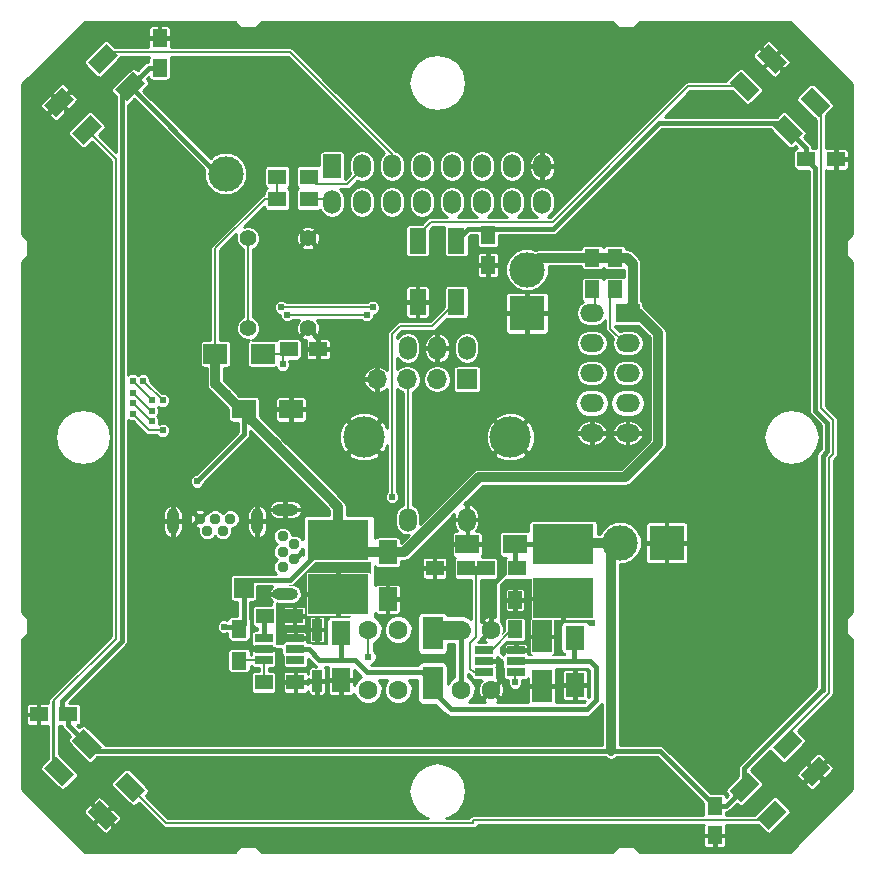
<source format=gtl>
G04 #@! TF.FileFunction,Copper,L1,Top,Signal*
%FSLAX46Y46*%
G04 Gerber Fmt 4.6, Leading zero omitted, Abs format (unit mm)*
G04 Created by KiCad (PCBNEW 4.0.5) date 03/27/17 18:08:10*
%MOMM*%
%LPD*%
G01*
G04 APERTURE LIST*
%ADD10C,0.100000*%
%ADD11C,1.397000*%
%ADD12O,1.500000X2.000000*%
%ADD13R,1.500000X2.000000*%
%ADD14O,2.000000X1.500000*%
%ADD15R,2.000000X1.500000*%
%ADD16R,2.000000X1.700000*%
%ADD17R,1.500000X1.250000*%
%ADD18R,1.250000X1.500000*%
%ADD19R,1.600000X2.000000*%
%ADD20R,1.300000X1.500000*%
%ADD21R,1.500000X1.300000*%
%ADD22R,2.000000X1.600000*%
%ADD23R,1.699260X2.800000*%
%ADD24R,0.850900X1.850900*%
%ADD25R,1.400000X2.200000*%
%ADD26R,5.200000X3.400000*%
%ADD27C,1.600000*%
%ADD28C,3.000000*%
%ADD29R,1.500000X0.650000*%
%ADD30O,1.501140X1.998980*%
%ADD31C,3.500120*%
%ADD32C,0.950000*%
%ADD33O,1.000000X2.200000*%
%ADD34O,2.200000X1.000000*%
%ADD35R,1.700000X1.700000*%
%ADD36O,1.700000X1.700000*%
%ADD37R,3.000000X3.000000*%
%ADD38C,0.609600*%
%ADD39C,0.406400*%
%ADD40C,0.203200*%
%ADD41C,0.812800*%
%ADD42C,0.381000*%
%ADD43C,0.240000*%
%ADD44C,1.625600*%
%ADD45C,0.254000*%
G04 APERTURE END LIST*
D10*
D11*
X139065000Y-90805000D03*
X133985000Y-90805000D03*
X139065000Y-83185000D03*
X133985000Y-83185000D03*
D12*
X158890000Y-80120000D03*
X158890000Y-77080000D03*
X156350000Y-77080000D03*
X156350000Y-80120000D03*
X153810000Y-80120000D03*
X153810000Y-77080000D03*
X151270000Y-77080000D03*
X151270000Y-80120000D03*
X148730000Y-80120000D03*
X148730000Y-77080000D03*
D13*
X141110000Y-77080000D03*
D12*
X141110000Y-80120000D03*
X143650000Y-77080000D03*
X143650000Y-80120000D03*
X146190000Y-77080000D03*
X146190000Y-80120000D03*
D14*
X166120000Y-99680000D03*
X163080000Y-99680000D03*
X163080000Y-97140000D03*
X166120000Y-97140000D03*
D15*
X166120000Y-89520000D03*
D14*
X163080000Y-89520000D03*
X166120000Y-92060000D03*
X163080000Y-92060000D03*
X166120000Y-94600000D03*
X163080000Y-94600000D03*
D16*
X131223000Y-92964000D03*
X135223000Y-92964000D03*
D17*
X181250000Y-76500000D03*
X183750000Y-76500000D03*
D18*
X173500000Y-131250000D03*
X173500000Y-133750000D03*
D19*
X141859000Y-116618000D03*
X141859000Y-120618000D03*
D18*
X126500000Y-68750000D03*
X126500000Y-66250000D03*
X154305000Y-82951000D03*
X154305000Y-85451000D03*
D17*
X118750000Y-123500000D03*
X116250000Y-123500000D03*
X137902000Y-115189000D03*
X135402000Y-115189000D03*
D20*
X163131500Y-84819500D03*
X163131500Y-87519500D03*
D19*
X145796000Y-109760000D03*
X145796000Y-113760000D03*
D21*
X156798000Y-111125000D03*
X154098000Y-111125000D03*
X152480000Y-111125000D03*
X149780000Y-111125000D03*
D20*
X133223000Y-116252000D03*
X133223000Y-118952000D03*
D21*
X135302000Y-120777000D03*
X138002000Y-120777000D03*
D19*
X161671000Y-116999000D03*
X161671000Y-120999000D03*
D22*
X156559000Y-109093000D03*
X152559000Y-109093000D03*
D18*
X156591000Y-113812000D03*
X156591000Y-116312000D03*
D20*
X165036500Y-84819500D03*
X165036500Y-87519500D03*
D23*
X158877000Y-121099000D03*
X158877000Y-116899000D03*
D24*
X139827000Y-116317140D03*
X139827000Y-120664860D03*
D23*
X149606000Y-116645000D03*
X149606000Y-120845000D03*
D25*
X151637000Y-83379000D03*
X148337000Y-83379000D03*
X148337000Y-88579000D03*
X151637000Y-88579000D03*
D10*
G36*
X120611092Y-127267588D02*
X119055457Y-125711953D01*
X120045406Y-124722004D01*
X121601041Y-126277639D01*
X120611092Y-127267588D01*
X120611092Y-127267588D01*
G37*
G36*
X118277639Y-129601041D02*
X116722004Y-128045406D01*
X117711953Y-127055457D01*
X119267588Y-128611092D01*
X118277639Y-129601041D01*
X118277639Y-129601041D01*
G37*
G36*
X121954594Y-133277996D02*
X120398959Y-131722361D01*
X121388908Y-130732412D01*
X122944543Y-132288047D01*
X121954594Y-133277996D01*
X121954594Y-133277996D01*
G37*
G36*
X124288047Y-130944543D02*
X122732412Y-129388908D01*
X123722361Y-128398959D01*
X125277996Y-129954594D01*
X124288047Y-130944543D01*
X124288047Y-130944543D01*
G37*
G36*
X122732412Y-70611092D02*
X124288047Y-69055457D01*
X125277996Y-70045406D01*
X123722361Y-71601041D01*
X122732412Y-70611092D01*
X122732412Y-70611092D01*
G37*
G36*
X120398959Y-68277639D02*
X121954594Y-66722004D01*
X122944543Y-67711953D01*
X121388908Y-69267588D01*
X120398959Y-68277639D01*
X120398959Y-68277639D01*
G37*
G36*
X116722004Y-71954594D02*
X118277639Y-70398959D01*
X119267588Y-71388908D01*
X117711953Y-72944543D01*
X116722004Y-71954594D01*
X116722004Y-71954594D01*
G37*
G36*
X119055457Y-74288047D02*
X120611092Y-72732412D01*
X121601041Y-73722361D01*
X120045406Y-75277996D01*
X119055457Y-74288047D01*
X119055457Y-74288047D01*
G37*
G36*
X179388908Y-72732412D02*
X180944543Y-74288047D01*
X179954594Y-75277996D01*
X178398959Y-73722361D01*
X179388908Y-72732412D01*
X179388908Y-72732412D01*
G37*
G36*
X181722361Y-70398959D02*
X183277996Y-71954594D01*
X182288047Y-72944543D01*
X180732412Y-71388908D01*
X181722361Y-70398959D01*
X181722361Y-70398959D01*
G37*
G36*
X178045406Y-66722004D02*
X179601041Y-68277639D01*
X178611092Y-69267588D01*
X177055457Y-67711953D01*
X178045406Y-66722004D01*
X178045406Y-66722004D01*
G37*
G36*
X175711953Y-69055457D02*
X177267588Y-70611092D01*
X176277639Y-71601041D01*
X174722004Y-70045406D01*
X175711953Y-69055457D01*
X175711953Y-69055457D01*
G37*
G36*
X177267588Y-129388908D02*
X175711953Y-130944543D01*
X174722004Y-129954594D01*
X176277639Y-128398959D01*
X177267588Y-129388908D01*
X177267588Y-129388908D01*
G37*
G36*
X179601041Y-131722361D02*
X178045406Y-133277996D01*
X177055457Y-132288047D01*
X178611092Y-130732412D01*
X179601041Y-131722361D01*
X179601041Y-131722361D01*
G37*
G36*
X183277996Y-128045406D02*
X181722361Y-129601041D01*
X180732412Y-128611092D01*
X182288047Y-127055457D01*
X183277996Y-128045406D01*
X183277996Y-128045406D01*
G37*
G36*
X180944543Y-125711953D02*
X179388908Y-127267588D01*
X178398959Y-126277639D01*
X179954594Y-124722004D01*
X180944543Y-125711953D01*
X180944543Y-125711953D01*
G37*
D26*
X141605000Y-108698000D03*
X141605000Y-113298000D03*
X160655000Y-109079000D03*
X160655000Y-113679000D03*
D27*
X152019000Y-121412000D03*
X152019000Y-116332000D03*
X154559000Y-121412000D03*
X154559000Y-116332000D03*
X144145000Y-121412000D03*
X144145000Y-116332000D03*
X146685000Y-121412000D03*
X146685000Y-116332000D03*
D28*
X157607000Y-85852000D03*
D29*
X153971000Y-118049000D03*
X153971000Y-118999000D03*
X153971000Y-119949000D03*
X156671000Y-119949000D03*
X156671000Y-118049000D03*
X156671000Y-118999000D03*
X135302000Y-117033000D03*
X135302000Y-117983000D03*
X135302000Y-118933000D03*
X138002000Y-118933000D03*
X138002000Y-117033000D03*
X138002000Y-117983000D03*
D30*
X152499360Y-92499380D03*
X150000000Y-92499380D03*
X147500640Y-92499380D03*
D31*
X156200140Y-100000000D03*
X143799860Y-100000000D03*
D30*
X152499360Y-107000240D03*
X147500640Y-107000240D03*
D21*
X136445000Y-79883000D03*
X139145000Y-79883000D03*
X136445000Y-77978000D03*
X139145000Y-77978000D03*
D22*
X133636000Y-97663000D03*
X137636000Y-97663000D03*
D32*
X131191000Y-106934000D03*
X132491000Y-106934000D03*
X131841000Y-107934000D03*
X130541000Y-107934000D03*
X129891000Y-106934000D03*
D33*
X127616000Y-107154000D03*
X134766000Y-107154000D03*
D17*
X137434000Y-92583000D03*
X139934000Y-92583000D03*
D32*
X136906000Y-109728000D03*
X136906000Y-111028000D03*
X137906000Y-110378000D03*
X137906000Y-109078000D03*
X136906000Y-108428000D03*
D34*
X137126000Y-106153000D03*
X137126000Y-113303000D03*
D35*
X152527000Y-95123000D03*
D36*
X149987000Y-95123000D03*
X147447000Y-95123000D03*
X144907000Y-95123000D03*
D37*
X169418000Y-108966000D03*
X157607000Y-89535000D03*
D28*
X132080000Y-77724000D03*
X165481000Y-108966000D03*
D35*
X133604000Y-112776000D03*
D38*
X135826500Y-95758000D03*
X134747000Y-95758000D03*
X133667500Y-95758000D03*
X133667500Y-94678500D03*
X127635000Y-111315500D03*
X126619000Y-103632000D03*
X126619000Y-104648000D03*
X131064000Y-96774000D03*
X131064000Y-97917000D03*
X131064000Y-98806000D03*
X131064000Y-100584000D03*
X131064000Y-99695000D03*
X129667000Y-103759000D03*
X131953000Y-116078000D03*
X131191000Y-94869000D03*
X136144000Y-100457000D03*
X144145000Y-118618000D03*
X136906000Y-93853000D03*
X146177000Y-105092500D03*
X125857000Y-98679000D03*
X124206000Y-97155000D03*
X124206000Y-96266000D03*
X125857000Y-97790000D03*
X124206000Y-98044000D03*
X126746000Y-99441000D03*
X144018000Y-89662000D03*
X137287000Y-89662000D03*
X136779000Y-89027000D03*
X144526000Y-89027000D03*
X156591000Y-120777000D03*
X126746000Y-96901000D03*
X125095000Y-95250000D03*
X124206000Y-95250000D03*
X125857000Y-96901000D03*
D39*
X154559000Y-116332000D02*
X154559000Y-113792000D01*
D40*
X134747000Y-95758000D02*
X135826500Y-95758000D01*
X133667500Y-94678500D02*
X133667500Y-95758000D01*
X127616000Y-107154000D02*
X127616000Y-111296500D01*
X127616000Y-111296500D02*
X127635000Y-111315500D01*
X126619000Y-103632000D02*
X126619000Y-104648000D01*
D39*
X132842000Y-117602000D02*
X134112000Y-117602000D01*
X134493000Y-117983000D02*
X134112000Y-117602000D01*
X134493000Y-117983000D02*
X135302000Y-117983000D01*
D40*
X131064000Y-98806000D02*
X131064000Y-99695000D01*
X131064000Y-97917000D02*
X131064000Y-96774000D01*
X131064000Y-99695000D02*
X131064000Y-100584000D01*
D39*
X134239000Y-112141000D02*
X135763000Y-112141000D01*
X137541000Y-112141000D02*
X135763000Y-112141000D01*
X137541000Y-112141000D02*
X139065000Y-110617000D01*
X134239000Y-112141000D02*
X133604000Y-112776000D01*
X129667000Y-103759000D02*
X133636000Y-99790000D01*
X133636000Y-99790000D02*
X133636000Y-97663000D01*
D41*
X133921500Y-98234500D02*
X133636000Y-97663000D01*
X165870000Y-89520000D02*
X166990000Y-89520000D01*
X166990000Y-89520000D02*
X168719500Y-91249500D01*
X147224500Y-109760000D02*
X153543000Y-103441500D01*
X153543000Y-103441500D02*
X153606500Y-103441500D01*
X166814500Y-102489000D02*
X168719500Y-100584000D01*
X165862000Y-103441500D02*
X166814500Y-102489000D01*
X153606500Y-103441500D02*
X165862000Y-103441500D01*
X168719500Y-100584000D02*
X168719500Y-92369500D01*
X145796000Y-109760000D02*
X147224500Y-109760000D01*
X168719500Y-91249500D02*
X168719500Y-92369500D01*
D39*
X133223000Y-116252000D02*
X133049000Y-116078000D01*
X133049000Y-116078000D02*
X131953000Y-116078000D01*
X133604000Y-112776000D02*
X133604000Y-115871000D01*
X133604000Y-115871000D02*
X133223000Y-116252000D01*
D41*
X163131500Y-84819500D02*
X158639500Y-84819500D01*
X158639500Y-84819500D02*
X157607000Y-85852000D01*
X165036500Y-84819500D02*
X163131500Y-84819500D01*
X165870000Y-89520000D02*
X166560500Y-88829500D01*
X166560500Y-88829500D02*
X166560500Y-85344000D01*
X166036000Y-84819500D02*
X165036500Y-84819500D01*
X166560500Y-85344000D02*
X166036000Y-84819500D01*
D39*
X141605000Y-108698000D02*
X140984000Y-108698000D01*
X140984000Y-108698000D02*
X139065000Y-110617000D01*
D41*
X145796000Y-109760000D02*
X142667000Y-109760000D01*
X142667000Y-109760000D02*
X141605000Y-108698000D01*
X136144000Y-100457000D02*
X141605000Y-105918000D01*
X141605000Y-105918000D02*
X141605000Y-108698000D01*
X133636000Y-97663000D02*
X133636000Y-97949000D01*
X133636000Y-97949000D02*
X134239000Y-98552000D01*
D40*
X136445000Y-77978000D02*
X136445000Y-79883000D01*
X131223000Y-92964000D02*
X131223000Y-84042000D01*
X135382000Y-79883000D02*
X136445000Y-79883000D01*
X131223000Y-84042000D02*
X135382000Y-79883000D01*
D39*
X140984000Y-108698000D02*
X139065000Y-110617000D01*
D40*
X131191000Y-94869000D02*
X131223000Y-94869000D01*
X131223000Y-94869000D02*
X131191000Y-94869000D01*
X131191000Y-94869000D02*
X131223000Y-94869000D01*
D41*
X132080000Y-96393000D02*
X131223000Y-95536000D01*
X136144000Y-100457000D02*
X134239000Y-98552000D01*
X134239000Y-98552000D02*
X132080000Y-96393000D01*
X131223000Y-95536000D02*
X131223000Y-94869000D01*
X131223000Y-94869000D02*
X131223000Y-92964000D01*
D39*
X141859000Y-118872000D02*
X143002000Y-118872000D01*
X148712500Y-119951500D02*
X149606000Y-120845000D01*
X144081500Y-119951500D02*
X148712500Y-119951500D01*
X143002000Y-118872000D02*
X144081500Y-119951500D01*
X141859000Y-116618000D02*
X141859000Y-118872000D01*
X141859000Y-118872000D02*
X141859000Y-118808500D01*
X141859000Y-118808500D02*
X141859000Y-118872000D01*
X139128500Y-117983000D02*
X138002000Y-117983000D01*
X140017500Y-118872000D02*
X139128500Y-117983000D01*
X141859000Y-118872000D02*
X140017500Y-118872000D01*
X149606000Y-120845000D02*
X149606000Y-121539000D01*
X149606000Y-121539000D02*
X151130000Y-123063000D01*
X162941000Y-118999000D02*
X161036000Y-118999000D01*
X163449000Y-119507000D02*
X162941000Y-118999000D01*
X163449000Y-122301000D02*
X163449000Y-119507000D01*
X162687000Y-123063000D02*
X163449000Y-122301000D01*
X157734000Y-123063000D02*
X162687000Y-123063000D01*
X154940000Y-123063000D02*
X157734000Y-123063000D01*
X151130000Y-123063000D02*
X154940000Y-123063000D01*
X161544000Y-118999000D02*
X161544000Y-117126000D01*
X161544000Y-117126000D02*
X161671000Y-116999000D01*
X156671000Y-118999000D02*
X161036000Y-118999000D01*
X161036000Y-118999000D02*
X161544000Y-118999000D01*
X135302000Y-117033000D02*
X135302000Y-115289000D01*
X135302000Y-115289000D02*
X135402000Y-115189000D01*
X124005204Y-70328249D02*
X131400955Y-77724000D01*
X131400955Y-77724000D02*
X132080000Y-77724000D01*
X155575000Y-82423000D02*
X152590500Y-82423000D01*
X152590500Y-82423000D02*
X151637000Y-83376500D01*
X151637000Y-83376500D02*
X151637000Y-83379000D01*
X160932751Y-81303751D02*
X159813502Y-82423000D01*
X159813502Y-82423000D02*
X155575000Y-82423000D01*
X155575000Y-82423000D02*
X154833000Y-82423000D01*
X154833000Y-82423000D02*
X154305000Y-82951000D01*
X118750000Y-123500000D02*
X118750000Y-124416547D01*
X118750000Y-124416547D02*
X120328249Y-125994796D01*
X123310002Y-117094000D02*
X123310002Y-117275500D01*
X118237000Y-122348502D02*
X118237000Y-122987000D01*
X123310002Y-117275500D02*
X118237000Y-122348502D01*
X118237000Y-122987000D02*
X118750000Y-123500000D01*
X124005204Y-70328249D02*
X123310002Y-71023451D01*
X123310002Y-71023451D02*
X123310002Y-117094000D01*
X123310002Y-117094000D02*
X123310002Y-117115806D01*
X126500000Y-68750000D02*
X125583453Y-68750000D01*
X125583453Y-68750000D02*
X124005204Y-70328249D01*
X160932751Y-81303751D02*
X166076251Y-76160251D01*
X166076251Y-76160251D02*
X168806751Y-73429751D01*
X179096298Y-73429751D02*
X168806751Y-73429751D01*
D41*
X164719000Y-123063000D02*
X164719000Y-126619000D01*
X164719000Y-126619000D02*
X164719000Y-126492000D01*
X164719000Y-126492000D02*
X164719000Y-126619000D01*
X164719000Y-109728000D02*
X164719000Y-123063000D01*
X164719000Y-123063000D02*
X164719000Y-123079372D01*
X164719000Y-123079372D02*
X164719000Y-123190000D01*
D39*
X154559000Y-126619000D02*
X120952453Y-126619000D01*
X154559000Y-126619000D02*
X154940000Y-126619000D01*
X161290000Y-126619000D02*
X164719000Y-126619000D01*
X154940000Y-126619000D02*
X161290000Y-126619000D01*
X120952453Y-126619000D02*
X120328249Y-125994796D01*
D41*
X165481000Y-108966000D02*
X164719000Y-109728000D01*
X160655000Y-109079000D02*
X160768000Y-108966000D01*
X160768000Y-108966000D02*
X165481000Y-108966000D01*
D39*
X152065000Y-82951000D02*
X151637000Y-83379000D01*
X156798000Y-111125000D02*
X156559000Y-110886000D01*
X156559000Y-110886000D02*
X156559000Y-109093000D01*
X156559000Y-109093000D02*
X156573000Y-109079000D01*
X156573000Y-109079000D02*
X160655000Y-109079000D01*
X168869000Y-126619000D02*
X173500000Y-131250000D01*
X164719000Y-126619000D02*
X168869000Y-126619000D01*
X179096298Y-73429751D02*
X179671751Y-74005204D01*
X181990998Y-77240998D02*
X181990998Y-97789998D01*
X182626000Y-107188000D02*
X182625998Y-107188000D01*
X182626000Y-101600000D02*
X182626000Y-107188000D01*
X183007000Y-101219000D02*
X182626000Y-101600000D01*
X183007000Y-98806000D02*
X183007000Y-101219000D01*
X181990998Y-97789998D02*
X183007000Y-98806000D01*
X181250000Y-76500000D02*
X181990998Y-77240998D01*
X175994796Y-128043204D02*
X175994796Y-129671751D01*
X182625998Y-121412002D02*
X182562500Y-121475500D01*
X182562500Y-121475500D02*
X175994796Y-128043204D01*
X182625998Y-107188000D02*
X182625998Y-109474000D01*
X182625998Y-109474000D02*
X182625998Y-121412002D01*
D42*
X120698453Y-126365000D02*
X120328249Y-125994796D01*
X179671751Y-74126206D02*
X179671751Y-74005204D01*
X181250000Y-75583453D02*
X181250000Y-76500000D01*
X179671751Y-74005204D02*
X181250000Y-75583453D01*
X174416547Y-131250000D02*
X175994796Y-129671751D01*
X173500000Y-131250000D02*
X174416547Y-131250000D01*
D40*
X148337000Y-83379000D02*
X148337000Y-82930000D01*
X148337000Y-82930000D02*
X149479000Y-81788000D01*
X149479000Y-81788000D02*
X159766000Y-81788000D01*
X159766000Y-81788000D02*
X171225751Y-70328249D01*
X171225751Y-70328249D02*
X175994796Y-70328249D01*
X117500000Y-122403000D02*
X122827400Y-117075600D01*
D43*
X117500000Y-127833453D02*
X117500000Y-122403000D01*
D40*
X122827400Y-76504355D02*
X120328249Y-74005204D01*
X122827400Y-117075600D02*
X122827400Y-76504355D01*
D43*
X117994796Y-128328249D02*
X117500000Y-127833453D01*
D40*
X183134002Y-120777000D02*
X183134002Y-121729498D01*
X183134002Y-121729498D02*
X179671751Y-125191749D01*
X179671751Y-125191749D02*
X179671751Y-125994796D01*
X183515002Y-98595578D02*
X183515002Y-101429422D01*
X182499000Y-97579576D02*
X183515002Y-98595578D01*
X182499000Y-97579576D02*
X182499000Y-72165547D01*
X183134002Y-101810422D02*
X183134002Y-120777000D01*
X183515002Y-101429422D02*
X183134002Y-101810422D01*
X182005204Y-71671751D02*
X182499000Y-72165547D01*
D43*
X182005204Y-71671751D02*
X182500000Y-72166547D01*
D40*
X144145000Y-116332000D02*
X144145000Y-118618000D01*
X153971000Y-118049000D02*
X154620000Y-118049000D01*
X154620000Y-118049000D02*
X156357000Y-116312000D01*
X156357000Y-116312000D02*
X156591000Y-116312000D01*
X153971000Y-118049000D02*
X154366000Y-118049000D01*
X135302000Y-118933000D02*
X135302000Y-120777000D01*
X135302000Y-118933000D02*
X133242000Y-118933000D01*
X133242000Y-118933000D02*
X133223000Y-118952000D01*
X153971000Y-119949000D02*
X153096000Y-119949000D01*
X153289000Y-116967000D02*
X153289000Y-111125000D01*
X152781000Y-117475000D02*
X153289000Y-116967000D01*
X152781000Y-119634000D02*
X152781000Y-117475000D01*
X153096000Y-119949000D02*
X152781000Y-119634000D01*
X152654000Y-111299000D02*
X152480000Y-111125000D01*
D39*
X154098000Y-111125000D02*
X153289000Y-111125000D01*
X153289000Y-111125000D02*
X152480000Y-111125000D01*
X152019000Y-116332000D02*
X152019000Y-121412000D01*
D44*
X152019000Y-116332000D02*
X149919000Y-116332000D01*
X149919000Y-116332000D02*
X149606000Y-116645000D01*
D40*
X178328249Y-132005204D02*
X177872453Y-132461000D01*
X177872453Y-132461000D02*
X153035000Y-132461000D01*
X153035000Y-132461000D02*
X153035000Y-132715000D01*
X153035000Y-132715000D02*
X147955000Y-132715000D01*
X147955000Y-132715000D02*
X127048453Y-132715000D01*
X127048453Y-132715000D02*
X124005204Y-129671751D01*
X133985000Y-90805000D02*
X133985000Y-83185000D01*
X135223000Y-92964000D02*
X137053000Y-92964000D01*
X137053000Y-92964000D02*
X137434000Y-92583000D01*
X136906000Y-93853000D02*
X136906000Y-93111000D01*
X136906000Y-93111000D02*
X137434000Y-92583000D01*
X149601500Y-90614500D02*
X151637000Y-88579000D01*
X146875500Y-90614500D02*
X149601500Y-90614500D01*
X146177000Y-91313000D02*
X146875500Y-90614500D01*
X146177000Y-105092500D02*
X146177000Y-91313000D01*
X151257000Y-88959000D02*
X151637000Y-88579000D01*
X139145000Y-77978000D02*
X139780000Y-78613000D01*
X139780000Y-78613000D02*
X142367000Y-78613000D01*
X142367000Y-78613000D02*
X143650000Y-77330000D01*
X125730000Y-98679000D02*
X124206000Y-97155000D01*
X125857000Y-98679000D02*
X125730000Y-98679000D01*
X125857000Y-97790000D02*
X125730000Y-97790000D01*
X125730000Y-97790000D02*
X124206000Y-96266000D01*
X141110000Y-79870000D02*
X139158000Y-79870000D01*
X139158000Y-79870000D02*
X139145000Y-79883000D01*
X125603000Y-99441000D02*
X124206000Y-98044000D01*
X126746000Y-99441000D02*
X125603000Y-99441000D01*
X147500640Y-107000240D02*
X147500640Y-95176640D01*
X147500640Y-95176640D02*
X147447000Y-95123000D01*
X163131500Y-87519500D02*
X163330000Y-87718000D01*
X163330000Y-87718000D02*
X163330000Y-89520000D01*
X165870000Y-92060000D02*
X164655500Y-90845500D01*
X164655500Y-90845500D02*
X164655500Y-87900500D01*
X164655500Y-87900500D02*
X165036500Y-87519500D01*
X137287000Y-89662000D02*
X144018000Y-89662000D01*
X144018000Y-89027000D02*
X144526000Y-89027000D01*
X144018000Y-89027000D02*
X136779000Y-89027000D01*
X156591000Y-120777000D02*
X156591000Y-120029000D01*
X156591000Y-120029000D02*
X156671000Y-119949000D01*
X137604500Y-67500500D02*
X137541000Y-67437000D01*
X137541000Y-67437000D02*
X136144000Y-67437000D01*
X146190000Y-77330000D02*
X146190000Y-76086000D01*
X146190000Y-76086000D02*
X137604500Y-67500500D01*
X127889000Y-67437000D02*
X136144000Y-67437000D01*
X122229547Y-67437000D02*
X127889000Y-67437000D01*
X121671751Y-67994796D02*
X122229547Y-67437000D01*
X126746000Y-96901000D02*
X125095000Y-95250000D01*
X124206000Y-95250000D02*
X125857000Y-96901000D01*
D45*
G36*
X133233421Y-65266579D02*
X133355728Y-65348303D01*
X133500000Y-65377000D01*
X134500000Y-65377000D01*
X134644272Y-65348303D01*
X134766579Y-65266579D01*
X135156158Y-64877000D01*
X164843842Y-64877000D01*
X165233421Y-65266579D01*
X165355728Y-65348303D01*
X165500000Y-65377000D01*
X166500000Y-65377000D01*
X166644272Y-65348303D01*
X166766579Y-65266579D01*
X167156158Y-64877000D01*
X179843842Y-64877000D01*
X185123000Y-70156159D01*
X185123000Y-82843842D01*
X184733421Y-83233421D01*
X184651697Y-83355728D01*
X184623000Y-83500000D01*
X184623000Y-84500000D01*
X184651697Y-84644272D01*
X184733421Y-84766579D01*
X185123000Y-85156158D01*
X185123000Y-114843842D01*
X184733421Y-115233421D01*
X184651697Y-115355728D01*
X184623000Y-115500000D01*
X184623000Y-116500000D01*
X184651697Y-116644272D01*
X184733421Y-116766579D01*
X185123000Y-117156158D01*
X185123000Y-129843842D01*
X179843842Y-135123000D01*
X167156158Y-135123000D01*
X166766579Y-134733421D01*
X166644272Y-134651697D01*
X166500000Y-134623000D01*
X165500000Y-134623000D01*
X165355728Y-134651697D01*
X165233421Y-134733421D01*
X164843842Y-135123000D01*
X135156158Y-135123000D01*
X134766579Y-134733421D01*
X134644272Y-134651697D01*
X134500000Y-134623000D01*
X133500000Y-134623000D01*
X133355728Y-134651697D01*
X133233421Y-134733421D01*
X132843842Y-135123000D01*
X120156159Y-135123000D01*
X118937909Y-133904750D01*
X172548000Y-133904750D01*
X172548000Y-134565044D01*
X172597783Y-134685230D01*
X172689769Y-134777217D01*
X172809955Y-134827000D01*
X173345250Y-134827000D01*
X173427000Y-134745250D01*
X173427000Y-133823000D01*
X173573000Y-133823000D01*
X173573000Y-134745250D01*
X173654750Y-134827000D01*
X174190045Y-134827000D01*
X174310231Y-134777217D01*
X174402217Y-134685230D01*
X174452000Y-134565044D01*
X174452000Y-133904750D01*
X174370250Y-133823000D01*
X173573000Y-133823000D01*
X173427000Y-133823000D01*
X172629750Y-133823000D01*
X172548000Y-133904750D01*
X118937909Y-133904750D01*
X117758374Y-132725215D01*
X121054977Y-132725215D01*
X121054977Y-132840827D01*
X121769364Y-133555214D01*
X121889550Y-133604996D01*
X122019638Y-133604996D01*
X122139825Y-133555213D01*
X122571368Y-133123670D01*
X122571368Y-133008058D01*
X121671751Y-132108442D01*
X121054977Y-132725215D01*
X117758374Y-132725215D01*
X116690476Y-131657317D01*
X120071959Y-131657317D01*
X120071959Y-131787405D01*
X120121741Y-131907591D01*
X120836128Y-132621978D01*
X120951740Y-132621978D01*
X121568513Y-132005204D01*
X121774989Y-132005204D01*
X122674605Y-132904821D01*
X122790217Y-132904821D01*
X123221760Y-132473278D01*
X123271543Y-132353091D01*
X123271543Y-132223003D01*
X123221761Y-132102817D01*
X122507374Y-131388430D01*
X122391762Y-131388430D01*
X121774989Y-132005204D01*
X121568513Y-132005204D01*
X120668897Y-131105587D01*
X120553285Y-131105587D01*
X120121742Y-131537130D01*
X120071959Y-131657317D01*
X116690476Y-131657317D01*
X115919897Y-130886738D01*
X120772134Y-130886738D01*
X120772134Y-131002350D01*
X121671751Y-131901966D01*
X122288525Y-131285193D01*
X122288525Y-131169581D01*
X121574138Y-130455194D01*
X121453952Y-130405412D01*
X121323864Y-130405412D01*
X121203677Y-130455195D01*
X120772134Y-130886738D01*
X115919897Y-130886738D01*
X114877000Y-129843842D01*
X114877000Y-123654750D01*
X115173000Y-123654750D01*
X115173000Y-124190045D01*
X115222783Y-124310231D01*
X115314770Y-124402217D01*
X115434956Y-124452000D01*
X116095250Y-124452000D01*
X116177000Y-124370250D01*
X116177000Y-123573000D01*
X115254750Y-123573000D01*
X115173000Y-123654750D01*
X114877000Y-123654750D01*
X114877000Y-122809955D01*
X115173000Y-122809955D01*
X115173000Y-123345250D01*
X115254750Y-123427000D01*
X116177000Y-123427000D01*
X116177000Y-122629750D01*
X116323000Y-122629750D01*
X116323000Y-123427000D01*
X116343000Y-123427000D01*
X116343000Y-123573000D01*
X116323000Y-123573000D01*
X116323000Y-124370250D01*
X116404750Y-124452000D01*
X117053000Y-124452000D01*
X117053000Y-127242902D01*
X116486250Y-127809652D01*
X116416687Y-127911462D01*
X116388630Y-128040800D01*
X116413103Y-128170864D01*
X116486250Y-128281160D01*
X118041885Y-129836795D01*
X118143695Y-129906358D01*
X118273033Y-129934415D01*
X118403097Y-129909942D01*
X118513393Y-129836795D01*
X119503342Y-128846846D01*
X119572905Y-128745036D01*
X119600962Y-128615698D01*
X119576489Y-128485634D01*
X119503342Y-128375338D01*
X117947707Y-126819703D01*
X117947000Y-126819220D01*
X117947000Y-124447673D01*
X118000000Y-124458406D01*
X118228126Y-124458406D01*
X118260159Y-124619446D01*
X118375092Y-124791455D01*
X118939770Y-125356133D01*
X118819703Y-125476199D01*
X118750140Y-125578009D01*
X118722083Y-125707347D01*
X118746556Y-125837411D01*
X118819703Y-125947707D01*
X120375338Y-127503342D01*
X120477148Y-127572905D01*
X120606486Y-127600962D01*
X120736550Y-127576489D01*
X120846846Y-127503342D01*
X121200988Y-127149200D01*
X164217781Y-127149200D01*
X164438340Y-127296573D01*
X164719000Y-127352400D01*
X164999660Y-127296573D01*
X165220219Y-127149200D01*
X168649384Y-127149200D01*
X172541594Y-131041410D01*
X172541594Y-132000000D01*
X172547690Y-132032400D01*
X153035000Y-132032400D01*
X152870982Y-132065025D01*
X152731934Y-132157934D01*
X152646096Y-132286400D01*
X150764924Y-132286400D01*
X150933194Y-132252929D01*
X151724317Y-131724317D01*
X152252929Y-130933194D01*
X152438553Y-130000000D01*
X152252929Y-129066806D01*
X151724317Y-128275683D01*
X150933194Y-127747071D01*
X150000000Y-127561447D01*
X149066806Y-127747071D01*
X148275683Y-128275683D01*
X147747071Y-129066806D01*
X147561447Y-130000000D01*
X147747071Y-130933194D01*
X148275683Y-131724317D01*
X149066806Y-132252929D01*
X149235076Y-132286400D01*
X127225985Y-132286400D01*
X125321842Y-130382257D01*
X125513750Y-130190348D01*
X125583313Y-130088538D01*
X125611370Y-129959200D01*
X125586897Y-129829136D01*
X125513750Y-129718840D01*
X123958115Y-128163205D01*
X123856305Y-128093642D01*
X123726967Y-128065585D01*
X123596903Y-128090058D01*
X123486607Y-128163205D01*
X122496658Y-129153154D01*
X122427095Y-129254964D01*
X122399038Y-129384302D01*
X122423511Y-129514366D01*
X122496658Y-129624662D01*
X124052293Y-131180297D01*
X124154103Y-131249860D01*
X124283441Y-131277917D01*
X124413505Y-131253444D01*
X124523801Y-131180297D01*
X124715710Y-130988389D01*
X126745387Y-133018066D01*
X126884435Y-133110975D01*
X127048453Y-133143600D01*
X153035000Y-133143600D01*
X153199018Y-133110975D01*
X153338066Y-133018066D01*
X153423904Y-132889600D01*
X172566787Y-132889600D01*
X172548000Y-132934956D01*
X172548000Y-133595250D01*
X172629750Y-133677000D01*
X173427000Y-133677000D01*
X173427000Y-133657000D01*
X173573000Y-133657000D01*
X173573000Y-133677000D01*
X174370250Y-133677000D01*
X174452000Y-133595250D01*
X174452000Y-132934956D01*
X174433213Y-132889600D01*
X177185502Y-132889600D01*
X177809652Y-133513750D01*
X177911462Y-133583313D01*
X178040800Y-133611370D01*
X178170864Y-133586897D01*
X178281160Y-133513750D01*
X179836795Y-131958115D01*
X179906358Y-131856305D01*
X179934415Y-131726967D01*
X179909942Y-131596903D01*
X179836795Y-131486607D01*
X178846846Y-130496658D01*
X178745036Y-130427095D01*
X178615698Y-130399038D01*
X178485634Y-130423511D01*
X178375338Y-130496658D01*
X176839596Y-132032400D01*
X174451845Y-132032400D01*
X174458406Y-132000000D01*
X174458406Y-131759174D01*
X174614586Y-131728108D01*
X174782475Y-131615928D01*
X175347153Y-131051251D01*
X175476199Y-131180297D01*
X175578009Y-131249860D01*
X175707347Y-131277917D01*
X175837411Y-131253444D01*
X175947707Y-131180297D01*
X177503342Y-129624662D01*
X177572905Y-129522852D01*
X177600962Y-129393514D01*
X177589219Y-129331103D01*
X181105587Y-129331103D01*
X181105587Y-129446715D01*
X181537130Y-129878258D01*
X181657317Y-129928041D01*
X181787405Y-129928041D01*
X181907591Y-129878259D01*
X182621978Y-129163872D01*
X182621978Y-129048260D01*
X182005204Y-128431487D01*
X181105587Y-129331103D01*
X177589219Y-129331103D01*
X177576489Y-129263450D01*
X177503342Y-129153154D01*
X176896236Y-128546048D01*
X180405412Y-128546048D01*
X180405412Y-128676136D01*
X180455195Y-128796323D01*
X180886738Y-129227866D01*
X181002350Y-129227866D01*
X181901966Y-128328249D01*
X182108442Y-128328249D01*
X182725215Y-128945023D01*
X182840827Y-128945023D01*
X183555214Y-128230636D01*
X183604996Y-128110450D01*
X183604996Y-127980362D01*
X183555213Y-127860175D01*
X183123670Y-127428632D01*
X183008058Y-127428632D01*
X182108442Y-128328249D01*
X181901966Y-128328249D01*
X181285193Y-127711475D01*
X181169581Y-127711475D01*
X180455194Y-128425862D01*
X180405412Y-128546048D01*
X176896236Y-128546048D01*
X176569002Y-128218814D01*
X178218814Y-126569002D01*
X179153154Y-127503342D01*
X179254964Y-127572905D01*
X179384302Y-127600962D01*
X179514366Y-127576489D01*
X179624662Y-127503342D01*
X179635378Y-127492626D01*
X181388430Y-127492626D01*
X181388430Y-127608238D01*
X182005204Y-128225011D01*
X182904821Y-127325395D01*
X182904821Y-127209783D01*
X182473278Y-126778240D01*
X182353091Y-126728457D01*
X182223003Y-126728457D01*
X182102817Y-126778239D01*
X181388430Y-127492626D01*
X179635378Y-127492626D01*
X181180297Y-125947707D01*
X181249860Y-125845897D01*
X181277917Y-125716559D01*
X181253444Y-125586495D01*
X181180297Y-125476199D01*
X180586865Y-124882767D01*
X183437068Y-122032564D01*
X183529977Y-121893517D01*
X183562602Y-121729498D01*
X183562602Y-101987954D01*
X183818068Y-101732488D01*
X183910977Y-101593441D01*
X183943602Y-101429422D01*
X183943602Y-98595578D01*
X183910977Y-98431560D01*
X183818068Y-98292512D01*
X182927600Y-97402044D01*
X182927600Y-77448953D01*
X182934956Y-77452000D01*
X183595250Y-77452000D01*
X183677000Y-77370250D01*
X183677000Y-76573000D01*
X183823000Y-76573000D01*
X183823000Y-77370250D01*
X183904750Y-77452000D01*
X184565044Y-77452000D01*
X184685230Y-77402217D01*
X184777217Y-77310231D01*
X184827000Y-77190045D01*
X184827000Y-76654750D01*
X184745250Y-76573000D01*
X183823000Y-76573000D01*
X183677000Y-76573000D01*
X183657000Y-76573000D01*
X183657000Y-76427000D01*
X183677000Y-76427000D01*
X183677000Y-75629750D01*
X183823000Y-75629750D01*
X183823000Y-76427000D01*
X184745250Y-76427000D01*
X184827000Y-76345250D01*
X184827000Y-75809955D01*
X184777217Y-75689769D01*
X184685230Y-75597783D01*
X184565044Y-75548000D01*
X183904750Y-75548000D01*
X183823000Y-75629750D01*
X183677000Y-75629750D01*
X183595250Y-75548000D01*
X182934956Y-75548000D01*
X182927600Y-75551047D01*
X182927600Y-72776498D01*
X183513750Y-72190348D01*
X183583313Y-72088538D01*
X183611370Y-71959200D01*
X183586897Y-71829136D01*
X183513750Y-71718840D01*
X181958115Y-70163205D01*
X181856305Y-70093642D01*
X181726967Y-70065585D01*
X181596903Y-70090058D01*
X181486607Y-70163205D01*
X180496658Y-71153154D01*
X180427095Y-71254964D01*
X180399038Y-71384302D01*
X180423511Y-71514366D01*
X180496658Y-71624662D01*
X182052293Y-73180297D01*
X182070400Y-73192669D01*
X182070400Y-75555850D01*
X182000000Y-75541594D01*
X181759174Y-75541594D01*
X181728108Y-75385414D01*
X181615928Y-75217525D01*
X181051251Y-74652848D01*
X181180297Y-74523801D01*
X181249860Y-74421991D01*
X181277917Y-74292653D01*
X181253444Y-74162589D01*
X181180297Y-74052293D01*
X179624662Y-72496658D01*
X179522852Y-72427095D01*
X179393514Y-72399038D01*
X179263450Y-72423511D01*
X179153154Y-72496658D01*
X178750261Y-72899551D01*
X169260581Y-72899551D01*
X171403283Y-70756849D01*
X174961939Y-70756849D01*
X176041885Y-71836795D01*
X176143695Y-71906358D01*
X176273033Y-71934415D01*
X176403097Y-71909942D01*
X176513393Y-71836795D01*
X177503342Y-70846846D01*
X177572905Y-70745036D01*
X177600962Y-70615698D01*
X177576489Y-70485634D01*
X177503342Y-70375338D01*
X175947707Y-68819703D01*
X175845897Y-68750140D01*
X175716559Y-68722083D01*
X175586495Y-68746556D01*
X175476199Y-68819703D01*
X174486250Y-69809652D01*
X174424758Y-69899649D01*
X171225751Y-69899649D01*
X171061732Y-69932274D01*
X170922685Y-70025183D01*
X159588468Y-81359400D01*
X159349465Y-81359400D01*
X159651554Y-81157551D01*
X159885018Y-80808147D01*
X159967000Y-80395997D01*
X159967000Y-79844003D01*
X159885018Y-79431853D01*
X159651554Y-79082449D01*
X159302150Y-78848985D01*
X158890000Y-78767003D01*
X158477850Y-78848985D01*
X158128446Y-79082449D01*
X157894982Y-79431853D01*
X157813000Y-79844003D01*
X157813000Y-80395997D01*
X157894982Y-80808147D01*
X158128446Y-81157551D01*
X158430535Y-81359400D01*
X156809465Y-81359400D01*
X157111554Y-81157551D01*
X157345018Y-80808147D01*
X157427000Y-80395997D01*
X157427000Y-79844003D01*
X157345018Y-79431853D01*
X157111554Y-79082449D01*
X156762150Y-78848985D01*
X156350000Y-78767003D01*
X155937850Y-78848985D01*
X155588446Y-79082449D01*
X155354982Y-79431853D01*
X155273000Y-79844003D01*
X155273000Y-80395997D01*
X155354982Y-80808147D01*
X155588446Y-81157551D01*
X155890535Y-81359400D01*
X154269465Y-81359400D01*
X154571554Y-81157551D01*
X154805018Y-80808147D01*
X154887000Y-80395997D01*
X154887000Y-79844003D01*
X154805018Y-79431853D01*
X154571554Y-79082449D01*
X154222150Y-78848985D01*
X153810000Y-78767003D01*
X153397850Y-78848985D01*
X153048446Y-79082449D01*
X152814982Y-79431853D01*
X152733000Y-79844003D01*
X152733000Y-80395997D01*
X152814982Y-80808147D01*
X153048446Y-81157551D01*
X153350535Y-81359400D01*
X151729465Y-81359400D01*
X152031554Y-81157551D01*
X152265018Y-80808147D01*
X152347000Y-80395997D01*
X152347000Y-79844003D01*
X152265018Y-79431853D01*
X152031554Y-79082449D01*
X151682150Y-78848985D01*
X151270000Y-78767003D01*
X150857850Y-78848985D01*
X150508446Y-79082449D01*
X150274982Y-79431853D01*
X150193000Y-79844003D01*
X150193000Y-80395997D01*
X150274982Y-80808147D01*
X150508446Y-81157551D01*
X150810535Y-81359400D01*
X149479000Y-81359400D01*
X149314982Y-81392025D01*
X149175934Y-81484934D01*
X148715274Y-81945594D01*
X147637000Y-81945594D01*
X147515821Y-81968395D01*
X147404526Y-82040012D01*
X147329862Y-82149286D01*
X147303594Y-82279000D01*
X147303594Y-84479000D01*
X147326395Y-84600179D01*
X147398012Y-84711474D01*
X147507286Y-84786138D01*
X147637000Y-84812406D01*
X149037000Y-84812406D01*
X149158179Y-84789605D01*
X149269474Y-84717988D01*
X149344138Y-84608714D01*
X149370406Y-84479000D01*
X149370406Y-82502726D01*
X149656532Y-82216600D01*
X150616230Y-82216600D01*
X150603594Y-82279000D01*
X150603594Y-84479000D01*
X150626395Y-84600179D01*
X150698012Y-84711474D01*
X150807286Y-84786138D01*
X150937000Y-84812406D01*
X152337000Y-84812406D01*
X152458179Y-84789605D01*
X152569474Y-84717988D01*
X152625524Y-84635956D01*
X153353000Y-84635956D01*
X153353000Y-85296250D01*
X153434750Y-85378000D01*
X154232000Y-85378000D01*
X154232000Y-84455750D01*
X154378000Y-84455750D01*
X154378000Y-85378000D01*
X155175250Y-85378000D01*
X155257000Y-85296250D01*
X155257000Y-84635956D01*
X155207217Y-84515770D01*
X155115231Y-84423783D01*
X154995045Y-84374000D01*
X154459750Y-84374000D01*
X154378000Y-84455750D01*
X154232000Y-84455750D01*
X154150250Y-84374000D01*
X153614955Y-84374000D01*
X153494769Y-84423783D01*
X153402783Y-84515770D01*
X153353000Y-84635956D01*
X152625524Y-84635956D01*
X152644138Y-84608714D01*
X152670406Y-84479000D01*
X152670406Y-83092910D01*
X152810116Y-82953200D01*
X153346594Y-82953200D01*
X153346594Y-83701000D01*
X153369395Y-83822179D01*
X153441012Y-83933474D01*
X153550286Y-84008138D01*
X153680000Y-84034406D01*
X154930000Y-84034406D01*
X155051179Y-84011605D01*
X155162474Y-83939988D01*
X155237138Y-83830714D01*
X155263406Y-83701000D01*
X155263406Y-82953200D01*
X159813502Y-82953200D01*
X160016401Y-82912841D01*
X160188410Y-82797908D01*
X169026367Y-73959951D01*
X178165041Y-73959951D01*
X179718840Y-75513750D01*
X179820650Y-75583313D01*
X179949988Y-75611370D01*
X180080052Y-75586897D01*
X180190348Y-75513750D01*
X180319395Y-75384704D01*
X180480041Y-75545350D01*
X180378821Y-75564395D01*
X180267526Y-75636012D01*
X180192862Y-75745286D01*
X180166594Y-75875000D01*
X180166594Y-77125000D01*
X180189395Y-77246179D01*
X180261012Y-77357474D01*
X180370286Y-77432138D01*
X180500000Y-77458406D01*
X181458590Y-77458406D01*
X181460798Y-77460614D01*
X181460798Y-97789998D01*
X181501157Y-97992897D01*
X181616090Y-98164906D01*
X182476800Y-99025616D01*
X182476800Y-100999384D01*
X182251092Y-101225092D01*
X182136159Y-101397101D01*
X182095800Y-101600000D01*
X182095800Y-107187990D01*
X182095798Y-107188000D01*
X182095798Y-121192386D01*
X175619888Y-127668296D01*
X175504955Y-127840305D01*
X175464596Y-128043204D01*
X175464596Y-128740494D01*
X174486250Y-129718840D01*
X174416687Y-129820650D01*
X174388630Y-129949988D01*
X174413103Y-130080052D01*
X174486250Y-130190348D01*
X174615297Y-130319395D01*
X174454650Y-130480041D01*
X174435605Y-130378821D01*
X174363988Y-130267526D01*
X174254714Y-130192862D01*
X174125000Y-130166594D01*
X173166410Y-130166594D01*
X169243908Y-126244092D01*
X169071899Y-126129159D01*
X168869000Y-126088800D01*
X165452400Y-126088800D01*
X165452400Y-110792975D01*
X165842818Y-110793316D01*
X166514560Y-110515758D01*
X167028952Y-110002264D01*
X167307682Y-109331007D01*
X167307865Y-109120750D01*
X167591000Y-109120750D01*
X167591000Y-110531045D01*
X167640783Y-110651231D01*
X167732770Y-110743217D01*
X167852956Y-110793000D01*
X169263250Y-110793000D01*
X169345000Y-110711250D01*
X169345000Y-109039000D01*
X169491000Y-109039000D01*
X169491000Y-110711250D01*
X169572750Y-110793000D01*
X170983044Y-110793000D01*
X171103230Y-110743217D01*
X171195217Y-110651231D01*
X171245000Y-110531045D01*
X171245000Y-109120750D01*
X171163250Y-109039000D01*
X169491000Y-109039000D01*
X169345000Y-109039000D01*
X167672750Y-109039000D01*
X167591000Y-109120750D01*
X167307865Y-109120750D01*
X167308316Y-108604182D01*
X167030758Y-107932440D01*
X166517264Y-107418048D01*
X166476100Y-107400955D01*
X167591000Y-107400955D01*
X167591000Y-108811250D01*
X167672750Y-108893000D01*
X169345000Y-108893000D01*
X169345000Y-107220750D01*
X169491000Y-107220750D01*
X169491000Y-108893000D01*
X171163250Y-108893000D01*
X171245000Y-108811250D01*
X171245000Y-107400955D01*
X171195217Y-107280769D01*
X171103230Y-107188783D01*
X170983044Y-107139000D01*
X169572750Y-107139000D01*
X169491000Y-107220750D01*
X169345000Y-107220750D01*
X169263250Y-107139000D01*
X167852956Y-107139000D01*
X167732770Y-107188783D01*
X167640783Y-107280769D01*
X167591000Y-107400955D01*
X166476100Y-107400955D01*
X165846007Y-107139318D01*
X165119182Y-107138684D01*
X164447440Y-107416242D01*
X163933048Y-107929736D01*
X163807288Y-108232600D01*
X163588406Y-108232600D01*
X163588406Y-107379000D01*
X163565605Y-107257821D01*
X163493988Y-107146526D01*
X163384714Y-107071862D01*
X163255000Y-107045594D01*
X158055000Y-107045594D01*
X157933821Y-107068395D01*
X157822526Y-107140012D01*
X157747862Y-107249286D01*
X157721594Y-107379000D01*
X157721594Y-108008328D01*
X157688714Y-107985862D01*
X157559000Y-107959594D01*
X155559000Y-107959594D01*
X155437821Y-107982395D01*
X155326526Y-108054012D01*
X155251862Y-108163286D01*
X155225594Y-108293000D01*
X155225594Y-109893000D01*
X155248395Y-110014179D01*
X155320012Y-110125474D01*
X155429286Y-110200138D01*
X155559000Y-110226406D01*
X155830454Y-110226406D01*
X155815526Y-110236012D01*
X155740862Y-110345286D01*
X155714594Y-110475000D01*
X155714594Y-111646276D01*
X155611753Y-111706097D01*
X155040253Y-112214097D01*
X154956263Y-112331279D01*
X154930500Y-112458500D01*
X154930500Y-115267353D01*
X154755723Y-115199885D01*
X154307507Y-115210780D01*
X153944011Y-115361345D01*
X153857670Y-115527433D01*
X154559000Y-116228762D01*
X154573142Y-116214620D01*
X154676380Y-116317858D01*
X154662238Y-116332000D01*
X154676380Y-116346142D01*
X154573142Y-116449380D01*
X154559000Y-116435238D01*
X153857670Y-117136567D01*
X153944011Y-117302655D01*
X154171819Y-117390594D01*
X153471538Y-117390594D01*
X153592066Y-117270066D01*
X153684975Y-117131019D01*
X153709094Y-117009761D01*
X153754433Y-117033330D01*
X154455762Y-116332000D01*
X153754433Y-115630670D01*
X153717600Y-115649818D01*
X153717600Y-112108406D01*
X154848000Y-112108406D01*
X154969179Y-112085605D01*
X155080474Y-112013988D01*
X155155138Y-111904714D01*
X155181406Y-111775000D01*
X155181406Y-110475000D01*
X155158605Y-110353821D01*
X155086988Y-110242526D01*
X154977714Y-110167862D01*
X154848000Y-110141594D01*
X153772853Y-110141594D01*
X153836217Y-110078231D01*
X153886000Y-109958045D01*
X153886000Y-109247750D01*
X153804250Y-109166000D01*
X152632000Y-109166000D01*
X152632000Y-109186000D01*
X152486000Y-109186000D01*
X152486000Y-109166000D01*
X151313750Y-109166000D01*
X151232000Y-109247750D01*
X151232000Y-109958045D01*
X151281783Y-110078231D01*
X151373770Y-110170217D01*
X151493956Y-110220000D01*
X151522409Y-110220000D01*
X151497526Y-110236012D01*
X151422862Y-110345286D01*
X151396594Y-110475000D01*
X151396594Y-111775000D01*
X151419395Y-111896179D01*
X151491012Y-112007474D01*
X151600286Y-112082138D01*
X151730000Y-112108406D01*
X152860400Y-112108406D01*
X152860400Y-115431762D01*
X152841355Y-115419036D01*
X152714947Y-115292407D01*
X152548245Y-115223186D01*
X152493451Y-115186574D01*
X152429381Y-115173830D01*
X152264136Y-115105214D01*
X152083634Y-115105056D01*
X152019000Y-115092200D01*
X150862244Y-115092200D01*
X150861221Y-115086763D01*
X150767703Y-114941433D01*
X150625011Y-114843936D01*
X150455630Y-114809635D01*
X148756370Y-114809635D01*
X148598133Y-114839409D01*
X148452803Y-114932927D01*
X148355306Y-115075619D01*
X148321005Y-115245000D01*
X148321005Y-118045000D01*
X148350779Y-118203237D01*
X148444297Y-118348567D01*
X148586989Y-118446064D01*
X148756370Y-118480365D01*
X150455630Y-118480365D01*
X150613867Y-118450591D01*
X150759197Y-118357073D01*
X150856694Y-118214381D01*
X150890995Y-118045000D01*
X150890995Y-117571800D01*
X151388800Y-117571800D01*
X151388800Y-120344778D01*
X151324869Y-120371194D01*
X150979407Y-120716053D01*
X150890995Y-120928973D01*
X150890995Y-119445000D01*
X150861221Y-119286763D01*
X150767703Y-119141433D01*
X150625011Y-119043936D01*
X150455630Y-119009635D01*
X148756370Y-119009635D01*
X148598133Y-119039409D01*
X148452803Y-119132927D01*
X148355306Y-119275619D01*
X148346055Y-119321300D01*
X144359208Y-119321300D01*
X144558990Y-119238752D01*
X144765028Y-119033073D01*
X144876673Y-118764203D01*
X144876927Y-118473075D01*
X144765752Y-118204010D01*
X144673600Y-118111697D01*
X144673600Y-117441202D01*
X144839131Y-117372806D01*
X145184593Y-117027947D01*
X145371786Y-116577136D01*
X145371787Y-116574995D01*
X145457788Y-116574995D01*
X145644194Y-117026131D01*
X145989053Y-117371593D01*
X146439864Y-117558786D01*
X146927995Y-117559212D01*
X147379131Y-117372806D01*
X147724593Y-117027947D01*
X147911786Y-116577136D01*
X147912212Y-116089005D01*
X147725806Y-115637869D01*
X147380947Y-115292407D01*
X146930136Y-115105214D01*
X146442005Y-115104788D01*
X145990869Y-115291194D01*
X145645407Y-115636053D01*
X145458214Y-116086864D01*
X145457788Y-116574995D01*
X145371787Y-116574995D01*
X145372212Y-116089005D01*
X145185806Y-115637869D01*
X144840947Y-115292407D01*
X144715600Y-115240358D01*
X144726000Y-115189000D01*
X144726000Y-114952447D01*
X144810769Y-115037217D01*
X144930955Y-115087000D01*
X145641250Y-115087000D01*
X145723000Y-115005250D01*
X145723000Y-113833000D01*
X145869000Y-113833000D01*
X145869000Y-115005250D01*
X145950750Y-115087000D01*
X146661045Y-115087000D01*
X146781231Y-115037217D01*
X146873217Y-114945230D01*
X146923000Y-114825044D01*
X146923000Y-113914750D01*
X146841250Y-113833000D01*
X145869000Y-113833000D01*
X145723000Y-113833000D01*
X145703000Y-113833000D01*
X145703000Y-113687000D01*
X145723000Y-113687000D01*
X145723000Y-112514750D01*
X145869000Y-112514750D01*
X145869000Y-113687000D01*
X146841250Y-113687000D01*
X146923000Y-113605250D01*
X146923000Y-112694956D01*
X146873217Y-112574770D01*
X146781231Y-112482783D01*
X146661045Y-112433000D01*
X145950750Y-112433000D01*
X145869000Y-112514750D01*
X145723000Y-112514750D01*
X145641250Y-112433000D01*
X144930955Y-112433000D01*
X144810769Y-112482783D01*
X144726000Y-112567553D01*
X144726000Y-111279750D01*
X148703000Y-111279750D01*
X148703000Y-111840045D01*
X148752783Y-111960231D01*
X148844770Y-112052217D01*
X148964956Y-112102000D01*
X149625250Y-112102000D01*
X149707000Y-112020250D01*
X149707000Y-111198000D01*
X149853000Y-111198000D01*
X149853000Y-112020250D01*
X149934750Y-112102000D01*
X150595044Y-112102000D01*
X150715230Y-112052217D01*
X150807217Y-111960231D01*
X150857000Y-111840045D01*
X150857000Y-111279750D01*
X150775250Y-111198000D01*
X149853000Y-111198000D01*
X149707000Y-111198000D01*
X148784750Y-111198000D01*
X148703000Y-111279750D01*
X144726000Y-111279750D01*
X144726000Y-110944280D01*
X144757012Y-110992474D01*
X144866286Y-111067138D01*
X144996000Y-111093406D01*
X146596000Y-111093406D01*
X146717179Y-111070605D01*
X146828474Y-110998988D01*
X146903138Y-110889714D01*
X146929406Y-110760000D01*
X146929406Y-110493400D01*
X147224500Y-110493400D01*
X147505160Y-110437573D01*
X147546493Y-110409955D01*
X148703000Y-110409955D01*
X148703000Y-110970250D01*
X148784750Y-111052000D01*
X149707000Y-111052000D01*
X149707000Y-110229750D01*
X149853000Y-110229750D01*
X149853000Y-111052000D01*
X150775250Y-111052000D01*
X150857000Y-110970250D01*
X150857000Y-110409955D01*
X150807217Y-110289769D01*
X150715230Y-110197783D01*
X150595044Y-110148000D01*
X149934750Y-110148000D01*
X149853000Y-110229750D01*
X149707000Y-110229750D01*
X149625250Y-110148000D01*
X148964956Y-110148000D01*
X148844770Y-110197783D01*
X148752783Y-110289769D01*
X148703000Y-110409955D01*
X147546493Y-110409955D01*
X147743092Y-110278592D01*
X149793729Y-108227955D01*
X151232000Y-108227955D01*
X151232000Y-108938250D01*
X151313750Y-109020000D01*
X152486000Y-109020000D01*
X152486000Y-108047750D01*
X152426360Y-107988110D01*
X152426360Y-107073240D01*
X152572360Y-107073240D01*
X152572360Y-108242301D01*
X152632000Y-108262729D01*
X152632000Y-109020000D01*
X153804250Y-109020000D01*
X153886000Y-108938250D01*
X153886000Y-108227955D01*
X153836217Y-108107769D01*
X153744230Y-108015783D01*
X153624044Y-107966000D01*
X153284263Y-107966000D01*
X153466969Y-107728971D01*
X153576930Y-107322160D01*
X153576930Y-107073240D01*
X152572360Y-107073240D01*
X152426360Y-107073240D01*
X151421790Y-107073240D01*
X151421790Y-107322160D01*
X151531751Y-107728971D01*
X151714457Y-107966000D01*
X151493956Y-107966000D01*
X151373770Y-108015783D01*
X151281783Y-108107769D01*
X151232000Y-108227955D01*
X149793729Y-108227955D01*
X151450841Y-106570843D01*
X151421790Y-106678320D01*
X151421790Y-106927240D01*
X152426360Y-106927240D01*
X152426360Y-105758179D01*
X152572360Y-105758179D01*
X152572360Y-106927240D01*
X153576930Y-106927240D01*
X153576930Y-106678320D01*
X153466969Y-106271509D01*
X153209698Y-105937745D01*
X152844285Y-105727840D01*
X152739643Y-105700882D01*
X152572360Y-105758179D01*
X152426360Y-105758179D01*
X152305054Y-105716630D01*
X153846784Y-104174900D01*
X165862000Y-104174900D01*
X166142660Y-104119073D01*
X166380592Y-103960092D01*
X169238092Y-101102592D01*
X169397073Y-100864660D01*
X169452900Y-100584000D01*
X169452900Y-100000000D01*
X177623000Y-100000000D01*
X177803938Y-100909639D01*
X178319207Y-101680793D01*
X179090361Y-102196062D01*
X180000000Y-102377000D01*
X180909639Y-102196062D01*
X181680793Y-101680793D01*
X182196062Y-100909639D01*
X182377000Y-100000000D01*
X182196062Y-99090361D01*
X181680793Y-98319207D01*
X180909639Y-97803938D01*
X180000000Y-97623000D01*
X179090361Y-97803938D01*
X178319207Y-98319207D01*
X177803938Y-99090361D01*
X177623000Y-100000000D01*
X169452900Y-100000000D01*
X169452900Y-91249500D01*
X169397073Y-90968840D01*
X169238092Y-90730908D01*
X167508592Y-89001408D01*
X167453406Y-88964534D01*
X167453406Y-88770000D01*
X167430605Y-88648821D01*
X167358988Y-88537526D01*
X167293900Y-88493053D01*
X167293900Y-85344000D01*
X167238073Y-85063340D01*
X167079092Y-84825408D01*
X166554592Y-84300908D01*
X166316660Y-84141927D01*
X166036000Y-84086100D01*
X166019906Y-84086100D01*
X166019906Y-84069500D01*
X165997105Y-83948321D01*
X165925488Y-83837026D01*
X165816214Y-83762362D01*
X165686500Y-83736094D01*
X164386500Y-83736094D01*
X164265321Y-83758895D01*
X164154026Y-83830512D01*
X164083096Y-83934321D01*
X164020488Y-83837026D01*
X163911214Y-83762362D01*
X163781500Y-83736094D01*
X162481500Y-83736094D01*
X162360321Y-83758895D01*
X162249026Y-83830512D01*
X162174362Y-83939786D01*
X162148094Y-84069500D01*
X162148094Y-84086100D01*
X158639500Y-84086100D01*
X158358840Y-84141927D01*
X158318211Y-84169074D01*
X157972007Y-84025318D01*
X157245182Y-84024684D01*
X156573440Y-84302242D01*
X156059048Y-84815736D01*
X155780318Y-85486993D01*
X155779684Y-86213818D01*
X156057242Y-86885560D01*
X156570736Y-87399952D01*
X157241993Y-87678682D01*
X157968818Y-87679316D01*
X158640560Y-87401758D01*
X159154952Y-86888264D01*
X159433682Y-86217007D01*
X159434261Y-85552900D01*
X162148094Y-85552900D01*
X162148094Y-85569500D01*
X162170895Y-85690679D01*
X162242512Y-85801974D01*
X162351786Y-85876638D01*
X162481500Y-85902906D01*
X163781500Y-85902906D01*
X163902679Y-85880105D01*
X164013974Y-85808488D01*
X164084904Y-85704679D01*
X164147512Y-85801974D01*
X164256786Y-85876638D01*
X164386500Y-85902906D01*
X165686500Y-85902906D01*
X165807679Y-85880105D01*
X165827100Y-85867608D01*
X165827100Y-86469800D01*
X165816214Y-86462362D01*
X165686500Y-86436094D01*
X164386500Y-86436094D01*
X164265321Y-86458895D01*
X164154026Y-86530512D01*
X164083096Y-86634321D01*
X164020488Y-86537026D01*
X163911214Y-86462362D01*
X163781500Y-86436094D01*
X162481500Y-86436094D01*
X162360321Y-86458895D01*
X162249026Y-86530512D01*
X162174362Y-86639786D01*
X162148094Y-86769500D01*
X162148094Y-88269500D01*
X162170895Y-88390679D01*
X162242512Y-88501974D01*
X162333373Y-88564057D01*
X162042449Y-88758446D01*
X161808985Y-89107850D01*
X161727003Y-89520000D01*
X161808985Y-89932150D01*
X162042449Y-90281554D01*
X162391853Y-90515018D01*
X162804003Y-90597000D01*
X163355997Y-90597000D01*
X163768147Y-90515018D01*
X164117551Y-90281554D01*
X164226900Y-90117901D01*
X164226900Y-90845500D01*
X164259525Y-91009518D01*
X164352434Y-91148566D01*
X164850080Y-91646212D01*
X164848985Y-91647850D01*
X164767003Y-92060000D01*
X164848985Y-92472150D01*
X165082449Y-92821554D01*
X165431853Y-93055018D01*
X165844003Y-93137000D01*
X166395997Y-93137000D01*
X166808147Y-93055018D01*
X167157551Y-92821554D01*
X167391015Y-92472150D01*
X167472997Y-92060000D01*
X167391015Y-91647850D01*
X167157551Y-91298446D01*
X166808147Y-91064982D01*
X166395997Y-90983000D01*
X165844003Y-90983000D01*
X165472941Y-91056809D01*
X165084100Y-90667968D01*
X165084100Y-90596136D01*
X165120000Y-90603406D01*
X167036222Y-90603406D01*
X167986100Y-91553284D01*
X167986100Y-100280216D01*
X165558216Y-102708100D01*
X153543000Y-102708100D01*
X153262340Y-102763927D01*
X153024408Y-102922908D01*
X148554880Y-107392436D01*
X148578210Y-107275147D01*
X148578210Y-106725333D01*
X148496185Y-106312965D01*
X148262597Y-105963376D01*
X147929240Y-105740634D01*
X147929240Y-101490364D01*
X154813014Y-101490364D01*
X155015155Y-101755188D01*
X155777038Y-102075056D01*
X156603334Y-102079016D01*
X157368248Y-101766464D01*
X157385125Y-101755188D01*
X157587266Y-101490364D01*
X156200140Y-100103238D01*
X154813014Y-101490364D01*
X147929240Y-101490364D01*
X147929240Y-100403194D01*
X154121124Y-100403194D01*
X154433676Y-101168108D01*
X154444952Y-101184985D01*
X154709776Y-101387126D01*
X156096902Y-100000000D01*
X156303378Y-100000000D01*
X157690504Y-101387126D01*
X157955328Y-101184985D01*
X158275196Y-100423102D01*
X158277606Y-99920194D01*
X161780126Y-99920194D01*
X161807047Y-100024707D01*
X162016828Y-100389935D01*
X162350407Y-100647082D01*
X162757000Y-100757000D01*
X163007000Y-100757000D01*
X163007000Y-99753000D01*
X163153000Y-99753000D01*
X163153000Y-100757000D01*
X163403000Y-100757000D01*
X163809593Y-100647082D01*
X164143172Y-100389935D01*
X164352953Y-100024707D01*
X164379874Y-99920194D01*
X164820126Y-99920194D01*
X164847047Y-100024707D01*
X165056828Y-100389935D01*
X165390407Y-100647082D01*
X165797000Y-100757000D01*
X166047000Y-100757000D01*
X166047000Y-99753000D01*
X166193000Y-99753000D01*
X166193000Y-100757000D01*
X166443000Y-100757000D01*
X166849593Y-100647082D01*
X167183172Y-100389935D01*
X167392953Y-100024707D01*
X167419874Y-99920194D01*
X167362569Y-99753000D01*
X166193000Y-99753000D01*
X166047000Y-99753000D01*
X164877431Y-99753000D01*
X164820126Y-99920194D01*
X164379874Y-99920194D01*
X164322569Y-99753000D01*
X163153000Y-99753000D01*
X163007000Y-99753000D01*
X161837431Y-99753000D01*
X161780126Y-99920194D01*
X158277606Y-99920194D01*
X158279156Y-99596806D01*
X158215005Y-99439806D01*
X161780126Y-99439806D01*
X161837431Y-99607000D01*
X163007000Y-99607000D01*
X163007000Y-98603000D01*
X163153000Y-98603000D01*
X163153000Y-99607000D01*
X164322569Y-99607000D01*
X164379874Y-99439806D01*
X164820126Y-99439806D01*
X164877431Y-99607000D01*
X166047000Y-99607000D01*
X166047000Y-98603000D01*
X166193000Y-98603000D01*
X166193000Y-99607000D01*
X167362569Y-99607000D01*
X167419874Y-99439806D01*
X167392953Y-99335293D01*
X167183172Y-98970065D01*
X166849593Y-98712918D01*
X166443000Y-98603000D01*
X166193000Y-98603000D01*
X166047000Y-98603000D01*
X165797000Y-98603000D01*
X165390407Y-98712918D01*
X165056828Y-98970065D01*
X164847047Y-99335293D01*
X164820126Y-99439806D01*
X164379874Y-99439806D01*
X164352953Y-99335293D01*
X164143172Y-98970065D01*
X163809593Y-98712918D01*
X163403000Y-98603000D01*
X163153000Y-98603000D01*
X163007000Y-98603000D01*
X162757000Y-98603000D01*
X162350407Y-98712918D01*
X162016828Y-98970065D01*
X161807047Y-99335293D01*
X161780126Y-99439806D01*
X158215005Y-99439806D01*
X157966604Y-98831892D01*
X157955328Y-98815015D01*
X157690504Y-98612874D01*
X156303378Y-100000000D01*
X156096902Y-100000000D01*
X154709776Y-98612874D01*
X154444952Y-98815015D01*
X154125084Y-99576898D01*
X154121124Y-100403194D01*
X147929240Y-100403194D01*
X147929240Y-98509636D01*
X154813014Y-98509636D01*
X156200140Y-99896762D01*
X157587266Y-98509636D01*
X157385125Y-98244812D01*
X156623242Y-97924944D01*
X155796946Y-97920984D01*
X155032032Y-98233536D01*
X155015155Y-98244812D01*
X154813014Y-98509636D01*
X147929240Y-98509636D01*
X147929240Y-97140000D01*
X161625043Y-97140000D01*
X161714637Y-97590418D01*
X161969778Y-97972265D01*
X162351625Y-98227406D01*
X162802043Y-98317000D01*
X163357957Y-98317000D01*
X163808375Y-98227406D01*
X164190222Y-97972265D01*
X164445363Y-97590418D01*
X164534957Y-97140000D01*
X164665043Y-97140000D01*
X164754637Y-97590418D01*
X165009778Y-97972265D01*
X165391625Y-98227406D01*
X165842043Y-98317000D01*
X166397957Y-98317000D01*
X166848375Y-98227406D01*
X167230222Y-97972265D01*
X167485363Y-97590418D01*
X167574957Y-97140000D01*
X167485363Y-96689582D01*
X167230222Y-96307735D01*
X166848375Y-96052594D01*
X166397957Y-95963000D01*
X165842043Y-95963000D01*
X165391625Y-96052594D01*
X165009778Y-96307735D01*
X164754637Y-96689582D01*
X164665043Y-97140000D01*
X164534957Y-97140000D01*
X164445363Y-96689582D01*
X164190222Y-96307735D01*
X163808375Y-96052594D01*
X163357957Y-95963000D01*
X162802043Y-95963000D01*
X162351625Y-96052594D01*
X161969778Y-96307735D01*
X161714637Y-96689582D01*
X161625043Y-97140000D01*
X147929240Y-97140000D01*
X147929240Y-96212202D01*
X148279265Y-95978324D01*
X148534406Y-95596477D01*
X148624000Y-95146059D01*
X148624000Y-95099941D01*
X148810000Y-95099941D01*
X148810000Y-95146059D01*
X148899594Y-95596477D01*
X149154735Y-95978324D01*
X149536582Y-96233465D01*
X149987000Y-96323059D01*
X150437418Y-96233465D01*
X150819265Y-95978324D01*
X151074406Y-95596477D01*
X151164000Y-95146059D01*
X151164000Y-95099941D01*
X151074406Y-94649523D01*
X150822823Y-94273000D01*
X151343594Y-94273000D01*
X151343594Y-95973000D01*
X151366395Y-96094179D01*
X151438012Y-96205474D01*
X151547286Y-96280138D01*
X151677000Y-96306406D01*
X153377000Y-96306406D01*
X153498179Y-96283605D01*
X153609474Y-96211988D01*
X153684138Y-96102714D01*
X153710406Y-95973000D01*
X153710406Y-94600000D01*
X161727003Y-94600000D01*
X161808985Y-95012150D01*
X162042449Y-95361554D01*
X162391853Y-95595018D01*
X162804003Y-95677000D01*
X163355997Y-95677000D01*
X163768147Y-95595018D01*
X164117551Y-95361554D01*
X164351015Y-95012150D01*
X164432997Y-94600000D01*
X164767003Y-94600000D01*
X164848985Y-95012150D01*
X165082449Y-95361554D01*
X165431853Y-95595018D01*
X165844003Y-95677000D01*
X166395997Y-95677000D01*
X166808147Y-95595018D01*
X167157551Y-95361554D01*
X167391015Y-95012150D01*
X167472997Y-94600000D01*
X167391015Y-94187850D01*
X167157551Y-93838446D01*
X166808147Y-93604982D01*
X166395997Y-93523000D01*
X165844003Y-93523000D01*
X165431853Y-93604982D01*
X165082449Y-93838446D01*
X164848985Y-94187850D01*
X164767003Y-94600000D01*
X164432997Y-94600000D01*
X164351015Y-94187850D01*
X164117551Y-93838446D01*
X163768147Y-93604982D01*
X163355997Y-93523000D01*
X162804003Y-93523000D01*
X162391853Y-93604982D01*
X162042449Y-93838446D01*
X161808985Y-94187850D01*
X161727003Y-94600000D01*
X153710406Y-94600000D01*
X153710406Y-94273000D01*
X153687605Y-94151821D01*
X153615988Y-94040526D01*
X153506714Y-93965862D01*
X153377000Y-93939594D01*
X151677000Y-93939594D01*
X151555821Y-93962395D01*
X151444526Y-94034012D01*
X151369862Y-94143286D01*
X151343594Y-94273000D01*
X150822823Y-94273000D01*
X150819265Y-94267676D01*
X150437418Y-94012535D01*
X149987000Y-93922941D01*
X149536582Y-94012535D01*
X149154735Y-94267676D01*
X148899594Y-94649523D01*
X148810000Y-95099941D01*
X148624000Y-95099941D01*
X148534406Y-94649523D01*
X148279265Y-94267676D01*
X147897418Y-94012535D01*
X147447000Y-93922941D01*
X146996582Y-94012535D01*
X146614735Y-94267676D01*
X146605600Y-94281348D01*
X146605600Y-93337071D01*
X146738683Y-93536244D01*
X147088272Y-93769832D01*
X147500640Y-93851857D01*
X147913008Y-93769832D01*
X148262597Y-93536244D01*
X148496185Y-93186655D01*
X148578210Y-92774287D01*
X148578210Y-92572380D01*
X148922430Y-92572380D01*
X148922430Y-92821300D01*
X149032391Y-93228111D01*
X149289662Y-93561875D01*
X149655075Y-93771780D01*
X149759717Y-93798738D01*
X149927000Y-93741441D01*
X149927000Y-92572380D01*
X150073000Y-92572380D01*
X150073000Y-93741441D01*
X150240283Y-93798738D01*
X150344925Y-93771780D01*
X150710338Y-93561875D01*
X150967609Y-93228111D01*
X151077570Y-92821300D01*
X151077570Y-92572380D01*
X150073000Y-92572380D01*
X149927000Y-92572380D01*
X148922430Y-92572380D01*
X148578210Y-92572380D01*
X148578210Y-92224473D01*
X148568859Y-92177460D01*
X148922430Y-92177460D01*
X148922430Y-92426380D01*
X149927000Y-92426380D01*
X149927000Y-91257319D01*
X150073000Y-91257319D01*
X150073000Y-92426380D01*
X151077570Y-92426380D01*
X151077570Y-92224473D01*
X151421790Y-92224473D01*
X151421790Y-92774287D01*
X151503815Y-93186655D01*
X151737403Y-93536244D01*
X152086992Y-93769832D01*
X152499360Y-93851857D01*
X152911728Y-93769832D01*
X153261317Y-93536244D01*
X153494905Y-93186655D01*
X153576930Y-92774287D01*
X153576930Y-92224473D01*
X153544215Y-92060000D01*
X161727003Y-92060000D01*
X161808985Y-92472150D01*
X162042449Y-92821554D01*
X162391853Y-93055018D01*
X162804003Y-93137000D01*
X163355997Y-93137000D01*
X163768147Y-93055018D01*
X164117551Y-92821554D01*
X164351015Y-92472150D01*
X164432997Y-92060000D01*
X164351015Y-91647850D01*
X164117551Y-91298446D01*
X163768147Y-91064982D01*
X163355997Y-90983000D01*
X162804003Y-90983000D01*
X162391853Y-91064982D01*
X162042449Y-91298446D01*
X161808985Y-91647850D01*
X161727003Y-92060000D01*
X153544215Y-92060000D01*
X153494905Y-91812105D01*
X153261317Y-91462516D01*
X152911728Y-91228928D01*
X152499360Y-91146903D01*
X152086992Y-91228928D01*
X151737403Y-91462516D01*
X151503815Y-91812105D01*
X151421790Y-92224473D01*
X151077570Y-92224473D01*
X151077570Y-92177460D01*
X150967609Y-91770649D01*
X150710338Y-91436885D01*
X150344925Y-91226980D01*
X150240283Y-91200022D01*
X150073000Y-91257319D01*
X149927000Y-91257319D01*
X149759717Y-91200022D01*
X149655075Y-91226980D01*
X149289662Y-91436885D01*
X149032391Y-91770649D01*
X148922430Y-92177460D01*
X148568859Y-92177460D01*
X148496185Y-91812105D01*
X148262597Y-91462516D01*
X147913008Y-91228928D01*
X147500640Y-91146903D01*
X147088272Y-91228928D01*
X146738683Y-91462516D01*
X146605600Y-91661689D01*
X146605600Y-91490532D01*
X147053032Y-91043100D01*
X149601500Y-91043100D01*
X149765518Y-91010475D01*
X149904566Y-90917566D01*
X150831159Y-89990973D01*
X150937000Y-90012406D01*
X152337000Y-90012406D01*
X152458179Y-89989605D01*
X152569474Y-89917988D01*
X152644138Y-89808714D01*
X152668229Y-89689750D01*
X155780000Y-89689750D01*
X155780000Y-91100045D01*
X155829783Y-91220231D01*
X155921770Y-91312217D01*
X156041956Y-91362000D01*
X157452250Y-91362000D01*
X157534000Y-91280250D01*
X157534000Y-89608000D01*
X157680000Y-89608000D01*
X157680000Y-91280250D01*
X157761750Y-91362000D01*
X159172044Y-91362000D01*
X159292230Y-91312217D01*
X159384217Y-91220231D01*
X159434000Y-91100045D01*
X159434000Y-89689750D01*
X159352250Y-89608000D01*
X157680000Y-89608000D01*
X157534000Y-89608000D01*
X155861750Y-89608000D01*
X155780000Y-89689750D01*
X152668229Y-89689750D01*
X152670406Y-89679000D01*
X152670406Y-87969955D01*
X155780000Y-87969955D01*
X155780000Y-89380250D01*
X155861750Y-89462000D01*
X157534000Y-89462000D01*
X157534000Y-87789750D01*
X157680000Y-87789750D01*
X157680000Y-89462000D01*
X159352250Y-89462000D01*
X159434000Y-89380250D01*
X159434000Y-87969955D01*
X159384217Y-87849769D01*
X159292230Y-87757783D01*
X159172044Y-87708000D01*
X157761750Y-87708000D01*
X157680000Y-87789750D01*
X157534000Y-87789750D01*
X157452250Y-87708000D01*
X156041956Y-87708000D01*
X155921770Y-87757783D01*
X155829783Y-87849769D01*
X155780000Y-87969955D01*
X152670406Y-87969955D01*
X152670406Y-87479000D01*
X152647605Y-87357821D01*
X152575988Y-87246526D01*
X152466714Y-87171862D01*
X152337000Y-87145594D01*
X150937000Y-87145594D01*
X150815821Y-87168395D01*
X150704526Y-87240012D01*
X150629862Y-87349286D01*
X150603594Y-87479000D01*
X150603594Y-89006274D01*
X149423968Y-90185900D01*
X146875500Y-90185900D01*
X146711482Y-90218525D01*
X146572434Y-90311434D01*
X145873934Y-91009934D01*
X145781025Y-91148982D01*
X145748400Y-91313000D01*
X145748400Y-94330310D01*
X145538437Y-94129706D01*
X145162870Y-93974149D01*
X144980000Y-94030185D01*
X144980000Y-95050000D01*
X145000000Y-95050000D01*
X145000000Y-95196000D01*
X144980000Y-95196000D01*
X144980000Y-96215815D01*
X145162870Y-96271851D01*
X145538437Y-96116294D01*
X145748400Y-95915690D01*
X145748400Y-99277490D01*
X145566324Y-98831892D01*
X145555048Y-98815015D01*
X145290224Y-98612874D01*
X143903098Y-100000000D01*
X145290224Y-101387126D01*
X145555048Y-101184985D01*
X145748400Y-100724446D01*
X145748400Y-104627630D01*
X145641698Y-104734147D01*
X145545310Y-104966276D01*
X145545090Y-105217621D01*
X145641073Y-105449919D01*
X145818647Y-105627802D01*
X146050776Y-105724190D01*
X146302121Y-105724410D01*
X146534419Y-105628427D01*
X146712302Y-105450853D01*
X146808690Y-105218724D01*
X146808910Y-104967379D01*
X146712927Y-104735081D01*
X146605600Y-104627567D01*
X146605600Y-95964652D01*
X146614735Y-95978324D01*
X146996582Y-96233465D01*
X147072040Y-96248475D01*
X147072040Y-105740634D01*
X146738683Y-105963376D01*
X146505095Y-106312965D01*
X146423070Y-106725333D01*
X146423070Y-107275147D01*
X146505095Y-107687515D01*
X146738683Y-108037104D01*
X147088272Y-108270692D01*
X147500640Y-108352717D01*
X147617929Y-108329387D01*
X146929406Y-109017910D01*
X146929406Y-108760000D01*
X146906605Y-108638821D01*
X146834988Y-108527526D01*
X146725714Y-108452862D01*
X146596000Y-108426594D01*
X144996000Y-108426594D01*
X144874821Y-108449395D01*
X144763526Y-108521012D01*
X144726000Y-108575933D01*
X144726000Y-106934000D01*
X144703637Y-106815149D01*
X144633396Y-106705992D01*
X144526221Y-106632763D01*
X144399000Y-106607000D01*
X142338400Y-106607000D01*
X142338400Y-105918000D01*
X142282573Y-105637340D01*
X142123592Y-105399408D01*
X138214548Y-101490364D01*
X142412734Y-101490364D01*
X142614875Y-101755188D01*
X143376758Y-102075056D01*
X144203054Y-102079016D01*
X144967968Y-101766464D01*
X144984845Y-101755188D01*
X145186986Y-101490364D01*
X143799860Y-100103238D01*
X142412734Y-101490364D01*
X138214548Y-101490364D01*
X137127378Y-100403194D01*
X141720844Y-100403194D01*
X142033396Y-101168108D01*
X142044672Y-101184985D01*
X142309496Y-101387126D01*
X143696622Y-100000000D01*
X142309496Y-98612874D01*
X142044672Y-98815015D01*
X141724804Y-99576898D01*
X141720844Y-100403194D01*
X137127378Y-100403194D01*
X134969406Y-98245222D01*
X134969406Y-97817750D01*
X136309000Y-97817750D01*
X136309000Y-98528045D01*
X136358783Y-98648231D01*
X136450770Y-98740217D01*
X136570956Y-98790000D01*
X137481250Y-98790000D01*
X137563000Y-98708250D01*
X137563000Y-97736000D01*
X137709000Y-97736000D01*
X137709000Y-98708250D01*
X137790750Y-98790000D01*
X138701044Y-98790000D01*
X138821230Y-98740217D01*
X138913217Y-98648231D01*
X138963000Y-98528045D01*
X138963000Y-98509636D01*
X142412734Y-98509636D01*
X143799860Y-99896762D01*
X145186986Y-98509636D01*
X144984845Y-98244812D01*
X144222962Y-97924944D01*
X143396666Y-97920984D01*
X142631752Y-98233536D01*
X142614875Y-98244812D01*
X142412734Y-98509636D01*
X138963000Y-98509636D01*
X138963000Y-97817750D01*
X138881250Y-97736000D01*
X137709000Y-97736000D01*
X137563000Y-97736000D01*
X136390750Y-97736000D01*
X136309000Y-97817750D01*
X134969406Y-97817750D01*
X134969406Y-96863000D01*
X134957168Y-96797955D01*
X136309000Y-96797955D01*
X136309000Y-97508250D01*
X136390750Y-97590000D01*
X137563000Y-97590000D01*
X137563000Y-96617750D01*
X137709000Y-96617750D01*
X137709000Y-97590000D01*
X138881250Y-97590000D01*
X138963000Y-97508250D01*
X138963000Y-96797955D01*
X138913217Y-96677769D01*
X138821230Y-96585783D01*
X138701044Y-96536000D01*
X137790750Y-96536000D01*
X137709000Y-96617750D01*
X137563000Y-96617750D01*
X137481250Y-96536000D01*
X136570956Y-96536000D01*
X136450770Y-96585783D01*
X136358783Y-96677769D01*
X136309000Y-96797955D01*
X134957168Y-96797955D01*
X134946605Y-96741821D01*
X134874988Y-96630526D01*
X134765714Y-96555862D01*
X134636000Y-96529594D01*
X133253778Y-96529594D01*
X132103055Y-95378871D01*
X143758142Y-95378871D01*
X143943511Y-95799043D01*
X144275563Y-96116294D01*
X144651130Y-96271851D01*
X144834000Y-96215815D01*
X144834000Y-95196000D01*
X143814009Y-95196000D01*
X143758142Y-95378871D01*
X132103055Y-95378871D01*
X131956400Y-95232216D01*
X131956400Y-94867129D01*
X143758142Y-94867129D01*
X143814009Y-95050000D01*
X144834000Y-95050000D01*
X144834000Y-94030185D01*
X144651130Y-93974149D01*
X144275563Y-94129706D01*
X143943511Y-94446957D01*
X143758142Y-94867129D01*
X131956400Y-94867129D01*
X131956400Y-94147406D01*
X132223000Y-94147406D01*
X132344179Y-94124605D01*
X132455474Y-94052988D01*
X132530138Y-93943714D01*
X132556406Y-93814000D01*
X132556406Y-92114000D01*
X132533605Y-91992821D01*
X132461988Y-91881526D01*
X132352714Y-91806862D01*
X132223000Y-91780594D01*
X131651600Y-91780594D01*
X131651600Y-84219532D01*
X133008437Y-82862695D01*
X132959678Y-82980120D01*
X132959322Y-83388090D01*
X133115116Y-83765140D01*
X133403342Y-84053870D01*
X133556400Y-84117425D01*
X133556400Y-89872501D01*
X133404860Y-89935116D01*
X133116130Y-90223342D01*
X132959678Y-90600120D01*
X132959322Y-91008090D01*
X133115116Y-91385140D01*
X133403342Y-91673870D01*
X133780120Y-91830322D01*
X134059597Y-91830566D01*
X133990526Y-91875012D01*
X133915862Y-91984286D01*
X133889594Y-92114000D01*
X133889594Y-93814000D01*
X133912395Y-93935179D01*
X133984012Y-94046474D01*
X134093286Y-94121138D01*
X134223000Y-94147406D01*
X136223000Y-94147406D01*
X136335305Y-94126275D01*
X136370073Y-94210419D01*
X136547647Y-94388302D01*
X136779776Y-94484690D01*
X137031121Y-94484910D01*
X137263419Y-94388927D01*
X137441302Y-94211353D01*
X137537690Y-93979224D01*
X137537910Y-93727879D01*
X137460861Y-93541406D01*
X138184000Y-93541406D01*
X138305179Y-93518605D01*
X138416474Y-93446988D01*
X138491138Y-93337714D01*
X138517406Y-93208000D01*
X138517406Y-92737750D01*
X138857000Y-92737750D01*
X138857000Y-93273045D01*
X138906783Y-93393231D01*
X138998770Y-93485217D01*
X139118956Y-93535000D01*
X139779250Y-93535000D01*
X139861000Y-93453250D01*
X139861000Y-92656000D01*
X140007000Y-92656000D01*
X140007000Y-93453250D01*
X140088750Y-93535000D01*
X140749044Y-93535000D01*
X140869230Y-93485217D01*
X140961217Y-93393231D01*
X141011000Y-93273045D01*
X141011000Y-92737750D01*
X140929250Y-92656000D01*
X140007000Y-92656000D01*
X139861000Y-92656000D01*
X138938750Y-92656000D01*
X138857000Y-92737750D01*
X138517406Y-92737750D01*
X138517406Y-91958000D01*
X138494605Y-91836821D01*
X138422988Y-91725526D01*
X138313714Y-91650862D01*
X138184000Y-91624594D01*
X136684000Y-91624594D01*
X136562821Y-91647395D01*
X136451526Y-91719012D01*
X136379156Y-91824929D01*
X136352714Y-91806862D01*
X136223000Y-91780594D01*
X134309302Y-91780594D01*
X134565140Y-91674884D01*
X134704066Y-91536200D01*
X138437038Y-91536200D01*
X138510975Y-91691746D01*
X138882111Y-91832332D01*
X138857000Y-91892955D01*
X138857000Y-92428250D01*
X138938750Y-92510000D01*
X139861000Y-92510000D01*
X139861000Y-91712750D01*
X140007000Y-91712750D01*
X140007000Y-92510000D01*
X140929250Y-92510000D01*
X141011000Y-92428250D01*
X141011000Y-91892955D01*
X140961217Y-91772769D01*
X140869230Y-91680783D01*
X140749044Y-91631000D01*
X140088750Y-91631000D01*
X140007000Y-91712750D01*
X139861000Y-91712750D01*
X139779250Y-91631000D01*
X139647900Y-91631000D01*
X139692962Y-91536200D01*
X139065000Y-90908238D01*
X138437038Y-91536200D01*
X134704066Y-91536200D01*
X134853870Y-91386658D01*
X135010322Y-91009880D01*
X135010678Y-90601910D01*
X134854884Y-90224860D01*
X134566658Y-89936130D01*
X134413600Y-89872575D01*
X134413600Y-89152121D01*
X136147090Y-89152121D01*
X136243073Y-89384419D01*
X136420647Y-89562302D01*
X136652776Y-89658690D01*
X136655202Y-89658692D01*
X136655090Y-89787121D01*
X136751073Y-90019419D01*
X136928647Y-90197302D01*
X137160776Y-90293690D01*
X137412121Y-90293910D01*
X137644419Y-90197927D01*
X137751933Y-90090600D01*
X138304230Y-90090600D01*
X138275795Y-90119035D01*
X138333799Y-90177039D01*
X138178254Y-90250975D01*
X138033737Y-90632490D01*
X138046220Y-91040269D01*
X138178254Y-91359025D01*
X138333800Y-91432962D01*
X138961762Y-90805000D01*
X138947620Y-90790858D01*
X139050858Y-90687620D01*
X139065000Y-90701762D01*
X139079142Y-90687620D01*
X139182380Y-90790858D01*
X139168238Y-90805000D01*
X139796200Y-91432962D01*
X139951746Y-91359025D01*
X140096263Y-90977510D01*
X140083780Y-90569731D01*
X139951746Y-90250975D01*
X139796201Y-90177039D01*
X139854205Y-90119035D01*
X139825770Y-90090600D01*
X143553130Y-90090600D01*
X143659647Y-90197302D01*
X143891776Y-90293690D01*
X144143121Y-90293910D01*
X144375419Y-90197927D01*
X144553302Y-90020353D01*
X144649690Y-89788224D01*
X144649803Y-89658909D01*
X144651121Y-89658910D01*
X144883419Y-89562927D01*
X145061302Y-89385353D01*
X145157690Y-89153224D01*
X145157910Y-88901879D01*
X145088441Y-88733750D01*
X147310000Y-88733750D01*
X147310000Y-89744045D01*
X147359783Y-89864231D01*
X147451770Y-89956217D01*
X147571956Y-90006000D01*
X148182250Y-90006000D01*
X148264000Y-89924250D01*
X148264000Y-88652000D01*
X148410000Y-88652000D01*
X148410000Y-89924250D01*
X148491750Y-90006000D01*
X149102044Y-90006000D01*
X149222230Y-89956217D01*
X149314217Y-89864231D01*
X149364000Y-89744045D01*
X149364000Y-88733750D01*
X149282250Y-88652000D01*
X148410000Y-88652000D01*
X148264000Y-88652000D01*
X147391750Y-88652000D01*
X147310000Y-88733750D01*
X145088441Y-88733750D01*
X145061927Y-88669581D01*
X144884353Y-88491698D01*
X144652224Y-88395310D01*
X144400879Y-88395090D01*
X144168581Y-88491073D01*
X144061067Y-88598400D01*
X137243870Y-88598400D01*
X137137353Y-88491698D01*
X136905224Y-88395310D01*
X136653879Y-88395090D01*
X136421581Y-88491073D01*
X136243698Y-88668647D01*
X136147310Y-88900776D01*
X136147090Y-89152121D01*
X134413600Y-89152121D01*
X134413600Y-87413955D01*
X147310000Y-87413955D01*
X147310000Y-88424250D01*
X147391750Y-88506000D01*
X148264000Y-88506000D01*
X148264000Y-87233750D01*
X148410000Y-87233750D01*
X148410000Y-88506000D01*
X149282250Y-88506000D01*
X149364000Y-88424250D01*
X149364000Y-87413955D01*
X149314217Y-87293769D01*
X149222230Y-87201783D01*
X149102044Y-87152000D01*
X148491750Y-87152000D01*
X148410000Y-87233750D01*
X148264000Y-87233750D01*
X148182250Y-87152000D01*
X147571956Y-87152000D01*
X147451770Y-87201783D01*
X147359783Y-87293769D01*
X147310000Y-87413955D01*
X134413600Y-87413955D01*
X134413600Y-85605750D01*
X153353000Y-85605750D01*
X153353000Y-86266044D01*
X153402783Y-86386230D01*
X153494769Y-86478217D01*
X153614955Y-86528000D01*
X154150250Y-86528000D01*
X154232000Y-86446250D01*
X154232000Y-85524000D01*
X154378000Y-85524000D01*
X154378000Y-86446250D01*
X154459750Y-86528000D01*
X154995045Y-86528000D01*
X155115231Y-86478217D01*
X155207217Y-86386230D01*
X155257000Y-86266044D01*
X155257000Y-85605750D01*
X155175250Y-85524000D01*
X154378000Y-85524000D01*
X154232000Y-85524000D01*
X153434750Y-85524000D01*
X153353000Y-85605750D01*
X134413600Y-85605750D01*
X134413600Y-84117499D01*
X134565140Y-84054884D01*
X134704066Y-83916200D01*
X138437038Y-83916200D01*
X138510975Y-84071746D01*
X138892490Y-84216263D01*
X139300269Y-84203780D01*
X139619025Y-84071746D01*
X139692962Y-83916200D01*
X139065000Y-83288238D01*
X138437038Y-83916200D01*
X134704066Y-83916200D01*
X134853870Y-83766658D01*
X135010322Y-83389880D01*
X135010651Y-83012490D01*
X138033737Y-83012490D01*
X138046220Y-83420269D01*
X138178254Y-83739025D01*
X138333800Y-83812962D01*
X138961762Y-83185000D01*
X139168238Y-83185000D01*
X139796200Y-83812962D01*
X139951746Y-83739025D01*
X140096263Y-83357510D01*
X140083780Y-82949731D01*
X139951746Y-82630975D01*
X139796200Y-82557038D01*
X139168238Y-83185000D01*
X138961762Y-83185000D01*
X138333800Y-82557038D01*
X138178254Y-82630975D01*
X138033737Y-83012490D01*
X135010651Y-83012490D01*
X135010678Y-82981910D01*
X134854884Y-82604860D01*
X134704088Y-82453800D01*
X138437038Y-82453800D01*
X139065000Y-83081762D01*
X139692962Y-82453800D01*
X139619025Y-82298254D01*
X139237510Y-82153737D01*
X138829731Y-82166220D01*
X138510975Y-82298254D01*
X138437038Y-82453800D01*
X134704088Y-82453800D01*
X134566658Y-82316130D01*
X134189880Y-82159678D01*
X133781910Y-82159322D01*
X133662450Y-82208682D01*
X135361594Y-80509538D01*
X135361594Y-80533000D01*
X135384395Y-80654179D01*
X135456012Y-80765474D01*
X135565286Y-80840138D01*
X135695000Y-80866406D01*
X137195000Y-80866406D01*
X137316179Y-80843605D01*
X137427474Y-80771988D01*
X137502138Y-80662714D01*
X137528406Y-80533000D01*
X137528406Y-79233000D01*
X137505605Y-79111821D01*
X137433988Y-79000526D01*
X137330179Y-78929596D01*
X137427474Y-78866988D01*
X137502138Y-78757714D01*
X137528406Y-78628000D01*
X137528406Y-77328000D01*
X138061594Y-77328000D01*
X138061594Y-78628000D01*
X138084395Y-78749179D01*
X138156012Y-78860474D01*
X138259821Y-78931404D01*
X138162526Y-78994012D01*
X138087862Y-79103286D01*
X138061594Y-79233000D01*
X138061594Y-80533000D01*
X138084395Y-80654179D01*
X138156012Y-80765474D01*
X138265286Y-80840138D01*
X138395000Y-80866406D01*
X139895000Y-80866406D01*
X140016179Y-80843605D01*
X140110023Y-80783217D01*
X140114982Y-80808147D01*
X140348446Y-81157551D01*
X140697850Y-81391015D01*
X141110000Y-81472997D01*
X141522150Y-81391015D01*
X141871554Y-81157551D01*
X142105018Y-80808147D01*
X142187000Y-80395997D01*
X142187000Y-79844003D01*
X142573000Y-79844003D01*
X142573000Y-80395997D01*
X142654982Y-80808147D01*
X142888446Y-81157551D01*
X143237850Y-81391015D01*
X143650000Y-81472997D01*
X144062150Y-81391015D01*
X144411554Y-81157551D01*
X144645018Y-80808147D01*
X144727000Y-80395997D01*
X144727000Y-79844003D01*
X145113000Y-79844003D01*
X145113000Y-80395997D01*
X145194982Y-80808147D01*
X145428446Y-81157551D01*
X145777850Y-81391015D01*
X146190000Y-81472997D01*
X146602150Y-81391015D01*
X146951554Y-81157551D01*
X147185018Y-80808147D01*
X147267000Y-80395997D01*
X147267000Y-79844003D01*
X147653000Y-79844003D01*
X147653000Y-80395997D01*
X147734982Y-80808147D01*
X147968446Y-81157551D01*
X148317850Y-81391015D01*
X148730000Y-81472997D01*
X149142150Y-81391015D01*
X149491554Y-81157551D01*
X149725018Y-80808147D01*
X149807000Y-80395997D01*
X149807000Y-79844003D01*
X149725018Y-79431853D01*
X149491554Y-79082449D01*
X149142150Y-78848985D01*
X148730000Y-78767003D01*
X148317850Y-78848985D01*
X147968446Y-79082449D01*
X147734982Y-79431853D01*
X147653000Y-79844003D01*
X147267000Y-79844003D01*
X147185018Y-79431853D01*
X146951554Y-79082449D01*
X146602150Y-78848985D01*
X146190000Y-78767003D01*
X145777850Y-78848985D01*
X145428446Y-79082449D01*
X145194982Y-79431853D01*
X145113000Y-79844003D01*
X144727000Y-79844003D01*
X144645018Y-79431853D01*
X144411554Y-79082449D01*
X144062150Y-78848985D01*
X143650000Y-78767003D01*
X143237850Y-78848985D01*
X142888446Y-79082449D01*
X142654982Y-79431853D01*
X142573000Y-79844003D01*
X142187000Y-79844003D01*
X142105018Y-79431853D01*
X141871554Y-79082449D01*
X141810419Y-79041600D01*
X142367000Y-79041600D01*
X142531018Y-79008975D01*
X142670066Y-78916066D01*
X143236212Y-78349920D01*
X143237850Y-78351015D01*
X143650000Y-78432997D01*
X144062150Y-78351015D01*
X144411554Y-78117551D01*
X144645018Y-77768147D01*
X144727000Y-77355997D01*
X144727000Y-76804003D01*
X144645018Y-76391853D01*
X144411554Y-76042449D01*
X144062150Y-75808985D01*
X143650000Y-75727003D01*
X143237850Y-75808985D01*
X142888446Y-76042449D01*
X142654982Y-76391853D01*
X142573000Y-76804003D01*
X142573000Y-77355997D01*
X142646809Y-77727059D01*
X142189468Y-78184400D01*
X142172264Y-78184400D01*
X142193406Y-78080000D01*
X142193406Y-76080000D01*
X142170605Y-75958821D01*
X142098988Y-75847526D01*
X141989714Y-75772862D01*
X141860000Y-75746594D01*
X140360000Y-75746594D01*
X140238821Y-75769395D01*
X140127526Y-75841012D01*
X140052862Y-75950286D01*
X140026594Y-76080000D01*
X140026594Y-77022147D01*
X140024714Y-77020862D01*
X139895000Y-76994594D01*
X138395000Y-76994594D01*
X138273821Y-77017395D01*
X138162526Y-77089012D01*
X138087862Y-77198286D01*
X138061594Y-77328000D01*
X137528406Y-77328000D01*
X137505605Y-77206821D01*
X137433988Y-77095526D01*
X137324714Y-77020862D01*
X137195000Y-76994594D01*
X135695000Y-76994594D01*
X135573821Y-77017395D01*
X135462526Y-77089012D01*
X135387862Y-77198286D01*
X135361594Y-77328000D01*
X135361594Y-78628000D01*
X135384395Y-78749179D01*
X135456012Y-78860474D01*
X135559821Y-78931404D01*
X135462526Y-78994012D01*
X135387862Y-79103286D01*
X135361594Y-79233000D01*
X135361594Y-79458459D01*
X135217981Y-79487025D01*
X135078934Y-79579934D01*
X130919934Y-83738934D01*
X130827025Y-83877982D01*
X130794400Y-84042000D01*
X130794400Y-91780594D01*
X130223000Y-91780594D01*
X130101821Y-91803395D01*
X129990526Y-91875012D01*
X129915862Y-91984286D01*
X129889594Y-92114000D01*
X129889594Y-93814000D01*
X129912395Y-93935179D01*
X129984012Y-94046474D01*
X130093286Y-94121138D01*
X130223000Y-94147406D01*
X130489600Y-94147406D01*
X130489600Y-95536000D01*
X130545427Y-95816660D01*
X130704408Y-96054592D01*
X132302594Y-97652778D01*
X132302594Y-98463000D01*
X132325395Y-98584179D01*
X132397012Y-98695474D01*
X132506286Y-98770138D01*
X132636000Y-98796406D01*
X133105800Y-98796406D01*
X133105800Y-99570384D01*
X129549088Y-103127096D01*
X129541879Y-103127090D01*
X129309581Y-103223073D01*
X129131698Y-103400647D01*
X129035310Y-103632776D01*
X129035090Y-103884121D01*
X129131073Y-104116419D01*
X129308647Y-104294302D01*
X129540776Y-104390690D01*
X129792121Y-104390910D01*
X130024419Y-104294927D01*
X130202302Y-104117353D01*
X130298690Y-103885224D01*
X130298697Y-103877119D01*
X134010908Y-100164908D01*
X134125841Y-99992899D01*
X134166200Y-99790000D01*
X134166200Y-99516384D01*
X140871600Y-106221784D01*
X140871600Y-106607000D01*
X138938000Y-106607000D01*
X138819149Y-106629363D01*
X138709992Y-106699604D01*
X138636763Y-106806779D01*
X138611000Y-106934000D01*
X138611000Y-108684078D01*
X138586299Y-108624297D01*
X138360890Y-108398494D01*
X138066228Y-108276140D01*
X137747172Y-108275861D01*
X137708119Y-108291997D01*
X137708139Y-108269172D01*
X137586299Y-107974297D01*
X137360890Y-107748494D01*
X137066228Y-107626140D01*
X136747172Y-107625861D01*
X136452297Y-107747701D01*
X136226494Y-107973110D01*
X136104140Y-108267772D01*
X136103861Y-108586828D01*
X136225701Y-108881703D01*
X136421800Y-109078145D01*
X136226494Y-109273110D01*
X136104140Y-109567772D01*
X136103861Y-109886828D01*
X136225701Y-110181703D01*
X136421800Y-110378145D01*
X136226494Y-110573110D01*
X136104140Y-110867772D01*
X136103861Y-111186828D01*
X136225701Y-111481703D01*
X136354573Y-111610800D01*
X134543903Y-111610800D01*
X134454000Y-111592594D01*
X132754000Y-111592594D01*
X132632821Y-111615395D01*
X132521526Y-111687012D01*
X132446862Y-111796286D01*
X132420594Y-111926000D01*
X132420594Y-113626000D01*
X132443395Y-113747179D01*
X132515012Y-113858474D01*
X132624286Y-113933138D01*
X132754000Y-113959406D01*
X133073800Y-113959406D01*
X133073800Y-115168594D01*
X132573000Y-115168594D01*
X132451821Y-115191395D01*
X132340526Y-115263012D01*
X132265862Y-115372286D01*
X132239594Y-115502000D01*
X132239594Y-115512901D01*
X132079224Y-115446310D01*
X131827879Y-115446090D01*
X131595581Y-115542073D01*
X131417698Y-115719647D01*
X131321310Y-115951776D01*
X131321090Y-116203121D01*
X131417073Y-116435419D01*
X131594647Y-116613302D01*
X131826776Y-116709690D01*
X132078121Y-116709910D01*
X132239594Y-116643191D01*
X132239594Y-117002000D01*
X132262395Y-117123179D01*
X132334012Y-117234474D01*
X132443286Y-117309138D01*
X132573000Y-117335406D01*
X133873000Y-117335406D01*
X133994179Y-117312605D01*
X134105474Y-117240988D01*
X134180138Y-117131714D01*
X134206406Y-117002000D01*
X134206406Y-115502000D01*
X134183605Y-115380821D01*
X134134200Y-115304044D01*
X134134200Y-113959406D01*
X134454000Y-113959406D01*
X134575179Y-113936605D01*
X134686474Y-113864988D01*
X134761138Y-113755714D01*
X134787406Y-113626000D01*
X134787406Y-112671200D01*
X136012314Y-112671200D01*
X135889604Y-112769842D01*
X135734016Y-113053964D01*
X135723790Y-113102032D01*
X135784334Y-113230000D01*
X136550129Y-113230000D01*
X136444405Y-113376000D01*
X135784334Y-113376000D01*
X135723790Y-113503968D01*
X135734016Y-113552036D01*
X135889604Y-113836158D01*
X136029660Y-113948744D01*
X136006149Y-113981211D01*
X135969763Y-114045779D01*
X135944000Y-114173000D01*
X135944000Y-114230594D01*
X134652000Y-114230594D01*
X134530821Y-114253395D01*
X134419526Y-114325012D01*
X134344862Y-114434286D01*
X134318594Y-114564000D01*
X134318594Y-115814000D01*
X134341395Y-115935179D01*
X134413012Y-116046474D01*
X134522286Y-116121138D01*
X134652000Y-116147406D01*
X134771800Y-116147406D01*
X134771800Y-116374594D01*
X134552000Y-116374594D01*
X134430821Y-116397395D01*
X134319526Y-116469012D01*
X134244862Y-116578286D01*
X134218594Y-116708000D01*
X134218594Y-117358000D01*
X134241395Y-117479179D01*
X134260092Y-117508235D01*
X134225000Y-117592955D01*
X134225000Y-117828250D01*
X134306750Y-117910000D01*
X135229000Y-117910000D01*
X135229000Y-117890000D01*
X135375000Y-117890000D01*
X135375000Y-117910000D01*
X136177176Y-117910000D01*
X136271000Y-117929000D01*
X136816635Y-117929000D01*
X136816635Y-118308000D01*
X136846409Y-118466237D01*
X136923151Y-118585497D01*
X136918594Y-118608000D01*
X136918594Y-119258000D01*
X136941395Y-119379179D01*
X137013012Y-119490474D01*
X137122286Y-119565138D01*
X137252000Y-119591406D01*
X138752000Y-119591406D01*
X138873179Y-119568605D01*
X138984474Y-119496988D01*
X139059138Y-119387714D01*
X139085406Y-119258000D01*
X139085406Y-118831144D01*
X139571881Y-119317619D01*
X139753998Y-119439305D01*
X139753998Y-119494158D01*
X139672250Y-119412410D01*
X139336505Y-119412410D01*
X139216319Y-119462193D01*
X139124333Y-119554180D01*
X139074550Y-119674366D01*
X139074550Y-120051212D01*
X139029217Y-119941769D01*
X138937230Y-119849783D01*
X138817044Y-119800000D01*
X138156750Y-119800000D01*
X138075000Y-119881750D01*
X138075000Y-120704000D01*
X138997250Y-120704000D01*
X139079000Y-120622250D01*
X139079000Y-120514560D01*
X139156300Y-120591860D01*
X139754000Y-120591860D01*
X139754000Y-120571860D01*
X139900000Y-120571860D01*
X139900000Y-120591860D01*
X140497700Y-120591860D01*
X140579450Y-120510110D01*
X140579450Y-119674366D01*
X140529667Y-119554180D01*
X140477688Y-119502200D01*
X140753024Y-119502200D01*
X140732000Y-119552956D01*
X140732000Y-120463250D01*
X140813750Y-120545000D01*
X141786000Y-120545000D01*
X141786000Y-120525000D01*
X141932000Y-120525000D01*
X141932000Y-120545000D01*
X142904250Y-120545000D01*
X142986000Y-120463250D01*
X142986000Y-119747238D01*
X143563442Y-120324680D01*
X143450869Y-120371194D01*
X143105407Y-120716053D01*
X142986000Y-121003617D01*
X142986000Y-120772750D01*
X142904250Y-120691000D01*
X141932000Y-120691000D01*
X141932000Y-121863250D01*
X142013750Y-121945000D01*
X142724045Y-121945000D01*
X142844231Y-121895217D01*
X142936217Y-121803230D01*
X142957654Y-121751477D01*
X143104194Y-122106131D01*
X143449053Y-122451593D01*
X143899864Y-122638786D01*
X144387995Y-122639212D01*
X144839131Y-122452806D01*
X145184593Y-122107947D01*
X145371786Y-121657136D01*
X145372212Y-121169005D01*
X145185806Y-120717869D01*
X145049875Y-120581700D01*
X145779995Y-120581700D01*
X145645407Y-120716053D01*
X145458214Y-121166864D01*
X145457788Y-121654995D01*
X145644194Y-122106131D01*
X145989053Y-122451593D01*
X146439864Y-122638786D01*
X146927995Y-122639212D01*
X147379131Y-122452806D01*
X147724593Y-122107947D01*
X147911786Y-121657136D01*
X147912212Y-121169005D01*
X147725806Y-120717869D01*
X147589875Y-120581700D01*
X148321005Y-120581700D01*
X148321005Y-122245000D01*
X148350779Y-122403237D01*
X148444297Y-122548567D01*
X148586989Y-122646064D01*
X148756370Y-122680365D01*
X149856127Y-122680365D01*
X150684379Y-123508616D01*
X150684381Y-123508619D01*
X150793593Y-123581592D01*
X150888832Y-123645229D01*
X151130000Y-123693200D01*
X162687000Y-123693200D01*
X162928167Y-123645229D01*
X163132619Y-123508619D01*
X163894619Y-122746619D01*
X163985600Y-122610456D01*
X163985600Y-126088800D01*
X121867908Y-126088800D01*
X121836795Y-126041885D01*
X120281160Y-124486250D01*
X120179350Y-124416687D01*
X120050012Y-124388630D01*
X119919948Y-124413103D01*
X119809652Y-124486250D01*
X119689586Y-124606317D01*
X119535075Y-124451806D01*
X119621179Y-124435605D01*
X119732474Y-124363988D01*
X119807138Y-124254714D01*
X119833406Y-124125000D01*
X119833406Y-122875000D01*
X119810605Y-122753821D01*
X119738988Y-122642526D01*
X119629714Y-122567862D01*
X119500000Y-122541594D01*
X118793724Y-122541594D01*
X123133318Y-118202000D01*
X132239594Y-118202000D01*
X132239594Y-119702000D01*
X132262395Y-119823179D01*
X132334012Y-119934474D01*
X132443286Y-120009138D01*
X132573000Y-120035406D01*
X133873000Y-120035406D01*
X133994179Y-120012605D01*
X134105474Y-119940988D01*
X134180138Y-119831714D01*
X134206406Y-119702000D01*
X134206406Y-119361600D01*
X134238087Y-119361600D01*
X134241395Y-119379179D01*
X134313012Y-119490474D01*
X134422286Y-119565138D01*
X134552000Y-119591406D01*
X134873400Y-119591406D01*
X134873400Y-119793594D01*
X134552000Y-119793594D01*
X134430821Y-119816395D01*
X134319526Y-119888012D01*
X134244862Y-119997286D01*
X134218594Y-120127000D01*
X134218594Y-121427000D01*
X134241395Y-121548179D01*
X134313012Y-121659474D01*
X134422286Y-121734138D01*
X134552000Y-121760406D01*
X136052000Y-121760406D01*
X136173179Y-121737605D01*
X136284474Y-121665988D01*
X136359138Y-121556714D01*
X136385406Y-121427000D01*
X136385406Y-120931750D01*
X136925000Y-120931750D01*
X136925000Y-121492045D01*
X136974783Y-121612231D01*
X137066770Y-121704217D01*
X137186956Y-121754000D01*
X137847250Y-121754000D01*
X137929000Y-121672250D01*
X137929000Y-120850000D01*
X138075000Y-120850000D01*
X138075000Y-121672250D01*
X138156750Y-121754000D01*
X138817044Y-121754000D01*
X138937230Y-121704217D01*
X139029217Y-121612231D01*
X139074550Y-121502788D01*
X139074550Y-121655354D01*
X139124333Y-121775540D01*
X139216319Y-121867527D01*
X139336505Y-121917310D01*
X139672250Y-121917310D01*
X139754000Y-121835560D01*
X139754000Y-120737860D01*
X139900000Y-120737860D01*
X139900000Y-121835560D01*
X139981750Y-121917310D01*
X140317495Y-121917310D01*
X140437681Y-121867527D01*
X140529667Y-121775540D01*
X140579450Y-121655354D01*
X140579450Y-120819610D01*
X140532590Y-120772750D01*
X140732000Y-120772750D01*
X140732000Y-121683044D01*
X140781783Y-121803230D01*
X140873769Y-121895217D01*
X140993955Y-121945000D01*
X141704250Y-121945000D01*
X141786000Y-121863250D01*
X141786000Y-120691000D01*
X140813750Y-120691000D01*
X140732000Y-120772750D01*
X140532590Y-120772750D01*
X140497700Y-120737860D01*
X139900000Y-120737860D01*
X139754000Y-120737860D01*
X139156300Y-120737860D01*
X139074550Y-120819610D01*
X139074550Y-120927300D01*
X138997250Y-120850000D01*
X138075000Y-120850000D01*
X137929000Y-120850000D01*
X137006750Y-120850000D01*
X136925000Y-120931750D01*
X136385406Y-120931750D01*
X136385406Y-120127000D01*
X136373168Y-120061955D01*
X136925000Y-120061955D01*
X136925000Y-120622250D01*
X137006750Y-120704000D01*
X137929000Y-120704000D01*
X137929000Y-119881750D01*
X137847250Y-119800000D01*
X137186956Y-119800000D01*
X137066770Y-119849783D01*
X136974783Y-119941769D01*
X136925000Y-120061955D01*
X136373168Y-120061955D01*
X136362605Y-120005821D01*
X136290988Y-119894526D01*
X136181714Y-119819862D01*
X136052000Y-119793594D01*
X135730600Y-119793594D01*
X135730600Y-119591406D01*
X136052000Y-119591406D01*
X136173179Y-119568605D01*
X136284474Y-119496988D01*
X136359138Y-119387714D01*
X136385406Y-119258000D01*
X136385406Y-118608000D01*
X136362605Y-118486821D01*
X136343908Y-118457765D01*
X136379000Y-118373045D01*
X136379000Y-118137750D01*
X136297250Y-118056000D01*
X135375000Y-118056000D01*
X135375000Y-118076000D01*
X135229000Y-118076000D01*
X135229000Y-118056000D01*
X134306750Y-118056000D01*
X134225000Y-118137750D01*
X134225000Y-118373045D01*
X134259636Y-118456663D01*
X134244862Y-118478286D01*
X134239574Y-118504400D01*
X134206406Y-118504400D01*
X134206406Y-118202000D01*
X134183605Y-118080821D01*
X134111988Y-117969526D01*
X134002714Y-117894862D01*
X133873000Y-117868594D01*
X132573000Y-117868594D01*
X132451821Y-117891395D01*
X132340526Y-117963012D01*
X132265862Y-118072286D01*
X132239594Y-118202000D01*
X123133318Y-118202000D01*
X123684910Y-117650408D01*
X123799843Y-117478399D01*
X123840202Y-117275500D01*
X123840202Y-107227000D01*
X126789000Y-107227000D01*
X126789000Y-107827000D01*
X126879888Y-108137922D01*
X127082842Y-108390396D01*
X127366964Y-108545984D01*
X127415032Y-108556210D01*
X127543000Y-108495666D01*
X127543000Y-107227000D01*
X127689000Y-107227000D01*
X127689000Y-108495666D01*
X127816968Y-108556210D01*
X127865036Y-108545984D01*
X128149158Y-108390396D01*
X128352112Y-108137922D01*
X128443000Y-107827000D01*
X128443000Y-107503456D01*
X129424781Y-107503456D01*
X129471338Y-107635810D01*
X129754495Y-107736794D01*
X129739140Y-107773772D01*
X129738861Y-108092828D01*
X129860701Y-108387703D01*
X130086110Y-108613506D01*
X130380772Y-108735860D01*
X130699828Y-108736139D01*
X130994703Y-108614299D01*
X131191145Y-108418200D01*
X131386110Y-108613506D01*
X131680772Y-108735860D01*
X131999828Y-108736139D01*
X132294703Y-108614299D01*
X132520506Y-108388890D01*
X132642860Y-108094228D01*
X132643139Y-107775172D01*
X132627003Y-107736119D01*
X132649828Y-107736139D01*
X132944703Y-107614299D01*
X133170506Y-107388890D01*
X133237728Y-107227000D01*
X133939000Y-107227000D01*
X133939000Y-107827000D01*
X134029888Y-108137922D01*
X134232842Y-108390396D01*
X134516964Y-108545984D01*
X134565032Y-108556210D01*
X134693000Y-108495666D01*
X134693000Y-107227000D01*
X134839000Y-107227000D01*
X134839000Y-108495666D01*
X134966968Y-108556210D01*
X135015036Y-108545984D01*
X135299158Y-108390396D01*
X135502112Y-108137922D01*
X135593000Y-107827000D01*
X135593000Y-107227000D01*
X134839000Y-107227000D01*
X134693000Y-107227000D01*
X133939000Y-107227000D01*
X133237728Y-107227000D01*
X133292860Y-107094228D01*
X133293139Y-106775172D01*
X133171590Y-106481000D01*
X133939000Y-106481000D01*
X133939000Y-107081000D01*
X134693000Y-107081000D01*
X134693000Y-105812334D01*
X134839000Y-105812334D01*
X134839000Y-107081000D01*
X135593000Y-107081000D01*
X135593000Y-106481000D01*
X135555867Y-106353968D01*
X135723790Y-106353968D01*
X135734016Y-106402036D01*
X135889604Y-106686158D01*
X136142078Y-106889112D01*
X136453000Y-106980000D01*
X137053000Y-106980000D01*
X137053000Y-106226000D01*
X137199000Y-106226000D01*
X137199000Y-106980000D01*
X137799000Y-106980000D01*
X138109922Y-106889112D01*
X138362396Y-106686158D01*
X138517984Y-106402036D01*
X138528210Y-106353968D01*
X138467666Y-106226000D01*
X137199000Y-106226000D01*
X137053000Y-106226000D01*
X135784334Y-106226000D01*
X135723790Y-106353968D01*
X135555867Y-106353968D01*
X135502112Y-106170078D01*
X135326834Y-105952032D01*
X135723790Y-105952032D01*
X135784334Y-106080000D01*
X137053000Y-106080000D01*
X137053000Y-105326000D01*
X137199000Y-105326000D01*
X137199000Y-106080000D01*
X138467666Y-106080000D01*
X138528210Y-105952032D01*
X138517984Y-105903964D01*
X138362396Y-105619842D01*
X138109922Y-105416888D01*
X137799000Y-105326000D01*
X137199000Y-105326000D01*
X137053000Y-105326000D01*
X136453000Y-105326000D01*
X136142078Y-105416888D01*
X135889604Y-105619842D01*
X135734016Y-105903964D01*
X135723790Y-105952032D01*
X135326834Y-105952032D01*
X135299158Y-105917604D01*
X135015036Y-105762016D01*
X134966968Y-105751790D01*
X134839000Y-105812334D01*
X134693000Y-105812334D01*
X134565032Y-105751790D01*
X134516964Y-105762016D01*
X134232842Y-105917604D01*
X134029888Y-106170078D01*
X133939000Y-106481000D01*
X133171590Y-106481000D01*
X133171299Y-106480297D01*
X132945890Y-106254494D01*
X132651228Y-106132140D01*
X132332172Y-106131861D01*
X132037297Y-106253701D01*
X131840855Y-106449800D01*
X131645890Y-106254494D01*
X131351228Y-106132140D01*
X131032172Y-106131861D01*
X130737297Y-106253701D01*
X130511494Y-106479110D01*
X130509094Y-106484890D01*
X130460456Y-106467781D01*
X129994238Y-106934000D01*
X130008380Y-106948142D01*
X129905142Y-107051380D01*
X129891000Y-107037238D01*
X129424781Y-107503456D01*
X128443000Y-107503456D01*
X128443000Y-107227000D01*
X127689000Y-107227000D01*
X127543000Y-107227000D01*
X126789000Y-107227000D01*
X123840202Y-107227000D01*
X123840202Y-106481000D01*
X126789000Y-106481000D01*
X126789000Y-107081000D01*
X127543000Y-107081000D01*
X127543000Y-105812334D01*
X127689000Y-105812334D01*
X127689000Y-107081000D01*
X128443000Y-107081000D01*
X128443000Y-106814854D01*
X129082015Y-106814854D01*
X129098000Y-107133509D01*
X129189190Y-107353662D01*
X129321544Y-107400219D01*
X129787762Y-106934000D01*
X129321544Y-106467781D01*
X129189190Y-106514338D01*
X129082015Y-106814854D01*
X128443000Y-106814854D01*
X128443000Y-106481000D01*
X128408958Y-106364544D01*
X129424781Y-106364544D01*
X129891000Y-106830762D01*
X130357219Y-106364544D01*
X130310662Y-106232190D01*
X130010146Y-106125015D01*
X129691491Y-106141000D01*
X129471338Y-106232190D01*
X129424781Y-106364544D01*
X128408958Y-106364544D01*
X128352112Y-106170078D01*
X128149158Y-105917604D01*
X127865036Y-105762016D01*
X127816968Y-105751790D01*
X127689000Y-105812334D01*
X127543000Y-105812334D01*
X127415032Y-105751790D01*
X127366964Y-105762016D01*
X127082842Y-105917604D01*
X126879888Y-106170078D01*
X126789000Y-106481000D01*
X123840202Y-106481000D01*
X123840202Y-98571844D01*
X123847647Y-98579302D01*
X124079776Y-98675690D01*
X124231691Y-98675823D01*
X125299934Y-99744066D01*
X125438981Y-99836975D01*
X125603000Y-99869600D01*
X126281130Y-99869600D01*
X126387647Y-99976302D01*
X126619776Y-100072690D01*
X126871121Y-100072910D01*
X127103419Y-99976927D01*
X127281302Y-99799353D01*
X127377690Y-99567224D01*
X127377910Y-99315879D01*
X127281927Y-99083581D01*
X127104353Y-98905698D01*
X126872224Y-98809310D01*
X126620879Y-98809090D01*
X126459375Y-98875821D01*
X126488690Y-98805224D01*
X126488910Y-98553879D01*
X126392927Y-98321581D01*
X126306001Y-98234504D01*
X126392302Y-98148353D01*
X126488690Y-97916224D01*
X126488910Y-97664879D01*
X126395876Y-97439719D01*
X126619776Y-97532690D01*
X126871121Y-97532910D01*
X127103419Y-97436927D01*
X127281302Y-97259353D01*
X127377690Y-97027224D01*
X127377910Y-96775879D01*
X127281927Y-96543581D01*
X127104353Y-96365698D01*
X126872224Y-96269310D01*
X126720309Y-96269177D01*
X125726778Y-95275646D01*
X125726910Y-95124879D01*
X125630927Y-94892581D01*
X125453353Y-94714698D01*
X125221224Y-94618310D01*
X124969879Y-94618090D01*
X124737581Y-94714073D01*
X124650504Y-94800999D01*
X124564353Y-94714698D01*
X124332224Y-94618310D01*
X124080879Y-94618090D01*
X123848581Y-94714073D01*
X123840202Y-94722437D01*
X123840202Y-71911375D01*
X123847819Y-71909942D01*
X123958115Y-71836795D01*
X124361025Y-71433886D01*
X130262946Y-77335807D01*
X130253318Y-77358993D01*
X130252684Y-78085818D01*
X130530242Y-78757560D01*
X131043736Y-79271952D01*
X131714993Y-79550682D01*
X132441818Y-79551316D01*
X133113560Y-79273758D01*
X133627952Y-78760264D01*
X133906682Y-78089007D01*
X133907316Y-77362182D01*
X133629758Y-76690440D01*
X133116264Y-76176048D01*
X132445007Y-75897318D01*
X131718182Y-75896684D01*
X131046440Y-76174242D01*
X130823532Y-76396761D01*
X125110841Y-70684070D01*
X125513750Y-70281160D01*
X125583313Y-70179350D01*
X125611370Y-70050012D01*
X125586897Y-69919948D01*
X125513750Y-69809652D01*
X125393684Y-69689586D01*
X125548194Y-69535075D01*
X125564395Y-69621179D01*
X125636012Y-69732474D01*
X125745286Y-69807138D01*
X125875000Y-69833406D01*
X127125000Y-69833406D01*
X127246179Y-69810605D01*
X127357474Y-69738988D01*
X127432138Y-69629714D01*
X127458406Y-69500000D01*
X127458406Y-68000000D01*
X127435605Y-67878821D01*
X127427097Y-67865600D01*
X137363468Y-67865600D01*
X145495508Y-75997640D01*
X145428446Y-76042449D01*
X145194982Y-76391853D01*
X145113000Y-76804003D01*
X145113000Y-77355997D01*
X145194982Y-77768147D01*
X145428446Y-78117551D01*
X145777850Y-78351015D01*
X146190000Y-78432997D01*
X146602150Y-78351015D01*
X146951554Y-78117551D01*
X147185018Y-77768147D01*
X147267000Y-77355997D01*
X147267000Y-76804003D01*
X147653000Y-76804003D01*
X147653000Y-77355997D01*
X147734982Y-77768147D01*
X147968446Y-78117551D01*
X148317850Y-78351015D01*
X148730000Y-78432997D01*
X149142150Y-78351015D01*
X149491554Y-78117551D01*
X149725018Y-77768147D01*
X149807000Y-77355997D01*
X149807000Y-76804003D01*
X150193000Y-76804003D01*
X150193000Y-77355997D01*
X150274982Y-77768147D01*
X150508446Y-78117551D01*
X150857850Y-78351015D01*
X151270000Y-78432997D01*
X151682150Y-78351015D01*
X152031554Y-78117551D01*
X152265018Y-77768147D01*
X152347000Y-77355997D01*
X152347000Y-76804003D01*
X152733000Y-76804003D01*
X152733000Y-77355997D01*
X152814982Y-77768147D01*
X153048446Y-78117551D01*
X153397850Y-78351015D01*
X153810000Y-78432997D01*
X154222150Y-78351015D01*
X154571554Y-78117551D01*
X154805018Y-77768147D01*
X154887000Y-77355997D01*
X154887000Y-76804003D01*
X155273000Y-76804003D01*
X155273000Y-77355997D01*
X155354982Y-77768147D01*
X155588446Y-78117551D01*
X155937850Y-78351015D01*
X156350000Y-78432997D01*
X156762150Y-78351015D01*
X157111554Y-78117551D01*
X157345018Y-77768147D01*
X157427000Y-77355997D01*
X157427000Y-77153000D01*
X157813000Y-77153000D01*
X157813000Y-77403000D01*
X157922918Y-77809593D01*
X158180065Y-78143172D01*
X158545293Y-78352953D01*
X158649806Y-78379874D01*
X158817000Y-78322569D01*
X158817000Y-77153000D01*
X158963000Y-77153000D01*
X158963000Y-78322569D01*
X159130194Y-78379874D01*
X159234707Y-78352953D01*
X159599935Y-78143172D01*
X159857082Y-77809593D01*
X159967000Y-77403000D01*
X159967000Y-77153000D01*
X158963000Y-77153000D01*
X158817000Y-77153000D01*
X157813000Y-77153000D01*
X157427000Y-77153000D01*
X157427000Y-76804003D01*
X157417651Y-76757000D01*
X157813000Y-76757000D01*
X157813000Y-77007000D01*
X158817000Y-77007000D01*
X158817000Y-75837431D01*
X158963000Y-75837431D01*
X158963000Y-77007000D01*
X159967000Y-77007000D01*
X159967000Y-76757000D01*
X159857082Y-76350407D01*
X159599935Y-76016828D01*
X159234707Y-75807047D01*
X159130194Y-75780126D01*
X158963000Y-75837431D01*
X158817000Y-75837431D01*
X158649806Y-75780126D01*
X158545293Y-75807047D01*
X158180065Y-76016828D01*
X157922918Y-76350407D01*
X157813000Y-76757000D01*
X157417651Y-76757000D01*
X157345018Y-76391853D01*
X157111554Y-76042449D01*
X156762150Y-75808985D01*
X156350000Y-75727003D01*
X155937850Y-75808985D01*
X155588446Y-76042449D01*
X155354982Y-76391853D01*
X155273000Y-76804003D01*
X154887000Y-76804003D01*
X154805018Y-76391853D01*
X154571554Y-76042449D01*
X154222150Y-75808985D01*
X153810000Y-75727003D01*
X153397850Y-75808985D01*
X153048446Y-76042449D01*
X152814982Y-76391853D01*
X152733000Y-76804003D01*
X152347000Y-76804003D01*
X152265018Y-76391853D01*
X152031554Y-76042449D01*
X151682150Y-75808985D01*
X151270000Y-75727003D01*
X150857850Y-75808985D01*
X150508446Y-76042449D01*
X150274982Y-76391853D01*
X150193000Y-76804003D01*
X149807000Y-76804003D01*
X149725018Y-76391853D01*
X149491554Y-76042449D01*
X149142150Y-75808985D01*
X148730000Y-75727003D01*
X148317850Y-75808985D01*
X147968446Y-76042449D01*
X147734982Y-76391853D01*
X147653000Y-76804003D01*
X147267000Y-76804003D01*
X147185018Y-76391853D01*
X146951554Y-76042449D01*
X146602150Y-75808985D01*
X146496420Y-75787954D01*
X146493066Y-75782934D01*
X140710132Y-70000000D01*
X147561447Y-70000000D01*
X147747071Y-70933194D01*
X148275683Y-71724317D01*
X149066806Y-72252929D01*
X150000000Y-72438553D01*
X150933194Y-72252929D01*
X151724317Y-71724317D01*
X152252929Y-70933194D01*
X152438553Y-70000000D01*
X152252929Y-69066806D01*
X152017731Y-68714807D01*
X177711475Y-68714807D01*
X177711475Y-68830419D01*
X178425862Y-69544806D01*
X178546048Y-69594588D01*
X178676136Y-69594588D01*
X178796323Y-69544805D01*
X179227866Y-69113262D01*
X179227866Y-68997650D01*
X178328249Y-68098034D01*
X177711475Y-68714807D01*
X152017731Y-68714807D01*
X151724317Y-68275683D01*
X150933194Y-67747071D01*
X150429647Y-67646909D01*
X176728457Y-67646909D01*
X176728457Y-67776997D01*
X176778239Y-67897183D01*
X177492626Y-68611570D01*
X177608238Y-68611570D01*
X178225011Y-67994796D01*
X178431487Y-67994796D01*
X179331103Y-68894413D01*
X179446715Y-68894413D01*
X179878258Y-68462870D01*
X179928041Y-68342683D01*
X179928041Y-68212595D01*
X179878259Y-68092409D01*
X179163872Y-67378022D01*
X179048260Y-67378022D01*
X178431487Y-67994796D01*
X178225011Y-67994796D01*
X177325395Y-67095179D01*
X177209783Y-67095179D01*
X176778240Y-67526722D01*
X176728457Y-67646909D01*
X150429647Y-67646909D01*
X150000000Y-67561447D01*
X149066806Y-67747071D01*
X148275683Y-68275683D01*
X147747071Y-69066806D01*
X147561447Y-70000000D01*
X140710132Y-70000000D01*
X137844066Y-67133934D01*
X137705018Y-67041025D01*
X137541000Y-67008400D01*
X127452000Y-67008400D01*
X127452000Y-66876330D01*
X177428632Y-66876330D01*
X177428632Y-66991942D01*
X178328249Y-67891558D01*
X178945023Y-67274785D01*
X178945023Y-67159173D01*
X178230636Y-66444786D01*
X178110450Y-66395004D01*
X177980362Y-66395004D01*
X177860175Y-66444787D01*
X177428632Y-66876330D01*
X127452000Y-66876330D01*
X127452000Y-66404750D01*
X127370250Y-66323000D01*
X126573000Y-66323000D01*
X126573000Y-66343000D01*
X126427000Y-66343000D01*
X126427000Y-66323000D01*
X125629750Y-66323000D01*
X125548000Y-66404750D01*
X125548000Y-67008400D01*
X122712498Y-67008400D01*
X122190348Y-66486250D01*
X122088538Y-66416687D01*
X121959200Y-66388630D01*
X121829136Y-66413103D01*
X121718840Y-66486250D01*
X120163205Y-68041885D01*
X120093642Y-68143695D01*
X120065585Y-68273033D01*
X120090058Y-68403097D01*
X120163205Y-68513393D01*
X121153154Y-69503342D01*
X121254964Y-69572905D01*
X121384302Y-69600962D01*
X121514366Y-69576489D01*
X121624662Y-69503342D01*
X123180297Y-67947707D01*
X123236398Y-67865600D01*
X125571064Y-67865600D01*
X125567862Y-67870286D01*
X125541594Y-68000000D01*
X125541594Y-68228126D01*
X125380554Y-68260159D01*
X125208545Y-68375092D01*
X124643868Y-68939770D01*
X124523801Y-68819703D01*
X124421991Y-68750140D01*
X124292653Y-68722083D01*
X124162589Y-68746556D01*
X124052293Y-68819703D01*
X122496658Y-70375338D01*
X122427095Y-70477148D01*
X122399038Y-70606486D01*
X122423511Y-70736550D01*
X122496658Y-70846846D01*
X122779802Y-71129990D01*
X122779802Y-75850625D01*
X121362044Y-74432867D01*
X121836795Y-73958115D01*
X121906358Y-73856305D01*
X121934415Y-73726967D01*
X121909942Y-73596903D01*
X121836795Y-73486607D01*
X120846846Y-72496658D01*
X120745036Y-72427095D01*
X120615698Y-72399038D01*
X120485634Y-72423511D01*
X120375338Y-72496658D01*
X118819703Y-74052293D01*
X118750140Y-74154103D01*
X118722083Y-74283441D01*
X118746556Y-74413505D01*
X118819703Y-74523801D01*
X119809652Y-75513750D01*
X119911462Y-75583313D01*
X120040800Y-75611370D01*
X120170864Y-75586897D01*
X120281160Y-75513750D01*
X120755912Y-75038999D01*
X122398800Y-76681887D01*
X122398800Y-116898068D01*
X117262343Y-122034525D01*
X117183923Y-122086923D01*
X117087026Y-122231941D01*
X117053000Y-122403000D01*
X117053000Y-122548000D01*
X116404750Y-122548000D01*
X116323000Y-122629750D01*
X116177000Y-122629750D01*
X116095250Y-122548000D01*
X115434956Y-122548000D01*
X115314770Y-122597783D01*
X115222783Y-122689769D01*
X115173000Y-122809955D01*
X114877000Y-122809955D01*
X114877000Y-117156158D01*
X115266579Y-116766579D01*
X115348303Y-116644272D01*
X115377000Y-116500000D01*
X115377000Y-115500000D01*
X115348303Y-115355728D01*
X115266579Y-115233421D01*
X114877000Y-114843842D01*
X114877000Y-100000000D01*
X117623000Y-100000000D01*
X117803938Y-100909639D01*
X118319207Y-101680793D01*
X119090361Y-102196062D01*
X120000000Y-102377000D01*
X120909639Y-102196062D01*
X121680793Y-101680793D01*
X122196062Y-100909639D01*
X122377000Y-100000000D01*
X122196062Y-99090361D01*
X121680793Y-98319207D01*
X120909639Y-97803938D01*
X120000000Y-97623000D01*
X119090361Y-97803938D01*
X118319207Y-98319207D01*
X117803938Y-99090361D01*
X117623000Y-100000000D01*
X114877000Y-100000000D01*
X114877000Y-85156158D01*
X115266579Y-84766579D01*
X115348303Y-84644272D01*
X115377000Y-84500000D01*
X115377000Y-83500000D01*
X115348303Y-83355728D01*
X115266579Y-83233421D01*
X114877000Y-82843842D01*
X114877000Y-72674605D01*
X117095179Y-72674605D01*
X117095179Y-72790217D01*
X117526722Y-73221760D01*
X117646909Y-73271543D01*
X117776997Y-73271543D01*
X117897183Y-73221761D01*
X118611570Y-72507374D01*
X118611570Y-72391762D01*
X117994796Y-71774989D01*
X117095179Y-72674605D01*
X114877000Y-72674605D01*
X114877000Y-71889550D01*
X116395004Y-71889550D01*
X116395004Y-72019638D01*
X116444787Y-72139825D01*
X116876330Y-72571368D01*
X116991942Y-72571368D01*
X117891558Y-71671751D01*
X118098034Y-71671751D01*
X118714807Y-72288525D01*
X118830419Y-72288525D01*
X119544806Y-71574138D01*
X119594588Y-71453952D01*
X119594588Y-71323864D01*
X119544805Y-71203677D01*
X119113262Y-70772134D01*
X118997650Y-70772134D01*
X118098034Y-71671751D01*
X117891558Y-71671751D01*
X117274785Y-71054977D01*
X117159173Y-71054977D01*
X116444786Y-71769364D01*
X116395004Y-71889550D01*
X114877000Y-71889550D01*
X114877000Y-70836128D01*
X117378022Y-70836128D01*
X117378022Y-70951740D01*
X117994796Y-71568513D01*
X118894413Y-70668897D01*
X118894413Y-70553285D01*
X118462870Y-70121742D01*
X118342683Y-70071959D01*
X118212595Y-70071959D01*
X118092409Y-70121741D01*
X117378022Y-70836128D01*
X114877000Y-70836128D01*
X114877000Y-70156158D01*
X119598202Y-65434956D01*
X125548000Y-65434956D01*
X125548000Y-66095250D01*
X125629750Y-66177000D01*
X126427000Y-66177000D01*
X126427000Y-65254750D01*
X126573000Y-65254750D01*
X126573000Y-66177000D01*
X127370250Y-66177000D01*
X127452000Y-66095250D01*
X127452000Y-65434956D01*
X127402217Y-65314770D01*
X127310231Y-65222783D01*
X127190045Y-65173000D01*
X126654750Y-65173000D01*
X126573000Y-65254750D01*
X126427000Y-65254750D01*
X126345250Y-65173000D01*
X125809955Y-65173000D01*
X125689769Y-65222783D01*
X125597783Y-65314770D01*
X125548000Y-65434956D01*
X119598202Y-65434956D01*
X120156159Y-64877000D01*
X132843842Y-64877000D01*
X133233421Y-65266579D01*
X133233421Y-65266579D01*
G37*
X133233421Y-65266579D02*
X133355728Y-65348303D01*
X133500000Y-65377000D01*
X134500000Y-65377000D01*
X134644272Y-65348303D01*
X134766579Y-65266579D01*
X135156158Y-64877000D01*
X164843842Y-64877000D01*
X165233421Y-65266579D01*
X165355728Y-65348303D01*
X165500000Y-65377000D01*
X166500000Y-65377000D01*
X166644272Y-65348303D01*
X166766579Y-65266579D01*
X167156158Y-64877000D01*
X179843842Y-64877000D01*
X185123000Y-70156159D01*
X185123000Y-82843842D01*
X184733421Y-83233421D01*
X184651697Y-83355728D01*
X184623000Y-83500000D01*
X184623000Y-84500000D01*
X184651697Y-84644272D01*
X184733421Y-84766579D01*
X185123000Y-85156158D01*
X185123000Y-114843842D01*
X184733421Y-115233421D01*
X184651697Y-115355728D01*
X184623000Y-115500000D01*
X184623000Y-116500000D01*
X184651697Y-116644272D01*
X184733421Y-116766579D01*
X185123000Y-117156158D01*
X185123000Y-129843842D01*
X179843842Y-135123000D01*
X167156158Y-135123000D01*
X166766579Y-134733421D01*
X166644272Y-134651697D01*
X166500000Y-134623000D01*
X165500000Y-134623000D01*
X165355728Y-134651697D01*
X165233421Y-134733421D01*
X164843842Y-135123000D01*
X135156158Y-135123000D01*
X134766579Y-134733421D01*
X134644272Y-134651697D01*
X134500000Y-134623000D01*
X133500000Y-134623000D01*
X133355728Y-134651697D01*
X133233421Y-134733421D01*
X132843842Y-135123000D01*
X120156159Y-135123000D01*
X118937909Y-133904750D01*
X172548000Y-133904750D01*
X172548000Y-134565044D01*
X172597783Y-134685230D01*
X172689769Y-134777217D01*
X172809955Y-134827000D01*
X173345250Y-134827000D01*
X173427000Y-134745250D01*
X173427000Y-133823000D01*
X173573000Y-133823000D01*
X173573000Y-134745250D01*
X173654750Y-134827000D01*
X174190045Y-134827000D01*
X174310231Y-134777217D01*
X174402217Y-134685230D01*
X174452000Y-134565044D01*
X174452000Y-133904750D01*
X174370250Y-133823000D01*
X173573000Y-133823000D01*
X173427000Y-133823000D01*
X172629750Y-133823000D01*
X172548000Y-133904750D01*
X118937909Y-133904750D01*
X117758374Y-132725215D01*
X121054977Y-132725215D01*
X121054977Y-132840827D01*
X121769364Y-133555214D01*
X121889550Y-133604996D01*
X122019638Y-133604996D01*
X122139825Y-133555213D01*
X122571368Y-133123670D01*
X122571368Y-133008058D01*
X121671751Y-132108442D01*
X121054977Y-132725215D01*
X117758374Y-132725215D01*
X116690476Y-131657317D01*
X120071959Y-131657317D01*
X120071959Y-131787405D01*
X120121741Y-131907591D01*
X120836128Y-132621978D01*
X120951740Y-132621978D01*
X121568513Y-132005204D01*
X121774989Y-132005204D01*
X122674605Y-132904821D01*
X122790217Y-132904821D01*
X123221760Y-132473278D01*
X123271543Y-132353091D01*
X123271543Y-132223003D01*
X123221761Y-132102817D01*
X122507374Y-131388430D01*
X122391762Y-131388430D01*
X121774989Y-132005204D01*
X121568513Y-132005204D01*
X120668897Y-131105587D01*
X120553285Y-131105587D01*
X120121742Y-131537130D01*
X120071959Y-131657317D01*
X116690476Y-131657317D01*
X115919897Y-130886738D01*
X120772134Y-130886738D01*
X120772134Y-131002350D01*
X121671751Y-131901966D01*
X122288525Y-131285193D01*
X122288525Y-131169581D01*
X121574138Y-130455194D01*
X121453952Y-130405412D01*
X121323864Y-130405412D01*
X121203677Y-130455195D01*
X120772134Y-130886738D01*
X115919897Y-130886738D01*
X114877000Y-129843842D01*
X114877000Y-123654750D01*
X115173000Y-123654750D01*
X115173000Y-124190045D01*
X115222783Y-124310231D01*
X115314770Y-124402217D01*
X115434956Y-124452000D01*
X116095250Y-124452000D01*
X116177000Y-124370250D01*
X116177000Y-123573000D01*
X115254750Y-123573000D01*
X115173000Y-123654750D01*
X114877000Y-123654750D01*
X114877000Y-122809955D01*
X115173000Y-122809955D01*
X115173000Y-123345250D01*
X115254750Y-123427000D01*
X116177000Y-123427000D01*
X116177000Y-122629750D01*
X116323000Y-122629750D01*
X116323000Y-123427000D01*
X116343000Y-123427000D01*
X116343000Y-123573000D01*
X116323000Y-123573000D01*
X116323000Y-124370250D01*
X116404750Y-124452000D01*
X117053000Y-124452000D01*
X117053000Y-127242902D01*
X116486250Y-127809652D01*
X116416687Y-127911462D01*
X116388630Y-128040800D01*
X116413103Y-128170864D01*
X116486250Y-128281160D01*
X118041885Y-129836795D01*
X118143695Y-129906358D01*
X118273033Y-129934415D01*
X118403097Y-129909942D01*
X118513393Y-129836795D01*
X119503342Y-128846846D01*
X119572905Y-128745036D01*
X119600962Y-128615698D01*
X119576489Y-128485634D01*
X119503342Y-128375338D01*
X117947707Y-126819703D01*
X117947000Y-126819220D01*
X117947000Y-124447673D01*
X118000000Y-124458406D01*
X118228126Y-124458406D01*
X118260159Y-124619446D01*
X118375092Y-124791455D01*
X118939770Y-125356133D01*
X118819703Y-125476199D01*
X118750140Y-125578009D01*
X118722083Y-125707347D01*
X118746556Y-125837411D01*
X118819703Y-125947707D01*
X120375338Y-127503342D01*
X120477148Y-127572905D01*
X120606486Y-127600962D01*
X120736550Y-127576489D01*
X120846846Y-127503342D01*
X121200988Y-127149200D01*
X164217781Y-127149200D01*
X164438340Y-127296573D01*
X164719000Y-127352400D01*
X164999660Y-127296573D01*
X165220219Y-127149200D01*
X168649384Y-127149200D01*
X172541594Y-131041410D01*
X172541594Y-132000000D01*
X172547690Y-132032400D01*
X153035000Y-132032400D01*
X152870982Y-132065025D01*
X152731934Y-132157934D01*
X152646096Y-132286400D01*
X150764924Y-132286400D01*
X150933194Y-132252929D01*
X151724317Y-131724317D01*
X152252929Y-130933194D01*
X152438553Y-130000000D01*
X152252929Y-129066806D01*
X151724317Y-128275683D01*
X150933194Y-127747071D01*
X150000000Y-127561447D01*
X149066806Y-127747071D01*
X148275683Y-128275683D01*
X147747071Y-129066806D01*
X147561447Y-130000000D01*
X147747071Y-130933194D01*
X148275683Y-131724317D01*
X149066806Y-132252929D01*
X149235076Y-132286400D01*
X127225985Y-132286400D01*
X125321842Y-130382257D01*
X125513750Y-130190348D01*
X125583313Y-130088538D01*
X125611370Y-129959200D01*
X125586897Y-129829136D01*
X125513750Y-129718840D01*
X123958115Y-128163205D01*
X123856305Y-128093642D01*
X123726967Y-128065585D01*
X123596903Y-128090058D01*
X123486607Y-128163205D01*
X122496658Y-129153154D01*
X122427095Y-129254964D01*
X122399038Y-129384302D01*
X122423511Y-129514366D01*
X122496658Y-129624662D01*
X124052293Y-131180297D01*
X124154103Y-131249860D01*
X124283441Y-131277917D01*
X124413505Y-131253444D01*
X124523801Y-131180297D01*
X124715710Y-130988389D01*
X126745387Y-133018066D01*
X126884435Y-133110975D01*
X127048453Y-133143600D01*
X153035000Y-133143600D01*
X153199018Y-133110975D01*
X153338066Y-133018066D01*
X153423904Y-132889600D01*
X172566787Y-132889600D01*
X172548000Y-132934956D01*
X172548000Y-133595250D01*
X172629750Y-133677000D01*
X173427000Y-133677000D01*
X173427000Y-133657000D01*
X173573000Y-133657000D01*
X173573000Y-133677000D01*
X174370250Y-133677000D01*
X174452000Y-133595250D01*
X174452000Y-132934956D01*
X174433213Y-132889600D01*
X177185502Y-132889600D01*
X177809652Y-133513750D01*
X177911462Y-133583313D01*
X178040800Y-133611370D01*
X178170864Y-133586897D01*
X178281160Y-133513750D01*
X179836795Y-131958115D01*
X179906358Y-131856305D01*
X179934415Y-131726967D01*
X179909942Y-131596903D01*
X179836795Y-131486607D01*
X178846846Y-130496658D01*
X178745036Y-130427095D01*
X178615698Y-130399038D01*
X178485634Y-130423511D01*
X178375338Y-130496658D01*
X176839596Y-132032400D01*
X174451845Y-132032400D01*
X174458406Y-132000000D01*
X174458406Y-131759174D01*
X174614586Y-131728108D01*
X174782475Y-131615928D01*
X175347153Y-131051251D01*
X175476199Y-131180297D01*
X175578009Y-131249860D01*
X175707347Y-131277917D01*
X175837411Y-131253444D01*
X175947707Y-131180297D01*
X177503342Y-129624662D01*
X177572905Y-129522852D01*
X177600962Y-129393514D01*
X177589219Y-129331103D01*
X181105587Y-129331103D01*
X181105587Y-129446715D01*
X181537130Y-129878258D01*
X181657317Y-129928041D01*
X181787405Y-129928041D01*
X181907591Y-129878259D01*
X182621978Y-129163872D01*
X182621978Y-129048260D01*
X182005204Y-128431487D01*
X181105587Y-129331103D01*
X177589219Y-129331103D01*
X177576489Y-129263450D01*
X177503342Y-129153154D01*
X176896236Y-128546048D01*
X180405412Y-128546048D01*
X180405412Y-128676136D01*
X180455195Y-128796323D01*
X180886738Y-129227866D01*
X181002350Y-129227866D01*
X181901966Y-128328249D01*
X182108442Y-128328249D01*
X182725215Y-128945023D01*
X182840827Y-128945023D01*
X183555214Y-128230636D01*
X183604996Y-128110450D01*
X183604996Y-127980362D01*
X183555213Y-127860175D01*
X183123670Y-127428632D01*
X183008058Y-127428632D01*
X182108442Y-128328249D01*
X181901966Y-128328249D01*
X181285193Y-127711475D01*
X181169581Y-127711475D01*
X180455194Y-128425862D01*
X180405412Y-128546048D01*
X176896236Y-128546048D01*
X176569002Y-128218814D01*
X178218814Y-126569002D01*
X179153154Y-127503342D01*
X179254964Y-127572905D01*
X179384302Y-127600962D01*
X179514366Y-127576489D01*
X179624662Y-127503342D01*
X179635378Y-127492626D01*
X181388430Y-127492626D01*
X181388430Y-127608238D01*
X182005204Y-128225011D01*
X182904821Y-127325395D01*
X182904821Y-127209783D01*
X182473278Y-126778240D01*
X182353091Y-126728457D01*
X182223003Y-126728457D01*
X182102817Y-126778239D01*
X181388430Y-127492626D01*
X179635378Y-127492626D01*
X181180297Y-125947707D01*
X181249860Y-125845897D01*
X181277917Y-125716559D01*
X181253444Y-125586495D01*
X181180297Y-125476199D01*
X180586865Y-124882767D01*
X183437068Y-122032564D01*
X183529977Y-121893517D01*
X183562602Y-121729498D01*
X183562602Y-101987954D01*
X183818068Y-101732488D01*
X183910977Y-101593441D01*
X183943602Y-101429422D01*
X183943602Y-98595578D01*
X183910977Y-98431560D01*
X183818068Y-98292512D01*
X182927600Y-97402044D01*
X182927600Y-77448953D01*
X182934956Y-77452000D01*
X183595250Y-77452000D01*
X183677000Y-77370250D01*
X183677000Y-76573000D01*
X183823000Y-76573000D01*
X183823000Y-77370250D01*
X183904750Y-77452000D01*
X184565044Y-77452000D01*
X184685230Y-77402217D01*
X184777217Y-77310231D01*
X184827000Y-77190045D01*
X184827000Y-76654750D01*
X184745250Y-76573000D01*
X183823000Y-76573000D01*
X183677000Y-76573000D01*
X183657000Y-76573000D01*
X183657000Y-76427000D01*
X183677000Y-76427000D01*
X183677000Y-75629750D01*
X183823000Y-75629750D01*
X183823000Y-76427000D01*
X184745250Y-76427000D01*
X184827000Y-76345250D01*
X184827000Y-75809955D01*
X184777217Y-75689769D01*
X184685230Y-75597783D01*
X184565044Y-75548000D01*
X183904750Y-75548000D01*
X183823000Y-75629750D01*
X183677000Y-75629750D01*
X183595250Y-75548000D01*
X182934956Y-75548000D01*
X182927600Y-75551047D01*
X182927600Y-72776498D01*
X183513750Y-72190348D01*
X183583313Y-72088538D01*
X183611370Y-71959200D01*
X183586897Y-71829136D01*
X183513750Y-71718840D01*
X181958115Y-70163205D01*
X181856305Y-70093642D01*
X181726967Y-70065585D01*
X181596903Y-70090058D01*
X181486607Y-70163205D01*
X180496658Y-71153154D01*
X180427095Y-71254964D01*
X180399038Y-71384302D01*
X180423511Y-71514366D01*
X180496658Y-71624662D01*
X182052293Y-73180297D01*
X182070400Y-73192669D01*
X182070400Y-75555850D01*
X182000000Y-75541594D01*
X181759174Y-75541594D01*
X181728108Y-75385414D01*
X181615928Y-75217525D01*
X181051251Y-74652848D01*
X181180297Y-74523801D01*
X181249860Y-74421991D01*
X181277917Y-74292653D01*
X181253444Y-74162589D01*
X181180297Y-74052293D01*
X179624662Y-72496658D01*
X179522852Y-72427095D01*
X179393514Y-72399038D01*
X179263450Y-72423511D01*
X179153154Y-72496658D01*
X178750261Y-72899551D01*
X169260581Y-72899551D01*
X171403283Y-70756849D01*
X174961939Y-70756849D01*
X176041885Y-71836795D01*
X176143695Y-71906358D01*
X176273033Y-71934415D01*
X176403097Y-71909942D01*
X176513393Y-71836795D01*
X177503342Y-70846846D01*
X177572905Y-70745036D01*
X177600962Y-70615698D01*
X177576489Y-70485634D01*
X177503342Y-70375338D01*
X175947707Y-68819703D01*
X175845897Y-68750140D01*
X175716559Y-68722083D01*
X175586495Y-68746556D01*
X175476199Y-68819703D01*
X174486250Y-69809652D01*
X174424758Y-69899649D01*
X171225751Y-69899649D01*
X171061732Y-69932274D01*
X170922685Y-70025183D01*
X159588468Y-81359400D01*
X159349465Y-81359400D01*
X159651554Y-81157551D01*
X159885018Y-80808147D01*
X159967000Y-80395997D01*
X159967000Y-79844003D01*
X159885018Y-79431853D01*
X159651554Y-79082449D01*
X159302150Y-78848985D01*
X158890000Y-78767003D01*
X158477850Y-78848985D01*
X158128446Y-79082449D01*
X157894982Y-79431853D01*
X157813000Y-79844003D01*
X157813000Y-80395997D01*
X157894982Y-80808147D01*
X158128446Y-81157551D01*
X158430535Y-81359400D01*
X156809465Y-81359400D01*
X157111554Y-81157551D01*
X157345018Y-80808147D01*
X157427000Y-80395997D01*
X157427000Y-79844003D01*
X157345018Y-79431853D01*
X157111554Y-79082449D01*
X156762150Y-78848985D01*
X156350000Y-78767003D01*
X155937850Y-78848985D01*
X155588446Y-79082449D01*
X155354982Y-79431853D01*
X155273000Y-79844003D01*
X155273000Y-80395997D01*
X155354982Y-80808147D01*
X155588446Y-81157551D01*
X155890535Y-81359400D01*
X154269465Y-81359400D01*
X154571554Y-81157551D01*
X154805018Y-80808147D01*
X154887000Y-80395997D01*
X154887000Y-79844003D01*
X154805018Y-79431853D01*
X154571554Y-79082449D01*
X154222150Y-78848985D01*
X153810000Y-78767003D01*
X153397850Y-78848985D01*
X153048446Y-79082449D01*
X152814982Y-79431853D01*
X152733000Y-79844003D01*
X152733000Y-80395997D01*
X152814982Y-80808147D01*
X153048446Y-81157551D01*
X153350535Y-81359400D01*
X151729465Y-81359400D01*
X152031554Y-81157551D01*
X152265018Y-80808147D01*
X152347000Y-80395997D01*
X152347000Y-79844003D01*
X152265018Y-79431853D01*
X152031554Y-79082449D01*
X151682150Y-78848985D01*
X151270000Y-78767003D01*
X150857850Y-78848985D01*
X150508446Y-79082449D01*
X150274982Y-79431853D01*
X150193000Y-79844003D01*
X150193000Y-80395997D01*
X150274982Y-80808147D01*
X150508446Y-81157551D01*
X150810535Y-81359400D01*
X149479000Y-81359400D01*
X149314982Y-81392025D01*
X149175934Y-81484934D01*
X148715274Y-81945594D01*
X147637000Y-81945594D01*
X147515821Y-81968395D01*
X147404526Y-82040012D01*
X147329862Y-82149286D01*
X147303594Y-82279000D01*
X147303594Y-84479000D01*
X147326395Y-84600179D01*
X147398012Y-84711474D01*
X147507286Y-84786138D01*
X147637000Y-84812406D01*
X149037000Y-84812406D01*
X149158179Y-84789605D01*
X149269474Y-84717988D01*
X149344138Y-84608714D01*
X149370406Y-84479000D01*
X149370406Y-82502726D01*
X149656532Y-82216600D01*
X150616230Y-82216600D01*
X150603594Y-82279000D01*
X150603594Y-84479000D01*
X150626395Y-84600179D01*
X150698012Y-84711474D01*
X150807286Y-84786138D01*
X150937000Y-84812406D01*
X152337000Y-84812406D01*
X152458179Y-84789605D01*
X152569474Y-84717988D01*
X152625524Y-84635956D01*
X153353000Y-84635956D01*
X153353000Y-85296250D01*
X153434750Y-85378000D01*
X154232000Y-85378000D01*
X154232000Y-84455750D01*
X154378000Y-84455750D01*
X154378000Y-85378000D01*
X155175250Y-85378000D01*
X155257000Y-85296250D01*
X155257000Y-84635956D01*
X155207217Y-84515770D01*
X155115231Y-84423783D01*
X154995045Y-84374000D01*
X154459750Y-84374000D01*
X154378000Y-84455750D01*
X154232000Y-84455750D01*
X154150250Y-84374000D01*
X153614955Y-84374000D01*
X153494769Y-84423783D01*
X153402783Y-84515770D01*
X153353000Y-84635956D01*
X152625524Y-84635956D01*
X152644138Y-84608714D01*
X152670406Y-84479000D01*
X152670406Y-83092910D01*
X152810116Y-82953200D01*
X153346594Y-82953200D01*
X153346594Y-83701000D01*
X153369395Y-83822179D01*
X153441012Y-83933474D01*
X153550286Y-84008138D01*
X153680000Y-84034406D01*
X154930000Y-84034406D01*
X155051179Y-84011605D01*
X155162474Y-83939988D01*
X155237138Y-83830714D01*
X155263406Y-83701000D01*
X155263406Y-82953200D01*
X159813502Y-82953200D01*
X160016401Y-82912841D01*
X160188410Y-82797908D01*
X169026367Y-73959951D01*
X178165041Y-73959951D01*
X179718840Y-75513750D01*
X179820650Y-75583313D01*
X179949988Y-75611370D01*
X180080052Y-75586897D01*
X180190348Y-75513750D01*
X180319395Y-75384704D01*
X180480041Y-75545350D01*
X180378821Y-75564395D01*
X180267526Y-75636012D01*
X180192862Y-75745286D01*
X180166594Y-75875000D01*
X180166594Y-77125000D01*
X180189395Y-77246179D01*
X180261012Y-77357474D01*
X180370286Y-77432138D01*
X180500000Y-77458406D01*
X181458590Y-77458406D01*
X181460798Y-77460614D01*
X181460798Y-97789998D01*
X181501157Y-97992897D01*
X181616090Y-98164906D01*
X182476800Y-99025616D01*
X182476800Y-100999384D01*
X182251092Y-101225092D01*
X182136159Y-101397101D01*
X182095800Y-101600000D01*
X182095800Y-107187990D01*
X182095798Y-107188000D01*
X182095798Y-121192386D01*
X175619888Y-127668296D01*
X175504955Y-127840305D01*
X175464596Y-128043204D01*
X175464596Y-128740494D01*
X174486250Y-129718840D01*
X174416687Y-129820650D01*
X174388630Y-129949988D01*
X174413103Y-130080052D01*
X174486250Y-130190348D01*
X174615297Y-130319395D01*
X174454650Y-130480041D01*
X174435605Y-130378821D01*
X174363988Y-130267526D01*
X174254714Y-130192862D01*
X174125000Y-130166594D01*
X173166410Y-130166594D01*
X169243908Y-126244092D01*
X169071899Y-126129159D01*
X168869000Y-126088800D01*
X165452400Y-126088800D01*
X165452400Y-110792975D01*
X165842818Y-110793316D01*
X166514560Y-110515758D01*
X167028952Y-110002264D01*
X167307682Y-109331007D01*
X167307865Y-109120750D01*
X167591000Y-109120750D01*
X167591000Y-110531045D01*
X167640783Y-110651231D01*
X167732770Y-110743217D01*
X167852956Y-110793000D01*
X169263250Y-110793000D01*
X169345000Y-110711250D01*
X169345000Y-109039000D01*
X169491000Y-109039000D01*
X169491000Y-110711250D01*
X169572750Y-110793000D01*
X170983044Y-110793000D01*
X171103230Y-110743217D01*
X171195217Y-110651231D01*
X171245000Y-110531045D01*
X171245000Y-109120750D01*
X171163250Y-109039000D01*
X169491000Y-109039000D01*
X169345000Y-109039000D01*
X167672750Y-109039000D01*
X167591000Y-109120750D01*
X167307865Y-109120750D01*
X167308316Y-108604182D01*
X167030758Y-107932440D01*
X166517264Y-107418048D01*
X166476100Y-107400955D01*
X167591000Y-107400955D01*
X167591000Y-108811250D01*
X167672750Y-108893000D01*
X169345000Y-108893000D01*
X169345000Y-107220750D01*
X169491000Y-107220750D01*
X169491000Y-108893000D01*
X171163250Y-108893000D01*
X171245000Y-108811250D01*
X171245000Y-107400955D01*
X171195217Y-107280769D01*
X171103230Y-107188783D01*
X170983044Y-107139000D01*
X169572750Y-107139000D01*
X169491000Y-107220750D01*
X169345000Y-107220750D01*
X169263250Y-107139000D01*
X167852956Y-107139000D01*
X167732770Y-107188783D01*
X167640783Y-107280769D01*
X167591000Y-107400955D01*
X166476100Y-107400955D01*
X165846007Y-107139318D01*
X165119182Y-107138684D01*
X164447440Y-107416242D01*
X163933048Y-107929736D01*
X163807288Y-108232600D01*
X163588406Y-108232600D01*
X163588406Y-107379000D01*
X163565605Y-107257821D01*
X163493988Y-107146526D01*
X163384714Y-107071862D01*
X163255000Y-107045594D01*
X158055000Y-107045594D01*
X157933821Y-107068395D01*
X157822526Y-107140012D01*
X157747862Y-107249286D01*
X157721594Y-107379000D01*
X157721594Y-108008328D01*
X157688714Y-107985862D01*
X157559000Y-107959594D01*
X155559000Y-107959594D01*
X155437821Y-107982395D01*
X155326526Y-108054012D01*
X155251862Y-108163286D01*
X155225594Y-108293000D01*
X155225594Y-109893000D01*
X155248395Y-110014179D01*
X155320012Y-110125474D01*
X155429286Y-110200138D01*
X155559000Y-110226406D01*
X155830454Y-110226406D01*
X155815526Y-110236012D01*
X155740862Y-110345286D01*
X155714594Y-110475000D01*
X155714594Y-111646276D01*
X155611753Y-111706097D01*
X155040253Y-112214097D01*
X154956263Y-112331279D01*
X154930500Y-112458500D01*
X154930500Y-115267353D01*
X154755723Y-115199885D01*
X154307507Y-115210780D01*
X153944011Y-115361345D01*
X153857670Y-115527433D01*
X154559000Y-116228762D01*
X154573142Y-116214620D01*
X154676380Y-116317858D01*
X154662238Y-116332000D01*
X154676380Y-116346142D01*
X154573142Y-116449380D01*
X154559000Y-116435238D01*
X153857670Y-117136567D01*
X153944011Y-117302655D01*
X154171819Y-117390594D01*
X153471538Y-117390594D01*
X153592066Y-117270066D01*
X153684975Y-117131019D01*
X153709094Y-117009761D01*
X153754433Y-117033330D01*
X154455762Y-116332000D01*
X153754433Y-115630670D01*
X153717600Y-115649818D01*
X153717600Y-112108406D01*
X154848000Y-112108406D01*
X154969179Y-112085605D01*
X155080474Y-112013988D01*
X155155138Y-111904714D01*
X155181406Y-111775000D01*
X155181406Y-110475000D01*
X155158605Y-110353821D01*
X155086988Y-110242526D01*
X154977714Y-110167862D01*
X154848000Y-110141594D01*
X153772853Y-110141594D01*
X153836217Y-110078231D01*
X153886000Y-109958045D01*
X153886000Y-109247750D01*
X153804250Y-109166000D01*
X152632000Y-109166000D01*
X152632000Y-109186000D01*
X152486000Y-109186000D01*
X152486000Y-109166000D01*
X151313750Y-109166000D01*
X151232000Y-109247750D01*
X151232000Y-109958045D01*
X151281783Y-110078231D01*
X151373770Y-110170217D01*
X151493956Y-110220000D01*
X151522409Y-110220000D01*
X151497526Y-110236012D01*
X151422862Y-110345286D01*
X151396594Y-110475000D01*
X151396594Y-111775000D01*
X151419395Y-111896179D01*
X151491012Y-112007474D01*
X151600286Y-112082138D01*
X151730000Y-112108406D01*
X152860400Y-112108406D01*
X152860400Y-115431762D01*
X152841355Y-115419036D01*
X152714947Y-115292407D01*
X152548245Y-115223186D01*
X152493451Y-115186574D01*
X152429381Y-115173830D01*
X152264136Y-115105214D01*
X152083634Y-115105056D01*
X152019000Y-115092200D01*
X150862244Y-115092200D01*
X150861221Y-115086763D01*
X150767703Y-114941433D01*
X150625011Y-114843936D01*
X150455630Y-114809635D01*
X148756370Y-114809635D01*
X148598133Y-114839409D01*
X148452803Y-114932927D01*
X148355306Y-115075619D01*
X148321005Y-115245000D01*
X148321005Y-118045000D01*
X148350779Y-118203237D01*
X148444297Y-118348567D01*
X148586989Y-118446064D01*
X148756370Y-118480365D01*
X150455630Y-118480365D01*
X150613867Y-118450591D01*
X150759197Y-118357073D01*
X150856694Y-118214381D01*
X150890995Y-118045000D01*
X150890995Y-117571800D01*
X151388800Y-117571800D01*
X151388800Y-120344778D01*
X151324869Y-120371194D01*
X150979407Y-120716053D01*
X150890995Y-120928973D01*
X150890995Y-119445000D01*
X150861221Y-119286763D01*
X150767703Y-119141433D01*
X150625011Y-119043936D01*
X150455630Y-119009635D01*
X148756370Y-119009635D01*
X148598133Y-119039409D01*
X148452803Y-119132927D01*
X148355306Y-119275619D01*
X148346055Y-119321300D01*
X144359208Y-119321300D01*
X144558990Y-119238752D01*
X144765028Y-119033073D01*
X144876673Y-118764203D01*
X144876927Y-118473075D01*
X144765752Y-118204010D01*
X144673600Y-118111697D01*
X144673600Y-117441202D01*
X144839131Y-117372806D01*
X145184593Y-117027947D01*
X145371786Y-116577136D01*
X145371787Y-116574995D01*
X145457788Y-116574995D01*
X145644194Y-117026131D01*
X145989053Y-117371593D01*
X146439864Y-117558786D01*
X146927995Y-117559212D01*
X147379131Y-117372806D01*
X147724593Y-117027947D01*
X147911786Y-116577136D01*
X147912212Y-116089005D01*
X147725806Y-115637869D01*
X147380947Y-115292407D01*
X146930136Y-115105214D01*
X146442005Y-115104788D01*
X145990869Y-115291194D01*
X145645407Y-115636053D01*
X145458214Y-116086864D01*
X145457788Y-116574995D01*
X145371787Y-116574995D01*
X145372212Y-116089005D01*
X145185806Y-115637869D01*
X144840947Y-115292407D01*
X144715600Y-115240358D01*
X144726000Y-115189000D01*
X144726000Y-114952447D01*
X144810769Y-115037217D01*
X144930955Y-115087000D01*
X145641250Y-115087000D01*
X145723000Y-115005250D01*
X145723000Y-113833000D01*
X145869000Y-113833000D01*
X145869000Y-115005250D01*
X145950750Y-115087000D01*
X146661045Y-115087000D01*
X146781231Y-115037217D01*
X146873217Y-114945230D01*
X146923000Y-114825044D01*
X146923000Y-113914750D01*
X146841250Y-113833000D01*
X145869000Y-113833000D01*
X145723000Y-113833000D01*
X145703000Y-113833000D01*
X145703000Y-113687000D01*
X145723000Y-113687000D01*
X145723000Y-112514750D01*
X145869000Y-112514750D01*
X145869000Y-113687000D01*
X146841250Y-113687000D01*
X146923000Y-113605250D01*
X146923000Y-112694956D01*
X146873217Y-112574770D01*
X146781231Y-112482783D01*
X146661045Y-112433000D01*
X145950750Y-112433000D01*
X145869000Y-112514750D01*
X145723000Y-112514750D01*
X145641250Y-112433000D01*
X144930955Y-112433000D01*
X144810769Y-112482783D01*
X144726000Y-112567553D01*
X144726000Y-111279750D01*
X148703000Y-111279750D01*
X148703000Y-111840045D01*
X148752783Y-111960231D01*
X148844770Y-112052217D01*
X148964956Y-112102000D01*
X149625250Y-112102000D01*
X149707000Y-112020250D01*
X149707000Y-111198000D01*
X149853000Y-111198000D01*
X149853000Y-112020250D01*
X149934750Y-112102000D01*
X150595044Y-112102000D01*
X150715230Y-112052217D01*
X150807217Y-111960231D01*
X150857000Y-111840045D01*
X150857000Y-111279750D01*
X150775250Y-111198000D01*
X149853000Y-111198000D01*
X149707000Y-111198000D01*
X148784750Y-111198000D01*
X148703000Y-111279750D01*
X144726000Y-111279750D01*
X144726000Y-110944280D01*
X144757012Y-110992474D01*
X144866286Y-111067138D01*
X144996000Y-111093406D01*
X146596000Y-111093406D01*
X146717179Y-111070605D01*
X146828474Y-110998988D01*
X146903138Y-110889714D01*
X146929406Y-110760000D01*
X146929406Y-110493400D01*
X147224500Y-110493400D01*
X147505160Y-110437573D01*
X147546493Y-110409955D01*
X148703000Y-110409955D01*
X148703000Y-110970250D01*
X148784750Y-111052000D01*
X149707000Y-111052000D01*
X149707000Y-110229750D01*
X149853000Y-110229750D01*
X149853000Y-111052000D01*
X150775250Y-111052000D01*
X150857000Y-110970250D01*
X150857000Y-110409955D01*
X150807217Y-110289769D01*
X150715230Y-110197783D01*
X150595044Y-110148000D01*
X149934750Y-110148000D01*
X149853000Y-110229750D01*
X149707000Y-110229750D01*
X149625250Y-110148000D01*
X148964956Y-110148000D01*
X148844770Y-110197783D01*
X148752783Y-110289769D01*
X148703000Y-110409955D01*
X147546493Y-110409955D01*
X147743092Y-110278592D01*
X149793729Y-108227955D01*
X151232000Y-108227955D01*
X151232000Y-108938250D01*
X151313750Y-109020000D01*
X152486000Y-109020000D01*
X152486000Y-108047750D01*
X152426360Y-107988110D01*
X152426360Y-107073240D01*
X152572360Y-107073240D01*
X152572360Y-108242301D01*
X152632000Y-108262729D01*
X152632000Y-109020000D01*
X153804250Y-109020000D01*
X153886000Y-108938250D01*
X153886000Y-108227955D01*
X153836217Y-108107769D01*
X153744230Y-108015783D01*
X153624044Y-107966000D01*
X153284263Y-107966000D01*
X153466969Y-107728971D01*
X153576930Y-107322160D01*
X153576930Y-107073240D01*
X152572360Y-107073240D01*
X152426360Y-107073240D01*
X151421790Y-107073240D01*
X151421790Y-107322160D01*
X151531751Y-107728971D01*
X151714457Y-107966000D01*
X151493956Y-107966000D01*
X151373770Y-108015783D01*
X151281783Y-108107769D01*
X151232000Y-108227955D01*
X149793729Y-108227955D01*
X151450841Y-106570843D01*
X151421790Y-106678320D01*
X151421790Y-106927240D01*
X152426360Y-106927240D01*
X152426360Y-105758179D01*
X152572360Y-105758179D01*
X152572360Y-106927240D01*
X153576930Y-106927240D01*
X153576930Y-106678320D01*
X153466969Y-106271509D01*
X153209698Y-105937745D01*
X152844285Y-105727840D01*
X152739643Y-105700882D01*
X152572360Y-105758179D01*
X152426360Y-105758179D01*
X152305054Y-105716630D01*
X153846784Y-104174900D01*
X165862000Y-104174900D01*
X166142660Y-104119073D01*
X166380592Y-103960092D01*
X169238092Y-101102592D01*
X169397073Y-100864660D01*
X169452900Y-100584000D01*
X169452900Y-100000000D01*
X177623000Y-100000000D01*
X177803938Y-100909639D01*
X178319207Y-101680793D01*
X179090361Y-102196062D01*
X180000000Y-102377000D01*
X180909639Y-102196062D01*
X181680793Y-101680793D01*
X182196062Y-100909639D01*
X182377000Y-100000000D01*
X182196062Y-99090361D01*
X181680793Y-98319207D01*
X180909639Y-97803938D01*
X180000000Y-97623000D01*
X179090361Y-97803938D01*
X178319207Y-98319207D01*
X177803938Y-99090361D01*
X177623000Y-100000000D01*
X169452900Y-100000000D01*
X169452900Y-91249500D01*
X169397073Y-90968840D01*
X169238092Y-90730908D01*
X167508592Y-89001408D01*
X167453406Y-88964534D01*
X167453406Y-88770000D01*
X167430605Y-88648821D01*
X167358988Y-88537526D01*
X167293900Y-88493053D01*
X167293900Y-85344000D01*
X167238073Y-85063340D01*
X167079092Y-84825408D01*
X166554592Y-84300908D01*
X166316660Y-84141927D01*
X166036000Y-84086100D01*
X166019906Y-84086100D01*
X166019906Y-84069500D01*
X165997105Y-83948321D01*
X165925488Y-83837026D01*
X165816214Y-83762362D01*
X165686500Y-83736094D01*
X164386500Y-83736094D01*
X164265321Y-83758895D01*
X164154026Y-83830512D01*
X164083096Y-83934321D01*
X164020488Y-83837026D01*
X163911214Y-83762362D01*
X163781500Y-83736094D01*
X162481500Y-83736094D01*
X162360321Y-83758895D01*
X162249026Y-83830512D01*
X162174362Y-83939786D01*
X162148094Y-84069500D01*
X162148094Y-84086100D01*
X158639500Y-84086100D01*
X158358840Y-84141927D01*
X158318211Y-84169074D01*
X157972007Y-84025318D01*
X157245182Y-84024684D01*
X156573440Y-84302242D01*
X156059048Y-84815736D01*
X155780318Y-85486993D01*
X155779684Y-86213818D01*
X156057242Y-86885560D01*
X156570736Y-87399952D01*
X157241993Y-87678682D01*
X157968818Y-87679316D01*
X158640560Y-87401758D01*
X159154952Y-86888264D01*
X159433682Y-86217007D01*
X159434261Y-85552900D01*
X162148094Y-85552900D01*
X162148094Y-85569500D01*
X162170895Y-85690679D01*
X162242512Y-85801974D01*
X162351786Y-85876638D01*
X162481500Y-85902906D01*
X163781500Y-85902906D01*
X163902679Y-85880105D01*
X164013974Y-85808488D01*
X164084904Y-85704679D01*
X164147512Y-85801974D01*
X164256786Y-85876638D01*
X164386500Y-85902906D01*
X165686500Y-85902906D01*
X165807679Y-85880105D01*
X165827100Y-85867608D01*
X165827100Y-86469800D01*
X165816214Y-86462362D01*
X165686500Y-86436094D01*
X164386500Y-86436094D01*
X164265321Y-86458895D01*
X164154026Y-86530512D01*
X164083096Y-86634321D01*
X164020488Y-86537026D01*
X163911214Y-86462362D01*
X163781500Y-86436094D01*
X162481500Y-86436094D01*
X162360321Y-86458895D01*
X162249026Y-86530512D01*
X162174362Y-86639786D01*
X162148094Y-86769500D01*
X162148094Y-88269500D01*
X162170895Y-88390679D01*
X162242512Y-88501974D01*
X162333373Y-88564057D01*
X162042449Y-88758446D01*
X161808985Y-89107850D01*
X161727003Y-89520000D01*
X161808985Y-89932150D01*
X162042449Y-90281554D01*
X162391853Y-90515018D01*
X162804003Y-90597000D01*
X163355997Y-90597000D01*
X163768147Y-90515018D01*
X164117551Y-90281554D01*
X164226900Y-90117901D01*
X164226900Y-90845500D01*
X164259525Y-91009518D01*
X164352434Y-91148566D01*
X164850080Y-91646212D01*
X164848985Y-91647850D01*
X164767003Y-92060000D01*
X164848985Y-92472150D01*
X165082449Y-92821554D01*
X165431853Y-93055018D01*
X165844003Y-93137000D01*
X166395997Y-93137000D01*
X166808147Y-93055018D01*
X167157551Y-92821554D01*
X167391015Y-92472150D01*
X167472997Y-92060000D01*
X167391015Y-91647850D01*
X167157551Y-91298446D01*
X166808147Y-91064982D01*
X166395997Y-90983000D01*
X165844003Y-90983000D01*
X165472941Y-91056809D01*
X165084100Y-90667968D01*
X165084100Y-90596136D01*
X165120000Y-90603406D01*
X167036222Y-90603406D01*
X167986100Y-91553284D01*
X167986100Y-100280216D01*
X165558216Y-102708100D01*
X153543000Y-102708100D01*
X153262340Y-102763927D01*
X153024408Y-102922908D01*
X148554880Y-107392436D01*
X148578210Y-107275147D01*
X148578210Y-106725333D01*
X148496185Y-106312965D01*
X148262597Y-105963376D01*
X147929240Y-105740634D01*
X147929240Y-101490364D01*
X154813014Y-101490364D01*
X155015155Y-101755188D01*
X155777038Y-102075056D01*
X156603334Y-102079016D01*
X157368248Y-101766464D01*
X157385125Y-101755188D01*
X157587266Y-101490364D01*
X156200140Y-100103238D01*
X154813014Y-101490364D01*
X147929240Y-101490364D01*
X147929240Y-100403194D01*
X154121124Y-100403194D01*
X154433676Y-101168108D01*
X154444952Y-101184985D01*
X154709776Y-101387126D01*
X156096902Y-100000000D01*
X156303378Y-100000000D01*
X157690504Y-101387126D01*
X157955328Y-101184985D01*
X158275196Y-100423102D01*
X158277606Y-99920194D01*
X161780126Y-99920194D01*
X161807047Y-100024707D01*
X162016828Y-100389935D01*
X162350407Y-100647082D01*
X162757000Y-100757000D01*
X163007000Y-100757000D01*
X163007000Y-99753000D01*
X163153000Y-99753000D01*
X163153000Y-100757000D01*
X163403000Y-100757000D01*
X163809593Y-100647082D01*
X164143172Y-100389935D01*
X164352953Y-100024707D01*
X164379874Y-99920194D01*
X164820126Y-99920194D01*
X164847047Y-100024707D01*
X165056828Y-100389935D01*
X165390407Y-100647082D01*
X165797000Y-100757000D01*
X166047000Y-100757000D01*
X166047000Y-99753000D01*
X166193000Y-99753000D01*
X166193000Y-100757000D01*
X166443000Y-100757000D01*
X166849593Y-100647082D01*
X167183172Y-100389935D01*
X167392953Y-100024707D01*
X167419874Y-99920194D01*
X167362569Y-99753000D01*
X166193000Y-99753000D01*
X166047000Y-99753000D01*
X164877431Y-99753000D01*
X164820126Y-99920194D01*
X164379874Y-99920194D01*
X164322569Y-99753000D01*
X163153000Y-99753000D01*
X163007000Y-99753000D01*
X161837431Y-99753000D01*
X161780126Y-99920194D01*
X158277606Y-99920194D01*
X158279156Y-99596806D01*
X158215005Y-99439806D01*
X161780126Y-99439806D01*
X161837431Y-99607000D01*
X163007000Y-99607000D01*
X163007000Y-98603000D01*
X163153000Y-98603000D01*
X163153000Y-99607000D01*
X164322569Y-99607000D01*
X164379874Y-99439806D01*
X164820126Y-99439806D01*
X164877431Y-99607000D01*
X166047000Y-99607000D01*
X166047000Y-98603000D01*
X166193000Y-98603000D01*
X166193000Y-99607000D01*
X167362569Y-99607000D01*
X167419874Y-99439806D01*
X167392953Y-99335293D01*
X167183172Y-98970065D01*
X166849593Y-98712918D01*
X166443000Y-98603000D01*
X166193000Y-98603000D01*
X166047000Y-98603000D01*
X165797000Y-98603000D01*
X165390407Y-98712918D01*
X165056828Y-98970065D01*
X164847047Y-99335293D01*
X164820126Y-99439806D01*
X164379874Y-99439806D01*
X164352953Y-99335293D01*
X164143172Y-98970065D01*
X163809593Y-98712918D01*
X163403000Y-98603000D01*
X163153000Y-98603000D01*
X163007000Y-98603000D01*
X162757000Y-98603000D01*
X162350407Y-98712918D01*
X162016828Y-98970065D01*
X161807047Y-99335293D01*
X161780126Y-99439806D01*
X158215005Y-99439806D01*
X157966604Y-98831892D01*
X157955328Y-98815015D01*
X157690504Y-98612874D01*
X156303378Y-100000000D01*
X156096902Y-100000000D01*
X154709776Y-98612874D01*
X154444952Y-98815015D01*
X154125084Y-99576898D01*
X154121124Y-100403194D01*
X147929240Y-100403194D01*
X147929240Y-98509636D01*
X154813014Y-98509636D01*
X156200140Y-99896762D01*
X157587266Y-98509636D01*
X157385125Y-98244812D01*
X156623242Y-97924944D01*
X155796946Y-97920984D01*
X155032032Y-98233536D01*
X155015155Y-98244812D01*
X154813014Y-98509636D01*
X147929240Y-98509636D01*
X147929240Y-97140000D01*
X161625043Y-97140000D01*
X161714637Y-97590418D01*
X161969778Y-97972265D01*
X162351625Y-98227406D01*
X162802043Y-98317000D01*
X163357957Y-98317000D01*
X163808375Y-98227406D01*
X164190222Y-97972265D01*
X164445363Y-97590418D01*
X164534957Y-97140000D01*
X164665043Y-97140000D01*
X164754637Y-97590418D01*
X165009778Y-97972265D01*
X165391625Y-98227406D01*
X165842043Y-98317000D01*
X166397957Y-98317000D01*
X166848375Y-98227406D01*
X167230222Y-97972265D01*
X167485363Y-97590418D01*
X167574957Y-97140000D01*
X167485363Y-96689582D01*
X167230222Y-96307735D01*
X166848375Y-96052594D01*
X166397957Y-95963000D01*
X165842043Y-95963000D01*
X165391625Y-96052594D01*
X165009778Y-96307735D01*
X164754637Y-96689582D01*
X164665043Y-97140000D01*
X164534957Y-97140000D01*
X164445363Y-96689582D01*
X164190222Y-96307735D01*
X163808375Y-96052594D01*
X163357957Y-95963000D01*
X162802043Y-95963000D01*
X162351625Y-96052594D01*
X161969778Y-96307735D01*
X161714637Y-96689582D01*
X161625043Y-97140000D01*
X147929240Y-97140000D01*
X147929240Y-96212202D01*
X148279265Y-95978324D01*
X148534406Y-95596477D01*
X148624000Y-95146059D01*
X148624000Y-95099941D01*
X148810000Y-95099941D01*
X148810000Y-95146059D01*
X148899594Y-95596477D01*
X149154735Y-95978324D01*
X149536582Y-96233465D01*
X149987000Y-96323059D01*
X150437418Y-96233465D01*
X150819265Y-95978324D01*
X151074406Y-95596477D01*
X151164000Y-95146059D01*
X151164000Y-95099941D01*
X151074406Y-94649523D01*
X150822823Y-94273000D01*
X151343594Y-94273000D01*
X151343594Y-95973000D01*
X151366395Y-96094179D01*
X151438012Y-96205474D01*
X151547286Y-96280138D01*
X151677000Y-96306406D01*
X153377000Y-96306406D01*
X153498179Y-96283605D01*
X153609474Y-96211988D01*
X153684138Y-96102714D01*
X153710406Y-95973000D01*
X153710406Y-94600000D01*
X161727003Y-94600000D01*
X161808985Y-95012150D01*
X162042449Y-95361554D01*
X162391853Y-95595018D01*
X162804003Y-95677000D01*
X163355997Y-95677000D01*
X163768147Y-95595018D01*
X164117551Y-95361554D01*
X164351015Y-95012150D01*
X164432997Y-94600000D01*
X164767003Y-94600000D01*
X164848985Y-95012150D01*
X165082449Y-95361554D01*
X165431853Y-95595018D01*
X165844003Y-95677000D01*
X166395997Y-95677000D01*
X166808147Y-95595018D01*
X167157551Y-95361554D01*
X167391015Y-95012150D01*
X167472997Y-94600000D01*
X167391015Y-94187850D01*
X167157551Y-93838446D01*
X166808147Y-93604982D01*
X166395997Y-93523000D01*
X165844003Y-93523000D01*
X165431853Y-93604982D01*
X165082449Y-93838446D01*
X164848985Y-94187850D01*
X164767003Y-94600000D01*
X164432997Y-94600000D01*
X164351015Y-94187850D01*
X164117551Y-93838446D01*
X163768147Y-93604982D01*
X163355997Y-93523000D01*
X162804003Y-93523000D01*
X162391853Y-93604982D01*
X162042449Y-93838446D01*
X161808985Y-94187850D01*
X161727003Y-94600000D01*
X153710406Y-94600000D01*
X153710406Y-94273000D01*
X153687605Y-94151821D01*
X153615988Y-94040526D01*
X153506714Y-93965862D01*
X153377000Y-93939594D01*
X151677000Y-93939594D01*
X151555821Y-93962395D01*
X151444526Y-94034012D01*
X151369862Y-94143286D01*
X151343594Y-94273000D01*
X150822823Y-94273000D01*
X150819265Y-94267676D01*
X150437418Y-94012535D01*
X149987000Y-93922941D01*
X149536582Y-94012535D01*
X149154735Y-94267676D01*
X148899594Y-94649523D01*
X148810000Y-95099941D01*
X148624000Y-95099941D01*
X148534406Y-94649523D01*
X148279265Y-94267676D01*
X147897418Y-94012535D01*
X147447000Y-93922941D01*
X146996582Y-94012535D01*
X146614735Y-94267676D01*
X146605600Y-94281348D01*
X146605600Y-93337071D01*
X146738683Y-93536244D01*
X147088272Y-93769832D01*
X147500640Y-93851857D01*
X147913008Y-93769832D01*
X148262597Y-93536244D01*
X148496185Y-93186655D01*
X148578210Y-92774287D01*
X148578210Y-92572380D01*
X148922430Y-92572380D01*
X148922430Y-92821300D01*
X149032391Y-93228111D01*
X149289662Y-93561875D01*
X149655075Y-93771780D01*
X149759717Y-93798738D01*
X149927000Y-93741441D01*
X149927000Y-92572380D01*
X150073000Y-92572380D01*
X150073000Y-93741441D01*
X150240283Y-93798738D01*
X150344925Y-93771780D01*
X150710338Y-93561875D01*
X150967609Y-93228111D01*
X151077570Y-92821300D01*
X151077570Y-92572380D01*
X150073000Y-92572380D01*
X149927000Y-92572380D01*
X148922430Y-92572380D01*
X148578210Y-92572380D01*
X148578210Y-92224473D01*
X148568859Y-92177460D01*
X148922430Y-92177460D01*
X148922430Y-92426380D01*
X149927000Y-92426380D01*
X149927000Y-91257319D01*
X150073000Y-91257319D01*
X150073000Y-92426380D01*
X151077570Y-92426380D01*
X151077570Y-92224473D01*
X151421790Y-92224473D01*
X151421790Y-92774287D01*
X151503815Y-93186655D01*
X151737403Y-93536244D01*
X152086992Y-93769832D01*
X152499360Y-93851857D01*
X152911728Y-93769832D01*
X153261317Y-93536244D01*
X153494905Y-93186655D01*
X153576930Y-92774287D01*
X153576930Y-92224473D01*
X153544215Y-92060000D01*
X161727003Y-92060000D01*
X161808985Y-92472150D01*
X162042449Y-92821554D01*
X162391853Y-93055018D01*
X162804003Y-93137000D01*
X163355997Y-93137000D01*
X163768147Y-93055018D01*
X164117551Y-92821554D01*
X164351015Y-92472150D01*
X164432997Y-92060000D01*
X164351015Y-91647850D01*
X164117551Y-91298446D01*
X163768147Y-91064982D01*
X163355997Y-90983000D01*
X162804003Y-90983000D01*
X162391853Y-91064982D01*
X162042449Y-91298446D01*
X161808985Y-91647850D01*
X161727003Y-92060000D01*
X153544215Y-92060000D01*
X153494905Y-91812105D01*
X153261317Y-91462516D01*
X152911728Y-91228928D01*
X152499360Y-91146903D01*
X152086992Y-91228928D01*
X151737403Y-91462516D01*
X151503815Y-91812105D01*
X151421790Y-92224473D01*
X151077570Y-92224473D01*
X151077570Y-92177460D01*
X150967609Y-91770649D01*
X150710338Y-91436885D01*
X150344925Y-91226980D01*
X150240283Y-91200022D01*
X150073000Y-91257319D01*
X149927000Y-91257319D01*
X149759717Y-91200022D01*
X149655075Y-91226980D01*
X149289662Y-91436885D01*
X149032391Y-91770649D01*
X148922430Y-92177460D01*
X148568859Y-92177460D01*
X148496185Y-91812105D01*
X148262597Y-91462516D01*
X147913008Y-91228928D01*
X147500640Y-91146903D01*
X147088272Y-91228928D01*
X146738683Y-91462516D01*
X146605600Y-91661689D01*
X146605600Y-91490532D01*
X147053032Y-91043100D01*
X149601500Y-91043100D01*
X149765518Y-91010475D01*
X149904566Y-90917566D01*
X150831159Y-89990973D01*
X150937000Y-90012406D01*
X152337000Y-90012406D01*
X152458179Y-89989605D01*
X152569474Y-89917988D01*
X152644138Y-89808714D01*
X152668229Y-89689750D01*
X155780000Y-89689750D01*
X155780000Y-91100045D01*
X155829783Y-91220231D01*
X155921770Y-91312217D01*
X156041956Y-91362000D01*
X157452250Y-91362000D01*
X157534000Y-91280250D01*
X157534000Y-89608000D01*
X157680000Y-89608000D01*
X157680000Y-91280250D01*
X157761750Y-91362000D01*
X159172044Y-91362000D01*
X159292230Y-91312217D01*
X159384217Y-91220231D01*
X159434000Y-91100045D01*
X159434000Y-89689750D01*
X159352250Y-89608000D01*
X157680000Y-89608000D01*
X157534000Y-89608000D01*
X155861750Y-89608000D01*
X155780000Y-89689750D01*
X152668229Y-89689750D01*
X152670406Y-89679000D01*
X152670406Y-87969955D01*
X155780000Y-87969955D01*
X155780000Y-89380250D01*
X155861750Y-89462000D01*
X157534000Y-89462000D01*
X157534000Y-87789750D01*
X157680000Y-87789750D01*
X157680000Y-89462000D01*
X159352250Y-89462000D01*
X159434000Y-89380250D01*
X159434000Y-87969955D01*
X159384217Y-87849769D01*
X159292230Y-87757783D01*
X159172044Y-87708000D01*
X157761750Y-87708000D01*
X157680000Y-87789750D01*
X157534000Y-87789750D01*
X157452250Y-87708000D01*
X156041956Y-87708000D01*
X155921770Y-87757783D01*
X155829783Y-87849769D01*
X155780000Y-87969955D01*
X152670406Y-87969955D01*
X152670406Y-87479000D01*
X152647605Y-87357821D01*
X152575988Y-87246526D01*
X152466714Y-87171862D01*
X152337000Y-87145594D01*
X150937000Y-87145594D01*
X150815821Y-87168395D01*
X150704526Y-87240012D01*
X150629862Y-87349286D01*
X150603594Y-87479000D01*
X150603594Y-89006274D01*
X149423968Y-90185900D01*
X146875500Y-90185900D01*
X146711482Y-90218525D01*
X146572434Y-90311434D01*
X145873934Y-91009934D01*
X145781025Y-91148982D01*
X145748400Y-91313000D01*
X145748400Y-94330310D01*
X145538437Y-94129706D01*
X145162870Y-93974149D01*
X144980000Y-94030185D01*
X144980000Y-95050000D01*
X145000000Y-95050000D01*
X145000000Y-95196000D01*
X144980000Y-95196000D01*
X144980000Y-96215815D01*
X145162870Y-96271851D01*
X145538437Y-96116294D01*
X145748400Y-95915690D01*
X145748400Y-99277490D01*
X145566324Y-98831892D01*
X145555048Y-98815015D01*
X145290224Y-98612874D01*
X143903098Y-100000000D01*
X145290224Y-101387126D01*
X145555048Y-101184985D01*
X145748400Y-100724446D01*
X145748400Y-104627630D01*
X145641698Y-104734147D01*
X145545310Y-104966276D01*
X145545090Y-105217621D01*
X145641073Y-105449919D01*
X145818647Y-105627802D01*
X146050776Y-105724190D01*
X146302121Y-105724410D01*
X146534419Y-105628427D01*
X146712302Y-105450853D01*
X146808690Y-105218724D01*
X146808910Y-104967379D01*
X146712927Y-104735081D01*
X146605600Y-104627567D01*
X146605600Y-95964652D01*
X146614735Y-95978324D01*
X146996582Y-96233465D01*
X147072040Y-96248475D01*
X147072040Y-105740634D01*
X146738683Y-105963376D01*
X146505095Y-106312965D01*
X146423070Y-106725333D01*
X146423070Y-107275147D01*
X146505095Y-107687515D01*
X146738683Y-108037104D01*
X147088272Y-108270692D01*
X147500640Y-108352717D01*
X147617929Y-108329387D01*
X146929406Y-109017910D01*
X146929406Y-108760000D01*
X146906605Y-108638821D01*
X146834988Y-108527526D01*
X146725714Y-108452862D01*
X146596000Y-108426594D01*
X144996000Y-108426594D01*
X144874821Y-108449395D01*
X144763526Y-108521012D01*
X144726000Y-108575933D01*
X144726000Y-106934000D01*
X144703637Y-106815149D01*
X144633396Y-106705992D01*
X144526221Y-106632763D01*
X144399000Y-106607000D01*
X142338400Y-106607000D01*
X142338400Y-105918000D01*
X142282573Y-105637340D01*
X142123592Y-105399408D01*
X138214548Y-101490364D01*
X142412734Y-101490364D01*
X142614875Y-101755188D01*
X143376758Y-102075056D01*
X144203054Y-102079016D01*
X144967968Y-101766464D01*
X144984845Y-101755188D01*
X145186986Y-101490364D01*
X143799860Y-100103238D01*
X142412734Y-101490364D01*
X138214548Y-101490364D01*
X137127378Y-100403194D01*
X141720844Y-100403194D01*
X142033396Y-101168108D01*
X142044672Y-101184985D01*
X142309496Y-101387126D01*
X143696622Y-100000000D01*
X142309496Y-98612874D01*
X142044672Y-98815015D01*
X141724804Y-99576898D01*
X141720844Y-100403194D01*
X137127378Y-100403194D01*
X134969406Y-98245222D01*
X134969406Y-97817750D01*
X136309000Y-97817750D01*
X136309000Y-98528045D01*
X136358783Y-98648231D01*
X136450770Y-98740217D01*
X136570956Y-98790000D01*
X137481250Y-98790000D01*
X137563000Y-98708250D01*
X137563000Y-97736000D01*
X137709000Y-97736000D01*
X137709000Y-98708250D01*
X137790750Y-98790000D01*
X138701044Y-98790000D01*
X138821230Y-98740217D01*
X138913217Y-98648231D01*
X138963000Y-98528045D01*
X138963000Y-98509636D01*
X142412734Y-98509636D01*
X143799860Y-99896762D01*
X145186986Y-98509636D01*
X144984845Y-98244812D01*
X144222962Y-97924944D01*
X143396666Y-97920984D01*
X142631752Y-98233536D01*
X142614875Y-98244812D01*
X142412734Y-98509636D01*
X138963000Y-98509636D01*
X138963000Y-97817750D01*
X138881250Y-97736000D01*
X137709000Y-97736000D01*
X137563000Y-97736000D01*
X136390750Y-97736000D01*
X136309000Y-97817750D01*
X134969406Y-97817750D01*
X134969406Y-96863000D01*
X134957168Y-96797955D01*
X136309000Y-96797955D01*
X136309000Y-97508250D01*
X136390750Y-97590000D01*
X137563000Y-97590000D01*
X137563000Y-96617750D01*
X137709000Y-96617750D01*
X137709000Y-97590000D01*
X138881250Y-97590000D01*
X138963000Y-97508250D01*
X138963000Y-96797955D01*
X138913217Y-96677769D01*
X138821230Y-96585783D01*
X138701044Y-96536000D01*
X137790750Y-96536000D01*
X137709000Y-96617750D01*
X137563000Y-96617750D01*
X137481250Y-96536000D01*
X136570956Y-96536000D01*
X136450770Y-96585783D01*
X136358783Y-96677769D01*
X136309000Y-96797955D01*
X134957168Y-96797955D01*
X134946605Y-96741821D01*
X134874988Y-96630526D01*
X134765714Y-96555862D01*
X134636000Y-96529594D01*
X133253778Y-96529594D01*
X132103055Y-95378871D01*
X143758142Y-95378871D01*
X143943511Y-95799043D01*
X144275563Y-96116294D01*
X144651130Y-96271851D01*
X144834000Y-96215815D01*
X144834000Y-95196000D01*
X143814009Y-95196000D01*
X143758142Y-95378871D01*
X132103055Y-95378871D01*
X131956400Y-95232216D01*
X131956400Y-94867129D01*
X143758142Y-94867129D01*
X143814009Y-95050000D01*
X144834000Y-95050000D01*
X144834000Y-94030185D01*
X144651130Y-93974149D01*
X144275563Y-94129706D01*
X143943511Y-94446957D01*
X143758142Y-94867129D01*
X131956400Y-94867129D01*
X131956400Y-94147406D01*
X132223000Y-94147406D01*
X132344179Y-94124605D01*
X132455474Y-94052988D01*
X132530138Y-93943714D01*
X132556406Y-93814000D01*
X132556406Y-92114000D01*
X132533605Y-91992821D01*
X132461988Y-91881526D01*
X132352714Y-91806862D01*
X132223000Y-91780594D01*
X131651600Y-91780594D01*
X131651600Y-84219532D01*
X133008437Y-82862695D01*
X132959678Y-82980120D01*
X132959322Y-83388090D01*
X133115116Y-83765140D01*
X133403342Y-84053870D01*
X133556400Y-84117425D01*
X133556400Y-89872501D01*
X133404860Y-89935116D01*
X133116130Y-90223342D01*
X132959678Y-90600120D01*
X132959322Y-91008090D01*
X133115116Y-91385140D01*
X133403342Y-91673870D01*
X133780120Y-91830322D01*
X134059597Y-91830566D01*
X133990526Y-91875012D01*
X133915862Y-91984286D01*
X133889594Y-92114000D01*
X133889594Y-93814000D01*
X133912395Y-93935179D01*
X133984012Y-94046474D01*
X134093286Y-94121138D01*
X134223000Y-94147406D01*
X136223000Y-94147406D01*
X136335305Y-94126275D01*
X136370073Y-94210419D01*
X136547647Y-94388302D01*
X136779776Y-94484690D01*
X137031121Y-94484910D01*
X137263419Y-94388927D01*
X137441302Y-94211353D01*
X137537690Y-93979224D01*
X137537910Y-93727879D01*
X137460861Y-93541406D01*
X138184000Y-93541406D01*
X138305179Y-93518605D01*
X138416474Y-93446988D01*
X138491138Y-93337714D01*
X138517406Y-93208000D01*
X138517406Y-92737750D01*
X138857000Y-92737750D01*
X138857000Y-93273045D01*
X138906783Y-93393231D01*
X138998770Y-93485217D01*
X139118956Y-93535000D01*
X139779250Y-93535000D01*
X139861000Y-93453250D01*
X139861000Y-92656000D01*
X140007000Y-92656000D01*
X140007000Y-93453250D01*
X140088750Y-93535000D01*
X140749044Y-93535000D01*
X140869230Y-93485217D01*
X140961217Y-93393231D01*
X141011000Y-93273045D01*
X141011000Y-92737750D01*
X140929250Y-92656000D01*
X140007000Y-92656000D01*
X139861000Y-92656000D01*
X138938750Y-92656000D01*
X138857000Y-92737750D01*
X138517406Y-92737750D01*
X138517406Y-91958000D01*
X138494605Y-91836821D01*
X138422988Y-91725526D01*
X138313714Y-91650862D01*
X138184000Y-91624594D01*
X136684000Y-91624594D01*
X136562821Y-91647395D01*
X136451526Y-91719012D01*
X136379156Y-91824929D01*
X136352714Y-91806862D01*
X136223000Y-91780594D01*
X134309302Y-91780594D01*
X134565140Y-91674884D01*
X134704066Y-91536200D01*
X138437038Y-91536200D01*
X138510975Y-91691746D01*
X138882111Y-91832332D01*
X138857000Y-91892955D01*
X138857000Y-92428250D01*
X138938750Y-92510000D01*
X139861000Y-92510000D01*
X139861000Y-91712750D01*
X140007000Y-91712750D01*
X140007000Y-92510000D01*
X140929250Y-92510000D01*
X141011000Y-92428250D01*
X141011000Y-91892955D01*
X140961217Y-91772769D01*
X140869230Y-91680783D01*
X140749044Y-91631000D01*
X140088750Y-91631000D01*
X140007000Y-91712750D01*
X139861000Y-91712750D01*
X139779250Y-91631000D01*
X139647900Y-91631000D01*
X139692962Y-91536200D01*
X139065000Y-90908238D01*
X138437038Y-91536200D01*
X134704066Y-91536200D01*
X134853870Y-91386658D01*
X135010322Y-91009880D01*
X135010678Y-90601910D01*
X134854884Y-90224860D01*
X134566658Y-89936130D01*
X134413600Y-89872575D01*
X134413600Y-89152121D01*
X136147090Y-89152121D01*
X136243073Y-89384419D01*
X136420647Y-89562302D01*
X136652776Y-89658690D01*
X136655202Y-89658692D01*
X136655090Y-89787121D01*
X136751073Y-90019419D01*
X136928647Y-90197302D01*
X137160776Y-90293690D01*
X137412121Y-90293910D01*
X137644419Y-90197927D01*
X137751933Y-90090600D01*
X138304230Y-90090600D01*
X138275795Y-90119035D01*
X138333799Y-90177039D01*
X138178254Y-90250975D01*
X138033737Y-90632490D01*
X138046220Y-91040269D01*
X138178254Y-91359025D01*
X138333800Y-91432962D01*
X138961762Y-90805000D01*
X138947620Y-90790858D01*
X139050858Y-90687620D01*
X139065000Y-90701762D01*
X139079142Y-90687620D01*
X139182380Y-90790858D01*
X139168238Y-90805000D01*
X139796200Y-91432962D01*
X139951746Y-91359025D01*
X140096263Y-90977510D01*
X140083780Y-90569731D01*
X139951746Y-90250975D01*
X139796201Y-90177039D01*
X139854205Y-90119035D01*
X139825770Y-90090600D01*
X143553130Y-90090600D01*
X143659647Y-90197302D01*
X143891776Y-90293690D01*
X144143121Y-90293910D01*
X144375419Y-90197927D01*
X144553302Y-90020353D01*
X144649690Y-89788224D01*
X144649803Y-89658909D01*
X144651121Y-89658910D01*
X144883419Y-89562927D01*
X145061302Y-89385353D01*
X145157690Y-89153224D01*
X145157910Y-88901879D01*
X145088441Y-88733750D01*
X147310000Y-88733750D01*
X147310000Y-89744045D01*
X147359783Y-89864231D01*
X147451770Y-89956217D01*
X147571956Y-90006000D01*
X148182250Y-90006000D01*
X148264000Y-89924250D01*
X148264000Y-88652000D01*
X148410000Y-88652000D01*
X148410000Y-89924250D01*
X148491750Y-90006000D01*
X149102044Y-90006000D01*
X149222230Y-89956217D01*
X149314217Y-89864231D01*
X149364000Y-89744045D01*
X149364000Y-88733750D01*
X149282250Y-88652000D01*
X148410000Y-88652000D01*
X148264000Y-88652000D01*
X147391750Y-88652000D01*
X147310000Y-88733750D01*
X145088441Y-88733750D01*
X145061927Y-88669581D01*
X144884353Y-88491698D01*
X144652224Y-88395310D01*
X144400879Y-88395090D01*
X144168581Y-88491073D01*
X144061067Y-88598400D01*
X137243870Y-88598400D01*
X137137353Y-88491698D01*
X136905224Y-88395310D01*
X136653879Y-88395090D01*
X136421581Y-88491073D01*
X136243698Y-88668647D01*
X136147310Y-88900776D01*
X136147090Y-89152121D01*
X134413600Y-89152121D01*
X134413600Y-87413955D01*
X147310000Y-87413955D01*
X147310000Y-88424250D01*
X147391750Y-88506000D01*
X148264000Y-88506000D01*
X148264000Y-87233750D01*
X148410000Y-87233750D01*
X148410000Y-88506000D01*
X149282250Y-88506000D01*
X149364000Y-88424250D01*
X149364000Y-87413955D01*
X149314217Y-87293769D01*
X149222230Y-87201783D01*
X149102044Y-87152000D01*
X148491750Y-87152000D01*
X148410000Y-87233750D01*
X148264000Y-87233750D01*
X148182250Y-87152000D01*
X147571956Y-87152000D01*
X147451770Y-87201783D01*
X147359783Y-87293769D01*
X147310000Y-87413955D01*
X134413600Y-87413955D01*
X134413600Y-85605750D01*
X153353000Y-85605750D01*
X153353000Y-86266044D01*
X153402783Y-86386230D01*
X153494769Y-86478217D01*
X153614955Y-86528000D01*
X154150250Y-86528000D01*
X154232000Y-86446250D01*
X154232000Y-85524000D01*
X154378000Y-85524000D01*
X154378000Y-86446250D01*
X154459750Y-86528000D01*
X154995045Y-86528000D01*
X155115231Y-86478217D01*
X155207217Y-86386230D01*
X155257000Y-86266044D01*
X155257000Y-85605750D01*
X155175250Y-85524000D01*
X154378000Y-85524000D01*
X154232000Y-85524000D01*
X153434750Y-85524000D01*
X153353000Y-85605750D01*
X134413600Y-85605750D01*
X134413600Y-84117499D01*
X134565140Y-84054884D01*
X134704066Y-83916200D01*
X138437038Y-83916200D01*
X138510975Y-84071746D01*
X138892490Y-84216263D01*
X139300269Y-84203780D01*
X139619025Y-84071746D01*
X139692962Y-83916200D01*
X139065000Y-83288238D01*
X138437038Y-83916200D01*
X134704066Y-83916200D01*
X134853870Y-83766658D01*
X135010322Y-83389880D01*
X135010651Y-83012490D01*
X138033737Y-83012490D01*
X138046220Y-83420269D01*
X138178254Y-83739025D01*
X138333800Y-83812962D01*
X138961762Y-83185000D01*
X139168238Y-83185000D01*
X139796200Y-83812962D01*
X139951746Y-83739025D01*
X140096263Y-83357510D01*
X140083780Y-82949731D01*
X139951746Y-82630975D01*
X139796200Y-82557038D01*
X139168238Y-83185000D01*
X138961762Y-83185000D01*
X138333800Y-82557038D01*
X138178254Y-82630975D01*
X138033737Y-83012490D01*
X135010651Y-83012490D01*
X135010678Y-82981910D01*
X134854884Y-82604860D01*
X134704088Y-82453800D01*
X138437038Y-82453800D01*
X139065000Y-83081762D01*
X139692962Y-82453800D01*
X139619025Y-82298254D01*
X139237510Y-82153737D01*
X138829731Y-82166220D01*
X138510975Y-82298254D01*
X138437038Y-82453800D01*
X134704088Y-82453800D01*
X134566658Y-82316130D01*
X134189880Y-82159678D01*
X133781910Y-82159322D01*
X133662450Y-82208682D01*
X135361594Y-80509538D01*
X135361594Y-80533000D01*
X135384395Y-80654179D01*
X135456012Y-80765474D01*
X135565286Y-80840138D01*
X135695000Y-80866406D01*
X137195000Y-80866406D01*
X137316179Y-80843605D01*
X137427474Y-80771988D01*
X137502138Y-80662714D01*
X137528406Y-80533000D01*
X137528406Y-79233000D01*
X137505605Y-79111821D01*
X137433988Y-79000526D01*
X137330179Y-78929596D01*
X137427474Y-78866988D01*
X137502138Y-78757714D01*
X137528406Y-78628000D01*
X137528406Y-77328000D01*
X138061594Y-77328000D01*
X138061594Y-78628000D01*
X138084395Y-78749179D01*
X138156012Y-78860474D01*
X138259821Y-78931404D01*
X138162526Y-78994012D01*
X138087862Y-79103286D01*
X138061594Y-79233000D01*
X138061594Y-80533000D01*
X138084395Y-80654179D01*
X138156012Y-80765474D01*
X138265286Y-80840138D01*
X138395000Y-80866406D01*
X139895000Y-80866406D01*
X140016179Y-80843605D01*
X140110023Y-80783217D01*
X140114982Y-80808147D01*
X140348446Y-81157551D01*
X140697850Y-81391015D01*
X141110000Y-81472997D01*
X141522150Y-81391015D01*
X141871554Y-81157551D01*
X142105018Y-80808147D01*
X142187000Y-80395997D01*
X142187000Y-79844003D01*
X142573000Y-79844003D01*
X142573000Y-80395997D01*
X142654982Y-80808147D01*
X142888446Y-81157551D01*
X143237850Y-81391015D01*
X143650000Y-81472997D01*
X144062150Y-81391015D01*
X144411554Y-81157551D01*
X144645018Y-80808147D01*
X144727000Y-80395997D01*
X144727000Y-79844003D01*
X145113000Y-79844003D01*
X145113000Y-80395997D01*
X145194982Y-80808147D01*
X145428446Y-81157551D01*
X145777850Y-81391015D01*
X146190000Y-81472997D01*
X146602150Y-81391015D01*
X146951554Y-81157551D01*
X147185018Y-80808147D01*
X147267000Y-80395997D01*
X147267000Y-79844003D01*
X147653000Y-79844003D01*
X147653000Y-80395997D01*
X147734982Y-80808147D01*
X147968446Y-81157551D01*
X148317850Y-81391015D01*
X148730000Y-81472997D01*
X149142150Y-81391015D01*
X149491554Y-81157551D01*
X149725018Y-80808147D01*
X149807000Y-80395997D01*
X149807000Y-79844003D01*
X149725018Y-79431853D01*
X149491554Y-79082449D01*
X149142150Y-78848985D01*
X148730000Y-78767003D01*
X148317850Y-78848985D01*
X147968446Y-79082449D01*
X147734982Y-79431853D01*
X147653000Y-79844003D01*
X147267000Y-79844003D01*
X147185018Y-79431853D01*
X146951554Y-79082449D01*
X146602150Y-78848985D01*
X146190000Y-78767003D01*
X145777850Y-78848985D01*
X145428446Y-79082449D01*
X145194982Y-79431853D01*
X145113000Y-79844003D01*
X144727000Y-79844003D01*
X144645018Y-79431853D01*
X144411554Y-79082449D01*
X144062150Y-78848985D01*
X143650000Y-78767003D01*
X143237850Y-78848985D01*
X142888446Y-79082449D01*
X142654982Y-79431853D01*
X142573000Y-79844003D01*
X142187000Y-79844003D01*
X142105018Y-79431853D01*
X141871554Y-79082449D01*
X141810419Y-79041600D01*
X142367000Y-79041600D01*
X142531018Y-79008975D01*
X142670066Y-78916066D01*
X143236212Y-78349920D01*
X143237850Y-78351015D01*
X143650000Y-78432997D01*
X144062150Y-78351015D01*
X144411554Y-78117551D01*
X144645018Y-77768147D01*
X144727000Y-77355997D01*
X144727000Y-76804003D01*
X144645018Y-76391853D01*
X144411554Y-76042449D01*
X144062150Y-75808985D01*
X143650000Y-75727003D01*
X143237850Y-75808985D01*
X142888446Y-76042449D01*
X142654982Y-76391853D01*
X142573000Y-76804003D01*
X142573000Y-77355997D01*
X142646809Y-77727059D01*
X142189468Y-78184400D01*
X142172264Y-78184400D01*
X142193406Y-78080000D01*
X142193406Y-76080000D01*
X142170605Y-75958821D01*
X142098988Y-75847526D01*
X141989714Y-75772862D01*
X141860000Y-75746594D01*
X140360000Y-75746594D01*
X140238821Y-75769395D01*
X140127526Y-75841012D01*
X140052862Y-75950286D01*
X140026594Y-76080000D01*
X140026594Y-77022147D01*
X140024714Y-77020862D01*
X139895000Y-76994594D01*
X138395000Y-76994594D01*
X138273821Y-77017395D01*
X138162526Y-77089012D01*
X138087862Y-77198286D01*
X138061594Y-77328000D01*
X137528406Y-77328000D01*
X137505605Y-77206821D01*
X137433988Y-77095526D01*
X137324714Y-77020862D01*
X137195000Y-76994594D01*
X135695000Y-76994594D01*
X135573821Y-77017395D01*
X135462526Y-77089012D01*
X135387862Y-77198286D01*
X135361594Y-77328000D01*
X135361594Y-78628000D01*
X135384395Y-78749179D01*
X135456012Y-78860474D01*
X135559821Y-78931404D01*
X135462526Y-78994012D01*
X135387862Y-79103286D01*
X135361594Y-79233000D01*
X135361594Y-79458459D01*
X135217981Y-79487025D01*
X135078934Y-79579934D01*
X130919934Y-83738934D01*
X130827025Y-83877982D01*
X130794400Y-84042000D01*
X130794400Y-91780594D01*
X130223000Y-91780594D01*
X130101821Y-91803395D01*
X129990526Y-91875012D01*
X129915862Y-91984286D01*
X129889594Y-92114000D01*
X129889594Y-93814000D01*
X129912395Y-93935179D01*
X129984012Y-94046474D01*
X130093286Y-94121138D01*
X130223000Y-94147406D01*
X130489600Y-94147406D01*
X130489600Y-95536000D01*
X130545427Y-95816660D01*
X130704408Y-96054592D01*
X132302594Y-97652778D01*
X132302594Y-98463000D01*
X132325395Y-98584179D01*
X132397012Y-98695474D01*
X132506286Y-98770138D01*
X132636000Y-98796406D01*
X133105800Y-98796406D01*
X133105800Y-99570384D01*
X129549088Y-103127096D01*
X129541879Y-103127090D01*
X129309581Y-103223073D01*
X129131698Y-103400647D01*
X129035310Y-103632776D01*
X129035090Y-103884121D01*
X129131073Y-104116419D01*
X129308647Y-104294302D01*
X129540776Y-104390690D01*
X129792121Y-104390910D01*
X130024419Y-104294927D01*
X130202302Y-104117353D01*
X130298690Y-103885224D01*
X130298697Y-103877119D01*
X134010908Y-100164908D01*
X134125841Y-99992899D01*
X134166200Y-99790000D01*
X134166200Y-99516384D01*
X140871600Y-106221784D01*
X140871600Y-106607000D01*
X138938000Y-106607000D01*
X138819149Y-106629363D01*
X138709992Y-106699604D01*
X138636763Y-106806779D01*
X138611000Y-106934000D01*
X138611000Y-108684078D01*
X138586299Y-108624297D01*
X138360890Y-108398494D01*
X138066228Y-108276140D01*
X137747172Y-108275861D01*
X137708119Y-108291997D01*
X137708139Y-108269172D01*
X137586299Y-107974297D01*
X137360890Y-107748494D01*
X137066228Y-107626140D01*
X136747172Y-107625861D01*
X136452297Y-107747701D01*
X136226494Y-107973110D01*
X136104140Y-108267772D01*
X136103861Y-108586828D01*
X136225701Y-108881703D01*
X136421800Y-109078145D01*
X136226494Y-109273110D01*
X136104140Y-109567772D01*
X136103861Y-109886828D01*
X136225701Y-110181703D01*
X136421800Y-110378145D01*
X136226494Y-110573110D01*
X136104140Y-110867772D01*
X136103861Y-111186828D01*
X136225701Y-111481703D01*
X136354573Y-111610800D01*
X134543903Y-111610800D01*
X134454000Y-111592594D01*
X132754000Y-111592594D01*
X132632821Y-111615395D01*
X132521526Y-111687012D01*
X132446862Y-111796286D01*
X132420594Y-111926000D01*
X132420594Y-113626000D01*
X132443395Y-113747179D01*
X132515012Y-113858474D01*
X132624286Y-113933138D01*
X132754000Y-113959406D01*
X133073800Y-113959406D01*
X133073800Y-115168594D01*
X132573000Y-115168594D01*
X132451821Y-115191395D01*
X132340526Y-115263012D01*
X132265862Y-115372286D01*
X132239594Y-115502000D01*
X132239594Y-115512901D01*
X132079224Y-115446310D01*
X131827879Y-115446090D01*
X131595581Y-115542073D01*
X131417698Y-115719647D01*
X131321310Y-115951776D01*
X131321090Y-116203121D01*
X131417073Y-116435419D01*
X131594647Y-116613302D01*
X131826776Y-116709690D01*
X132078121Y-116709910D01*
X132239594Y-116643191D01*
X132239594Y-117002000D01*
X132262395Y-117123179D01*
X132334012Y-117234474D01*
X132443286Y-117309138D01*
X132573000Y-117335406D01*
X133873000Y-117335406D01*
X133994179Y-117312605D01*
X134105474Y-117240988D01*
X134180138Y-117131714D01*
X134206406Y-117002000D01*
X134206406Y-115502000D01*
X134183605Y-115380821D01*
X134134200Y-115304044D01*
X134134200Y-113959406D01*
X134454000Y-113959406D01*
X134575179Y-113936605D01*
X134686474Y-113864988D01*
X134761138Y-113755714D01*
X134787406Y-113626000D01*
X134787406Y-112671200D01*
X136012314Y-112671200D01*
X135889604Y-112769842D01*
X135734016Y-113053964D01*
X135723790Y-113102032D01*
X135784334Y-113230000D01*
X136550129Y-113230000D01*
X136444405Y-113376000D01*
X135784334Y-113376000D01*
X135723790Y-113503968D01*
X135734016Y-113552036D01*
X135889604Y-113836158D01*
X136029660Y-113948744D01*
X136006149Y-113981211D01*
X135969763Y-114045779D01*
X135944000Y-114173000D01*
X135944000Y-114230594D01*
X134652000Y-114230594D01*
X134530821Y-114253395D01*
X134419526Y-114325012D01*
X134344862Y-114434286D01*
X134318594Y-114564000D01*
X134318594Y-115814000D01*
X134341395Y-115935179D01*
X134413012Y-116046474D01*
X134522286Y-116121138D01*
X134652000Y-116147406D01*
X134771800Y-116147406D01*
X134771800Y-116374594D01*
X134552000Y-116374594D01*
X134430821Y-116397395D01*
X134319526Y-116469012D01*
X134244862Y-116578286D01*
X134218594Y-116708000D01*
X134218594Y-117358000D01*
X134241395Y-117479179D01*
X134260092Y-117508235D01*
X134225000Y-117592955D01*
X134225000Y-117828250D01*
X134306750Y-117910000D01*
X135229000Y-117910000D01*
X135229000Y-117890000D01*
X135375000Y-117890000D01*
X135375000Y-117910000D01*
X136177176Y-117910000D01*
X136271000Y-117929000D01*
X136816635Y-117929000D01*
X136816635Y-118308000D01*
X136846409Y-118466237D01*
X136923151Y-118585497D01*
X136918594Y-118608000D01*
X136918594Y-119258000D01*
X136941395Y-119379179D01*
X137013012Y-119490474D01*
X137122286Y-119565138D01*
X137252000Y-119591406D01*
X138752000Y-119591406D01*
X138873179Y-119568605D01*
X138984474Y-119496988D01*
X139059138Y-119387714D01*
X139085406Y-119258000D01*
X139085406Y-118831144D01*
X139571881Y-119317619D01*
X139753998Y-119439305D01*
X139753998Y-119494158D01*
X139672250Y-119412410D01*
X139336505Y-119412410D01*
X139216319Y-119462193D01*
X139124333Y-119554180D01*
X139074550Y-119674366D01*
X139074550Y-120051212D01*
X139029217Y-119941769D01*
X138937230Y-119849783D01*
X138817044Y-119800000D01*
X138156750Y-119800000D01*
X138075000Y-119881750D01*
X138075000Y-120704000D01*
X138997250Y-120704000D01*
X139079000Y-120622250D01*
X139079000Y-120514560D01*
X139156300Y-120591860D01*
X139754000Y-120591860D01*
X139754000Y-120571860D01*
X139900000Y-120571860D01*
X139900000Y-120591860D01*
X140497700Y-120591860D01*
X140579450Y-120510110D01*
X140579450Y-119674366D01*
X140529667Y-119554180D01*
X140477688Y-119502200D01*
X140753024Y-119502200D01*
X140732000Y-119552956D01*
X140732000Y-120463250D01*
X140813750Y-120545000D01*
X141786000Y-120545000D01*
X141786000Y-120525000D01*
X141932000Y-120525000D01*
X141932000Y-120545000D01*
X142904250Y-120545000D01*
X142986000Y-120463250D01*
X142986000Y-119747238D01*
X143563442Y-120324680D01*
X143450869Y-120371194D01*
X143105407Y-120716053D01*
X142986000Y-121003617D01*
X142986000Y-120772750D01*
X142904250Y-120691000D01*
X141932000Y-120691000D01*
X141932000Y-121863250D01*
X142013750Y-121945000D01*
X142724045Y-121945000D01*
X142844231Y-121895217D01*
X142936217Y-121803230D01*
X142957654Y-121751477D01*
X143104194Y-122106131D01*
X143449053Y-122451593D01*
X143899864Y-122638786D01*
X144387995Y-122639212D01*
X144839131Y-122452806D01*
X145184593Y-122107947D01*
X145371786Y-121657136D01*
X145372212Y-121169005D01*
X145185806Y-120717869D01*
X145049875Y-120581700D01*
X145779995Y-120581700D01*
X145645407Y-120716053D01*
X145458214Y-121166864D01*
X145457788Y-121654995D01*
X145644194Y-122106131D01*
X145989053Y-122451593D01*
X146439864Y-122638786D01*
X146927995Y-122639212D01*
X147379131Y-122452806D01*
X147724593Y-122107947D01*
X147911786Y-121657136D01*
X147912212Y-121169005D01*
X147725806Y-120717869D01*
X147589875Y-120581700D01*
X148321005Y-120581700D01*
X148321005Y-122245000D01*
X148350779Y-122403237D01*
X148444297Y-122548567D01*
X148586989Y-122646064D01*
X148756370Y-122680365D01*
X149856127Y-122680365D01*
X150684379Y-123508616D01*
X150684381Y-123508619D01*
X150793593Y-123581592D01*
X150888832Y-123645229D01*
X151130000Y-123693200D01*
X162687000Y-123693200D01*
X162928167Y-123645229D01*
X163132619Y-123508619D01*
X163894619Y-122746619D01*
X163985600Y-122610456D01*
X163985600Y-126088800D01*
X121867908Y-126088800D01*
X121836795Y-126041885D01*
X120281160Y-124486250D01*
X120179350Y-124416687D01*
X120050012Y-124388630D01*
X119919948Y-124413103D01*
X119809652Y-124486250D01*
X119689586Y-124606317D01*
X119535075Y-124451806D01*
X119621179Y-124435605D01*
X119732474Y-124363988D01*
X119807138Y-124254714D01*
X119833406Y-124125000D01*
X119833406Y-122875000D01*
X119810605Y-122753821D01*
X119738988Y-122642526D01*
X119629714Y-122567862D01*
X119500000Y-122541594D01*
X118793724Y-122541594D01*
X123133318Y-118202000D01*
X132239594Y-118202000D01*
X132239594Y-119702000D01*
X132262395Y-119823179D01*
X132334012Y-119934474D01*
X132443286Y-120009138D01*
X132573000Y-120035406D01*
X133873000Y-120035406D01*
X133994179Y-120012605D01*
X134105474Y-119940988D01*
X134180138Y-119831714D01*
X134206406Y-119702000D01*
X134206406Y-119361600D01*
X134238087Y-119361600D01*
X134241395Y-119379179D01*
X134313012Y-119490474D01*
X134422286Y-119565138D01*
X134552000Y-119591406D01*
X134873400Y-119591406D01*
X134873400Y-119793594D01*
X134552000Y-119793594D01*
X134430821Y-119816395D01*
X134319526Y-119888012D01*
X134244862Y-119997286D01*
X134218594Y-120127000D01*
X134218594Y-121427000D01*
X134241395Y-121548179D01*
X134313012Y-121659474D01*
X134422286Y-121734138D01*
X134552000Y-121760406D01*
X136052000Y-121760406D01*
X136173179Y-121737605D01*
X136284474Y-121665988D01*
X136359138Y-121556714D01*
X136385406Y-121427000D01*
X136385406Y-120931750D01*
X136925000Y-120931750D01*
X136925000Y-121492045D01*
X136974783Y-121612231D01*
X137066770Y-121704217D01*
X137186956Y-121754000D01*
X137847250Y-121754000D01*
X137929000Y-121672250D01*
X137929000Y-120850000D01*
X138075000Y-120850000D01*
X138075000Y-121672250D01*
X138156750Y-121754000D01*
X138817044Y-121754000D01*
X138937230Y-121704217D01*
X139029217Y-121612231D01*
X139074550Y-121502788D01*
X139074550Y-121655354D01*
X139124333Y-121775540D01*
X139216319Y-121867527D01*
X139336505Y-121917310D01*
X139672250Y-121917310D01*
X139754000Y-121835560D01*
X139754000Y-120737860D01*
X139900000Y-120737860D01*
X139900000Y-121835560D01*
X139981750Y-121917310D01*
X140317495Y-121917310D01*
X140437681Y-121867527D01*
X140529667Y-121775540D01*
X140579450Y-121655354D01*
X140579450Y-120819610D01*
X140532590Y-120772750D01*
X140732000Y-120772750D01*
X140732000Y-121683044D01*
X140781783Y-121803230D01*
X140873769Y-121895217D01*
X140993955Y-121945000D01*
X141704250Y-121945000D01*
X141786000Y-121863250D01*
X141786000Y-120691000D01*
X140813750Y-120691000D01*
X140732000Y-120772750D01*
X140532590Y-120772750D01*
X140497700Y-120737860D01*
X139900000Y-120737860D01*
X139754000Y-120737860D01*
X139156300Y-120737860D01*
X139074550Y-120819610D01*
X139074550Y-120927300D01*
X138997250Y-120850000D01*
X138075000Y-120850000D01*
X137929000Y-120850000D01*
X137006750Y-120850000D01*
X136925000Y-120931750D01*
X136385406Y-120931750D01*
X136385406Y-120127000D01*
X136373168Y-120061955D01*
X136925000Y-120061955D01*
X136925000Y-120622250D01*
X137006750Y-120704000D01*
X137929000Y-120704000D01*
X137929000Y-119881750D01*
X137847250Y-119800000D01*
X137186956Y-119800000D01*
X137066770Y-119849783D01*
X136974783Y-119941769D01*
X136925000Y-120061955D01*
X136373168Y-120061955D01*
X136362605Y-120005821D01*
X136290988Y-119894526D01*
X136181714Y-119819862D01*
X136052000Y-119793594D01*
X135730600Y-119793594D01*
X135730600Y-119591406D01*
X136052000Y-119591406D01*
X136173179Y-119568605D01*
X136284474Y-119496988D01*
X136359138Y-119387714D01*
X136385406Y-119258000D01*
X136385406Y-118608000D01*
X136362605Y-118486821D01*
X136343908Y-118457765D01*
X136379000Y-118373045D01*
X136379000Y-118137750D01*
X136297250Y-118056000D01*
X135375000Y-118056000D01*
X135375000Y-118076000D01*
X135229000Y-118076000D01*
X135229000Y-118056000D01*
X134306750Y-118056000D01*
X134225000Y-118137750D01*
X134225000Y-118373045D01*
X134259636Y-118456663D01*
X134244862Y-118478286D01*
X134239574Y-118504400D01*
X134206406Y-118504400D01*
X134206406Y-118202000D01*
X134183605Y-118080821D01*
X134111988Y-117969526D01*
X134002714Y-117894862D01*
X133873000Y-117868594D01*
X132573000Y-117868594D01*
X132451821Y-117891395D01*
X132340526Y-117963012D01*
X132265862Y-118072286D01*
X132239594Y-118202000D01*
X123133318Y-118202000D01*
X123684910Y-117650408D01*
X123799843Y-117478399D01*
X123840202Y-117275500D01*
X123840202Y-107227000D01*
X126789000Y-107227000D01*
X126789000Y-107827000D01*
X126879888Y-108137922D01*
X127082842Y-108390396D01*
X127366964Y-108545984D01*
X127415032Y-108556210D01*
X127543000Y-108495666D01*
X127543000Y-107227000D01*
X127689000Y-107227000D01*
X127689000Y-108495666D01*
X127816968Y-108556210D01*
X127865036Y-108545984D01*
X128149158Y-108390396D01*
X128352112Y-108137922D01*
X128443000Y-107827000D01*
X128443000Y-107503456D01*
X129424781Y-107503456D01*
X129471338Y-107635810D01*
X129754495Y-107736794D01*
X129739140Y-107773772D01*
X129738861Y-108092828D01*
X129860701Y-108387703D01*
X130086110Y-108613506D01*
X130380772Y-108735860D01*
X130699828Y-108736139D01*
X130994703Y-108614299D01*
X131191145Y-108418200D01*
X131386110Y-108613506D01*
X131680772Y-108735860D01*
X131999828Y-108736139D01*
X132294703Y-108614299D01*
X132520506Y-108388890D01*
X132642860Y-108094228D01*
X132643139Y-107775172D01*
X132627003Y-107736119D01*
X132649828Y-107736139D01*
X132944703Y-107614299D01*
X133170506Y-107388890D01*
X133237728Y-107227000D01*
X133939000Y-107227000D01*
X133939000Y-107827000D01*
X134029888Y-108137922D01*
X134232842Y-108390396D01*
X134516964Y-108545984D01*
X134565032Y-108556210D01*
X134693000Y-108495666D01*
X134693000Y-107227000D01*
X134839000Y-107227000D01*
X134839000Y-108495666D01*
X134966968Y-108556210D01*
X135015036Y-108545984D01*
X135299158Y-108390396D01*
X135502112Y-108137922D01*
X135593000Y-107827000D01*
X135593000Y-107227000D01*
X134839000Y-107227000D01*
X134693000Y-107227000D01*
X133939000Y-107227000D01*
X133237728Y-107227000D01*
X133292860Y-107094228D01*
X133293139Y-106775172D01*
X133171590Y-106481000D01*
X133939000Y-106481000D01*
X133939000Y-107081000D01*
X134693000Y-107081000D01*
X134693000Y-105812334D01*
X134839000Y-105812334D01*
X134839000Y-107081000D01*
X135593000Y-107081000D01*
X135593000Y-106481000D01*
X135555867Y-106353968D01*
X135723790Y-106353968D01*
X135734016Y-106402036D01*
X135889604Y-106686158D01*
X136142078Y-106889112D01*
X136453000Y-106980000D01*
X137053000Y-106980000D01*
X137053000Y-106226000D01*
X137199000Y-106226000D01*
X137199000Y-106980000D01*
X137799000Y-106980000D01*
X138109922Y-106889112D01*
X138362396Y-106686158D01*
X138517984Y-106402036D01*
X138528210Y-106353968D01*
X138467666Y-106226000D01*
X137199000Y-106226000D01*
X137053000Y-106226000D01*
X135784334Y-106226000D01*
X135723790Y-106353968D01*
X135555867Y-106353968D01*
X135502112Y-106170078D01*
X135326834Y-105952032D01*
X135723790Y-105952032D01*
X135784334Y-106080000D01*
X137053000Y-106080000D01*
X137053000Y-105326000D01*
X137199000Y-105326000D01*
X137199000Y-106080000D01*
X138467666Y-106080000D01*
X138528210Y-105952032D01*
X138517984Y-105903964D01*
X138362396Y-105619842D01*
X138109922Y-105416888D01*
X137799000Y-105326000D01*
X137199000Y-105326000D01*
X137053000Y-105326000D01*
X136453000Y-105326000D01*
X136142078Y-105416888D01*
X135889604Y-105619842D01*
X135734016Y-105903964D01*
X135723790Y-105952032D01*
X135326834Y-105952032D01*
X135299158Y-105917604D01*
X135015036Y-105762016D01*
X134966968Y-105751790D01*
X134839000Y-105812334D01*
X134693000Y-105812334D01*
X134565032Y-105751790D01*
X134516964Y-105762016D01*
X134232842Y-105917604D01*
X134029888Y-106170078D01*
X133939000Y-106481000D01*
X133171590Y-106481000D01*
X133171299Y-106480297D01*
X132945890Y-106254494D01*
X132651228Y-106132140D01*
X132332172Y-106131861D01*
X132037297Y-106253701D01*
X131840855Y-106449800D01*
X131645890Y-106254494D01*
X131351228Y-106132140D01*
X131032172Y-106131861D01*
X130737297Y-106253701D01*
X130511494Y-106479110D01*
X130509094Y-106484890D01*
X130460456Y-106467781D01*
X129994238Y-106934000D01*
X130008380Y-106948142D01*
X129905142Y-107051380D01*
X129891000Y-107037238D01*
X129424781Y-107503456D01*
X128443000Y-107503456D01*
X128443000Y-107227000D01*
X127689000Y-107227000D01*
X127543000Y-107227000D01*
X126789000Y-107227000D01*
X123840202Y-107227000D01*
X123840202Y-106481000D01*
X126789000Y-106481000D01*
X126789000Y-107081000D01*
X127543000Y-107081000D01*
X127543000Y-105812334D01*
X127689000Y-105812334D01*
X127689000Y-107081000D01*
X128443000Y-107081000D01*
X128443000Y-106814854D01*
X129082015Y-106814854D01*
X129098000Y-107133509D01*
X129189190Y-107353662D01*
X129321544Y-107400219D01*
X129787762Y-106934000D01*
X129321544Y-106467781D01*
X129189190Y-106514338D01*
X129082015Y-106814854D01*
X128443000Y-106814854D01*
X128443000Y-106481000D01*
X128408958Y-106364544D01*
X129424781Y-106364544D01*
X129891000Y-106830762D01*
X130357219Y-106364544D01*
X130310662Y-106232190D01*
X130010146Y-106125015D01*
X129691491Y-106141000D01*
X129471338Y-106232190D01*
X129424781Y-106364544D01*
X128408958Y-106364544D01*
X128352112Y-106170078D01*
X128149158Y-105917604D01*
X127865036Y-105762016D01*
X127816968Y-105751790D01*
X127689000Y-105812334D01*
X127543000Y-105812334D01*
X127415032Y-105751790D01*
X127366964Y-105762016D01*
X127082842Y-105917604D01*
X126879888Y-106170078D01*
X126789000Y-106481000D01*
X123840202Y-106481000D01*
X123840202Y-98571844D01*
X123847647Y-98579302D01*
X124079776Y-98675690D01*
X124231691Y-98675823D01*
X125299934Y-99744066D01*
X125438981Y-99836975D01*
X125603000Y-99869600D01*
X126281130Y-99869600D01*
X126387647Y-99976302D01*
X126619776Y-100072690D01*
X126871121Y-100072910D01*
X127103419Y-99976927D01*
X127281302Y-99799353D01*
X127377690Y-99567224D01*
X127377910Y-99315879D01*
X127281927Y-99083581D01*
X127104353Y-98905698D01*
X126872224Y-98809310D01*
X126620879Y-98809090D01*
X126459375Y-98875821D01*
X126488690Y-98805224D01*
X126488910Y-98553879D01*
X126392927Y-98321581D01*
X126306001Y-98234504D01*
X126392302Y-98148353D01*
X126488690Y-97916224D01*
X126488910Y-97664879D01*
X126395876Y-97439719D01*
X126619776Y-97532690D01*
X126871121Y-97532910D01*
X127103419Y-97436927D01*
X127281302Y-97259353D01*
X127377690Y-97027224D01*
X127377910Y-96775879D01*
X127281927Y-96543581D01*
X127104353Y-96365698D01*
X126872224Y-96269310D01*
X126720309Y-96269177D01*
X125726778Y-95275646D01*
X125726910Y-95124879D01*
X125630927Y-94892581D01*
X125453353Y-94714698D01*
X125221224Y-94618310D01*
X124969879Y-94618090D01*
X124737581Y-94714073D01*
X124650504Y-94800999D01*
X124564353Y-94714698D01*
X124332224Y-94618310D01*
X124080879Y-94618090D01*
X123848581Y-94714073D01*
X123840202Y-94722437D01*
X123840202Y-71911375D01*
X123847819Y-71909942D01*
X123958115Y-71836795D01*
X124361025Y-71433886D01*
X130262946Y-77335807D01*
X130253318Y-77358993D01*
X130252684Y-78085818D01*
X130530242Y-78757560D01*
X131043736Y-79271952D01*
X131714993Y-79550682D01*
X132441818Y-79551316D01*
X133113560Y-79273758D01*
X133627952Y-78760264D01*
X133906682Y-78089007D01*
X133907316Y-77362182D01*
X133629758Y-76690440D01*
X133116264Y-76176048D01*
X132445007Y-75897318D01*
X131718182Y-75896684D01*
X131046440Y-76174242D01*
X130823532Y-76396761D01*
X125110841Y-70684070D01*
X125513750Y-70281160D01*
X125583313Y-70179350D01*
X125611370Y-70050012D01*
X125586897Y-69919948D01*
X125513750Y-69809652D01*
X125393684Y-69689586D01*
X125548194Y-69535075D01*
X125564395Y-69621179D01*
X125636012Y-69732474D01*
X125745286Y-69807138D01*
X125875000Y-69833406D01*
X127125000Y-69833406D01*
X127246179Y-69810605D01*
X127357474Y-69738988D01*
X127432138Y-69629714D01*
X127458406Y-69500000D01*
X127458406Y-68000000D01*
X127435605Y-67878821D01*
X127427097Y-67865600D01*
X137363468Y-67865600D01*
X145495508Y-75997640D01*
X145428446Y-76042449D01*
X145194982Y-76391853D01*
X145113000Y-76804003D01*
X145113000Y-77355997D01*
X145194982Y-77768147D01*
X145428446Y-78117551D01*
X145777850Y-78351015D01*
X146190000Y-78432997D01*
X146602150Y-78351015D01*
X146951554Y-78117551D01*
X147185018Y-77768147D01*
X147267000Y-77355997D01*
X147267000Y-76804003D01*
X147653000Y-76804003D01*
X147653000Y-77355997D01*
X147734982Y-77768147D01*
X147968446Y-78117551D01*
X148317850Y-78351015D01*
X148730000Y-78432997D01*
X149142150Y-78351015D01*
X149491554Y-78117551D01*
X149725018Y-77768147D01*
X149807000Y-77355997D01*
X149807000Y-76804003D01*
X150193000Y-76804003D01*
X150193000Y-77355997D01*
X150274982Y-77768147D01*
X150508446Y-78117551D01*
X150857850Y-78351015D01*
X151270000Y-78432997D01*
X151682150Y-78351015D01*
X152031554Y-78117551D01*
X152265018Y-77768147D01*
X152347000Y-77355997D01*
X152347000Y-76804003D01*
X152733000Y-76804003D01*
X152733000Y-77355997D01*
X152814982Y-77768147D01*
X153048446Y-78117551D01*
X153397850Y-78351015D01*
X153810000Y-78432997D01*
X154222150Y-78351015D01*
X154571554Y-78117551D01*
X154805018Y-77768147D01*
X154887000Y-77355997D01*
X154887000Y-76804003D01*
X155273000Y-76804003D01*
X155273000Y-77355997D01*
X155354982Y-77768147D01*
X155588446Y-78117551D01*
X155937850Y-78351015D01*
X156350000Y-78432997D01*
X156762150Y-78351015D01*
X157111554Y-78117551D01*
X157345018Y-77768147D01*
X157427000Y-77355997D01*
X157427000Y-77153000D01*
X157813000Y-77153000D01*
X157813000Y-77403000D01*
X157922918Y-77809593D01*
X158180065Y-78143172D01*
X158545293Y-78352953D01*
X158649806Y-78379874D01*
X158817000Y-78322569D01*
X158817000Y-77153000D01*
X158963000Y-77153000D01*
X158963000Y-78322569D01*
X159130194Y-78379874D01*
X159234707Y-78352953D01*
X159599935Y-78143172D01*
X159857082Y-77809593D01*
X159967000Y-77403000D01*
X159967000Y-77153000D01*
X158963000Y-77153000D01*
X158817000Y-77153000D01*
X157813000Y-77153000D01*
X157427000Y-77153000D01*
X157427000Y-76804003D01*
X157417651Y-76757000D01*
X157813000Y-76757000D01*
X157813000Y-77007000D01*
X158817000Y-77007000D01*
X158817000Y-75837431D01*
X158963000Y-75837431D01*
X158963000Y-77007000D01*
X159967000Y-77007000D01*
X159967000Y-76757000D01*
X159857082Y-76350407D01*
X159599935Y-76016828D01*
X159234707Y-75807047D01*
X159130194Y-75780126D01*
X158963000Y-75837431D01*
X158817000Y-75837431D01*
X158649806Y-75780126D01*
X158545293Y-75807047D01*
X158180065Y-76016828D01*
X157922918Y-76350407D01*
X157813000Y-76757000D01*
X157417651Y-76757000D01*
X157345018Y-76391853D01*
X157111554Y-76042449D01*
X156762150Y-75808985D01*
X156350000Y-75727003D01*
X155937850Y-75808985D01*
X155588446Y-76042449D01*
X155354982Y-76391853D01*
X155273000Y-76804003D01*
X154887000Y-76804003D01*
X154805018Y-76391853D01*
X154571554Y-76042449D01*
X154222150Y-75808985D01*
X153810000Y-75727003D01*
X153397850Y-75808985D01*
X153048446Y-76042449D01*
X152814982Y-76391853D01*
X152733000Y-76804003D01*
X152347000Y-76804003D01*
X152265018Y-76391853D01*
X152031554Y-76042449D01*
X151682150Y-75808985D01*
X151270000Y-75727003D01*
X150857850Y-75808985D01*
X150508446Y-76042449D01*
X150274982Y-76391853D01*
X150193000Y-76804003D01*
X149807000Y-76804003D01*
X149725018Y-76391853D01*
X149491554Y-76042449D01*
X149142150Y-75808985D01*
X148730000Y-75727003D01*
X148317850Y-75808985D01*
X147968446Y-76042449D01*
X147734982Y-76391853D01*
X147653000Y-76804003D01*
X147267000Y-76804003D01*
X147185018Y-76391853D01*
X146951554Y-76042449D01*
X146602150Y-75808985D01*
X146496420Y-75787954D01*
X146493066Y-75782934D01*
X140710132Y-70000000D01*
X147561447Y-70000000D01*
X147747071Y-70933194D01*
X148275683Y-71724317D01*
X149066806Y-72252929D01*
X150000000Y-72438553D01*
X150933194Y-72252929D01*
X151724317Y-71724317D01*
X152252929Y-70933194D01*
X152438553Y-70000000D01*
X152252929Y-69066806D01*
X152017731Y-68714807D01*
X177711475Y-68714807D01*
X177711475Y-68830419D01*
X178425862Y-69544806D01*
X178546048Y-69594588D01*
X178676136Y-69594588D01*
X178796323Y-69544805D01*
X179227866Y-69113262D01*
X179227866Y-68997650D01*
X178328249Y-68098034D01*
X177711475Y-68714807D01*
X152017731Y-68714807D01*
X151724317Y-68275683D01*
X150933194Y-67747071D01*
X150429647Y-67646909D01*
X176728457Y-67646909D01*
X176728457Y-67776997D01*
X176778239Y-67897183D01*
X177492626Y-68611570D01*
X177608238Y-68611570D01*
X178225011Y-67994796D01*
X178431487Y-67994796D01*
X179331103Y-68894413D01*
X179446715Y-68894413D01*
X179878258Y-68462870D01*
X179928041Y-68342683D01*
X179928041Y-68212595D01*
X179878259Y-68092409D01*
X179163872Y-67378022D01*
X179048260Y-67378022D01*
X178431487Y-67994796D01*
X178225011Y-67994796D01*
X177325395Y-67095179D01*
X177209783Y-67095179D01*
X176778240Y-67526722D01*
X176728457Y-67646909D01*
X150429647Y-67646909D01*
X150000000Y-67561447D01*
X149066806Y-67747071D01*
X148275683Y-68275683D01*
X147747071Y-69066806D01*
X147561447Y-70000000D01*
X140710132Y-70000000D01*
X137844066Y-67133934D01*
X137705018Y-67041025D01*
X137541000Y-67008400D01*
X127452000Y-67008400D01*
X127452000Y-66876330D01*
X177428632Y-66876330D01*
X177428632Y-66991942D01*
X178328249Y-67891558D01*
X178945023Y-67274785D01*
X178945023Y-67159173D01*
X178230636Y-66444786D01*
X178110450Y-66395004D01*
X177980362Y-66395004D01*
X177860175Y-66444787D01*
X177428632Y-66876330D01*
X127452000Y-66876330D01*
X127452000Y-66404750D01*
X127370250Y-66323000D01*
X126573000Y-66323000D01*
X126573000Y-66343000D01*
X126427000Y-66343000D01*
X126427000Y-66323000D01*
X125629750Y-66323000D01*
X125548000Y-66404750D01*
X125548000Y-67008400D01*
X122712498Y-67008400D01*
X122190348Y-66486250D01*
X122088538Y-66416687D01*
X121959200Y-66388630D01*
X121829136Y-66413103D01*
X121718840Y-66486250D01*
X120163205Y-68041885D01*
X120093642Y-68143695D01*
X120065585Y-68273033D01*
X120090058Y-68403097D01*
X120163205Y-68513393D01*
X121153154Y-69503342D01*
X121254964Y-69572905D01*
X121384302Y-69600962D01*
X121514366Y-69576489D01*
X121624662Y-69503342D01*
X123180297Y-67947707D01*
X123236398Y-67865600D01*
X125571064Y-67865600D01*
X125567862Y-67870286D01*
X125541594Y-68000000D01*
X125541594Y-68228126D01*
X125380554Y-68260159D01*
X125208545Y-68375092D01*
X124643868Y-68939770D01*
X124523801Y-68819703D01*
X124421991Y-68750140D01*
X124292653Y-68722083D01*
X124162589Y-68746556D01*
X124052293Y-68819703D01*
X122496658Y-70375338D01*
X122427095Y-70477148D01*
X122399038Y-70606486D01*
X122423511Y-70736550D01*
X122496658Y-70846846D01*
X122779802Y-71129990D01*
X122779802Y-75850625D01*
X121362044Y-74432867D01*
X121836795Y-73958115D01*
X121906358Y-73856305D01*
X121934415Y-73726967D01*
X121909942Y-73596903D01*
X121836795Y-73486607D01*
X120846846Y-72496658D01*
X120745036Y-72427095D01*
X120615698Y-72399038D01*
X120485634Y-72423511D01*
X120375338Y-72496658D01*
X118819703Y-74052293D01*
X118750140Y-74154103D01*
X118722083Y-74283441D01*
X118746556Y-74413505D01*
X118819703Y-74523801D01*
X119809652Y-75513750D01*
X119911462Y-75583313D01*
X120040800Y-75611370D01*
X120170864Y-75586897D01*
X120281160Y-75513750D01*
X120755912Y-75038999D01*
X122398800Y-76681887D01*
X122398800Y-116898068D01*
X117262343Y-122034525D01*
X117183923Y-122086923D01*
X117087026Y-122231941D01*
X117053000Y-122403000D01*
X117053000Y-122548000D01*
X116404750Y-122548000D01*
X116323000Y-122629750D01*
X116177000Y-122629750D01*
X116095250Y-122548000D01*
X115434956Y-122548000D01*
X115314770Y-122597783D01*
X115222783Y-122689769D01*
X115173000Y-122809955D01*
X114877000Y-122809955D01*
X114877000Y-117156158D01*
X115266579Y-116766579D01*
X115348303Y-116644272D01*
X115377000Y-116500000D01*
X115377000Y-115500000D01*
X115348303Y-115355728D01*
X115266579Y-115233421D01*
X114877000Y-114843842D01*
X114877000Y-100000000D01*
X117623000Y-100000000D01*
X117803938Y-100909639D01*
X118319207Y-101680793D01*
X119090361Y-102196062D01*
X120000000Y-102377000D01*
X120909639Y-102196062D01*
X121680793Y-101680793D01*
X122196062Y-100909639D01*
X122377000Y-100000000D01*
X122196062Y-99090361D01*
X121680793Y-98319207D01*
X120909639Y-97803938D01*
X120000000Y-97623000D01*
X119090361Y-97803938D01*
X118319207Y-98319207D01*
X117803938Y-99090361D01*
X117623000Y-100000000D01*
X114877000Y-100000000D01*
X114877000Y-85156158D01*
X115266579Y-84766579D01*
X115348303Y-84644272D01*
X115377000Y-84500000D01*
X115377000Y-83500000D01*
X115348303Y-83355728D01*
X115266579Y-83233421D01*
X114877000Y-82843842D01*
X114877000Y-72674605D01*
X117095179Y-72674605D01*
X117095179Y-72790217D01*
X117526722Y-73221760D01*
X117646909Y-73271543D01*
X117776997Y-73271543D01*
X117897183Y-73221761D01*
X118611570Y-72507374D01*
X118611570Y-72391762D01*
X117994796Y-71774989D01*
X117095179Y-72674605D01*
X114877000Y-72674605D01*
X114877000Y-71889550D01*
X116395004Y-71889550D01*
X116395004Y-72019638D01*
X116444787Y-72139825D01*
X116876330Y-72571368D01*
X116991942Y-72571368D01*
X117891558Y-71671751D01*
X118098034Y-71671751D01*
X118714807Y-72288525D01*
X118830419Y-72288525D01*
X119544806Y-71574138D01*
X119594588Y-71453952D01*
X119594588Y-71323864D01*
X119544805Y-71203677D01*
X119113262Y-70772134D01*
X118997650Y-70772134D01*
X118098034Y-71671751D01*
X117891558Y-71671751D01*
X117274785Y-71054977D01*
X117159173Y-71054977D01*
X116444786Y-71769364D01*
X116395004Y-71889550D01*
X114877000Y-71889550D01*
X114877000Y-70836128D01*
X117378022Y-70836128D01*
X117378022Y-70951740D01*
X117994796Y-71568513D01*
X118894413Y-70668897D01*
X118894413Y-70553285D01*
X118462870Y-70121742D01*
X118342683Y-70071959D01*
X118212595Y-70071959D01*
X118092409Y-70121741D01*
X117378022Y-70836128D01*
X114877000Y-70836128D01*
X114877000Y-70156158D01*
X119598202Y-65434956D01*
X125548000Y-65434956D01*
X125548000Y-66095250D01*
X125629750Y-66177000D01*
X126427000Y-66177000D01*
X126427000Y-65254750D01*
X126573000Y-65254750D01*
X126573000Y-66177000D01*
X127370250Y-66177000D01*
X127452000Y-66095250D01*
X127452000Y-65434956D01*
X127402217Y-65314770D01*
X127310231Y-65222783D01*
X127190045Y-65173000D01*
X126654750Y-65173000D01*
X126573000Y-65254750D01*
X126427000Y-65254750D01*
X126345250Y-65173000D01*
X125809955Y-65173000D01*
X125689769Y-65222783D01*
X125597783Y-65314770D01*
X125548000Y-65434956D01*
X119598202Y-65434956D01*
X120156159Y-64877000D01*
X132843842Y-64877000D01*
X133233421Y-65266579D01*
G36*
X155048160Y-118615208D02*
X155429160Y-118932708D01*
X155485635Y-118967114D01*
X155485635Y-119324000D01*
X155515409Y-119482237D01*
X155592151Y-119601497D01*
X155587594Y-119624000D01*
X155587594Y-120274000D01*
X155610395Y-120395179D01*
X155682012Y-120506474D01*
X155791286Y-120581138D01*
X155921000Y-120607406D01*
X155977319Y-120607406D01*
X155959310Y-120650776D01*
X155959090Y-120902121D01*
X156055073Y-121134419D01*
X156232647Y-121312302D01*
X156464776Y-121408690D01*
X156716121Y-121408910D01*
X156948419Y-121312927D01*
X157107872Y-121153750D01*
X160544000Y-121153750D01*
X160544000Y-122064044D01*
X160593783Y-122184230D01*
X160685769Y-122276217D01*
X160805955Y-122326000D01*
X161516250Y-122326000D01*
X161598000Y-122244250D01*
X161598000Y-121072000D01*
X160625750Y-121072000D01*
X160544000Y-121153750D01*
X157107872Y-121153750D01*
X157126302Y-121135353D01*
X157222690Y-120903224D01*
X157222910Y-120651879D01*
X157204534Y-120607406D01*
X157421000Y-120607406D01*
X157542179Y-120584605D01*
X157653474Y-120512988D01*
X157700370Y-120444354D01*
X157700370Y-120944250D01*
X157782120Y-121026000D01*
X158804000Y-121026000D01*
X158804000Y-121006000D01*
X158950000Y-121006000D01*
X158950000Y-121026000D01*
X159971880Y-121026000D01*
X160053630Y-120944250D01*
X160053630Y-119933956D01*
X160544000Y-119933956D01*
X160544000Y-120844250D01*
X160625750Y-120926000D01*
X161598000Y-120926000D01*
X161598000Y-119753750D01*
X161744000Y-119753750D01*
X161744000Y-120926000D01*
X162716250Y-120926000D01*
X162798000Y-120844250D01*
X162798000Y-119933956D01*
X162748217Y-119813770D01*
X162656231Y-119721783D01*
X162536045Y-119672000D01*
X161825750Y-119672000D01*
X161744000Y-119753750D01*
X161598000Y-119753750D01*
X161516250Y-119672000D01*
X160805955Y-119672000D01*
X160685769Y-119721783D01*
X160593783Y-119813770D01*
X160544000Y-119933956D01*
X160053630Y-119933956D01*
X160053630Y-119633956D01*
X160051660Y-119629200D01*
X162679962Y-119629200D01*
X162818800Y-119768037D01*
X162818800Y-122039962D01*
X162798000Y-122060762D01*
X162798000Y-121153750D01*
X162716250Y-121072000D01*
X161744000Y-121072000D01*
X161744000Y-122244250D01*
X161825750Y-122326000D01*
X162532762Y-122326000D01*
X162425962Y-122432800D01*
X160053630Y-122432800D01*
X160053630Y-121253750D01*
X159971880Y-121172000D01*
X158950000Y-121172000D01*
X158950000Y-121192000D01*
X158804000Y-121192000D01*
X158804000Y-121172000D01*
X157782120Y-121172000D01*
X157700370Y-121253750D01*
X157700370Y-122432800D01*
X155052928Y-122432800D01*
X155173989Y-122382655D01*
X155260330Y-122216567D01*
X154559000Y-121515238D01*
X153857670Y-122216567D01*
X153944011Y-122382655D01*
X154073913Y-122432800D01*
X152733172Y-122432800D01*
X153058593Y-122107947D01*
X153245786Y-121657136D01*
X153246212Y-121169005D01*
X153059806Y-120717869D01*
X152714947Y-120372407D01*
X152649200Y-120345106D01*
X152649200Y-120108332D01*
X152792934Y-120252066D01*
X152896486Y-120321258D01*
X152910395Y-120395179D01*
X152982012Y-120506474D01*
X153091286Y-120581138D01*
X153221000Y-120607406D01*
X153742070Y-120607406D01*
X153696618Y-120652858D01*
X153754431Y-120710671D01*
X153588345Y-120797011D01*
X153426885Y-121215277D01*
X153437780Y-121663493D01*
X153588345Y-122026989D01*
X153754433Y-122113330D01*
X154455762Y-121412000D01*
X154662238Y-121412000D01*
X155363567Y-122113330D01*
X155529655Y-122026989D01*
X155691115Y-121608723D01*
X155680220Y-121160507D01*
X155529655Y-120797011D01*
X155363567Y-120710670D01*
X154662238Y-121412000D01*
X154455762Y-121412000D01*
X154441620Y-121397858D01*
X154544858Y-121294620D01*
X154559000Y-121308762D01*
X155260330Y-120607433D01*
X155173989Y-120441345D01*
X155031645Y-120386397D01*
X155054406Y-120274000D01*
X155054406Y-119624000D01*
X155031605Y-119502821D01*
X155012908Y-119473765D01*
X155048000Y-119389045D01*
X155048000Y-119153750D01*
X154966250Y-119072000D01*
X154044000Y-119072000D01*
X154044000Y-119092000D01*
X153898000Y-119092000D01*
X153898000Y-119072000D01*
X153878000Y-119072000D01*
X153878000Y-118926000D01*
X153898000Y-118926000D01*
X153898000Y-118906000D01*
X154044000Y-118906000D01*
X154044000Y-118926000D01*
X154966250Y-118926000D01*
X155048000Y-118844250D01*
X155048000Y-118615009D01*
X155048160Y-118615208D01*
X155048160Y-118615208D01*
G37*
X155048160Y-118615208D02*
X155429160Y-118932708D01*
X155485635Y-118967114D01*
X155485635Y-119324000D01*
X155515409Y-119482237D01*
X155592151Y-119601497D01*
X155587594Y-119624000D01*
X155587594Y-120274000D01*
X155610395Y-120395179D01*
X155682012Y-120506474D01*
X155791286Y-120581138D01*
X155921000Y-120607406D01*
X155977319Y-120607406D01*
X155959310Y-120650776D01*
X155959090Y-120902121D01*
X156055073Y-121134419D01*
X156232647Y-121312302D01*
X156464776Y-121408690D01*
X156716121Y-121408910D01*
X156948419Y-121312927D01*
X157107872Y-121153750D01*
X160544000Y-121153750D01*
X160544000Y-122064044D01*
X160593783Y-122184230D01*
X160685769Y-122276217D01*
X160805955Y-122326000D01*
X161516250Y-122326000D01*
X161598000Y-122244250D01*
X161598000Y-121072000D01*
X160625750Y-121072000D01*
X160544000Y-121153750D01*
X157107872Y-121153750D01*
X157126302Y-121135353D01*
X157222690Y-120903224D01*
X157222910Y-120651879D01*
X157204534Y-120607406D01*
X157421000Y-120607406D01*
X157542179Y-120584605D01*
X157653474Y-120512988D01*
X157700370Y-120444354D01*
X157700370Y-120944250D01*
X157782120Y-121026000D01*
X158804000Y-121026000D01*
X158804000Y-121006000D01*
X158950000Y-121006000D01*
X158950000Y-121026000D01*
X159971880Y-121026000D01*
X160053630Y-120944250D01*
X160053630Y-119933956D01*
X160544000Y-119933956D01*
X160544000Y-120844250D01*
X160625750Y-120926000D01*
X161598000Y-120926000D01*
X161598000Y-119753750D01*
X161744000Y-119753750D01*
X161744000Y-120926000D01*
X162716250Y-120926000D01*
X162798000Y-120844250D01*
X162798000Y-119933956D01*
X162748217Y-119813770D01*
X162656231Y-119721783D01*
X162536045Y-119672000D01*
X161825750Y-119672000D01*
X161744000Y-119753750D01*
X161598000Y-119753750D01*
X161516250Y-119672000D01*
X160805955Y-119672000D01*
X160685769Y-119721783D01*
X160593783Y-119813770D01*
X160544000Y-119933956D01*
X160053630Y-119933956D01*
X160053630Y-119633956D01*
X160051660Y-119629200D01*
X162679962Y-119629200D01*
X162818800Y-119768037D01*
X162818800Y-122039962D01*
X162798000Y-122060762D01*
X162798000Y-121153750D01*
X162716250Y-121072000D01*
X161744000Y-121072000D01*
X161744000Y-122244250D01*
X161825750Y-122326000D01*
X162532762Y-122326000D01*
X162425962Y-122432800D01*
X160053630Y-122432800D01*
X160053630Y-1212
... [23528 chars truncated]
</source>
